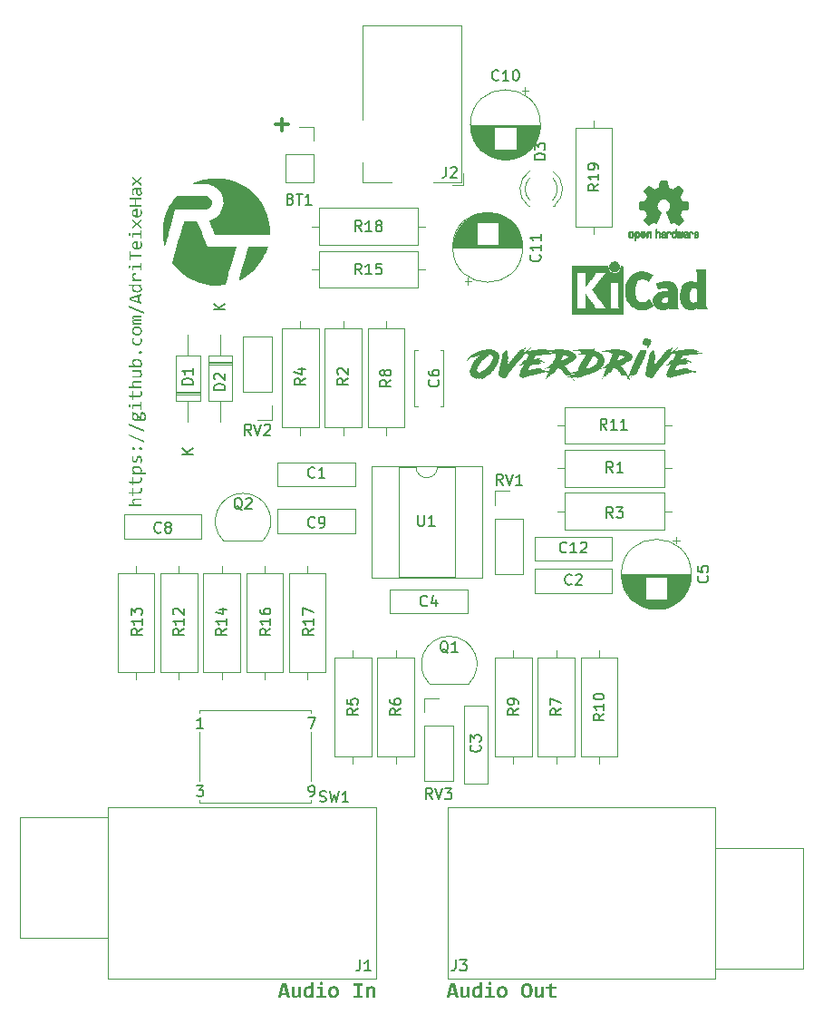
<source format=gbr>
%TF.GenerationSoftware,KiCad,Pcbnew,7.0.7*%
%TF.CreationDate,2024-01-22T02:15:57+01:00*%
%TF.ProjectId,Overdrive,4f766572-6472-4697-9665-2e6b69636164,rev?*%
%TF.SameCoordinates,Original*%
%TF.FileFunction,Legend,Top*%
%TF.FilePolarity,Positive*%
%FSLAX46Y46*%
G04 Gerber Fmt 4.6, Leading zero omitted, Abs format (unit mm)*
G04 Created by KiCad (PCBNEW 7.0.7) date 2024-01-22 02:15:57*
%MOMM*%
%LPD*%
G01*
G04 APERTURE LIST*
%ADD10C,0.300000*%
%ADD11C,0.150000*%
%ADD12C,0.010000*%
%ADD13C,0.120000*%
G04 APERTURE END LIST*
D10*
G36*
X121906245Y-152995000D02*
G01*
X121625976Y-152995000D01*
X121551605Y-152737079D01*
X121081926Y-152737079D01*
X121005722Y-152995000D01*
X120754030Y-152995000D01*
X120894020Y-152526053D01*
X121142742Y-152526053D01*
X121494818Y-152526053D01*
X121319696Y-151887847D01*
X121142742Y-152526053D01*
X120894020Y-152526053D01*
X121153000Y-151658503D01*
X121507274Y-151658503D01*
X121906245Y-152995000D01*
G37*
G36*
X122296057Y-151939870D02*
G01*
X122296057Y-152631933D01*
X122296337Y-152647777D01*
X122297177Y-152662887D01*
X122299169Y-152681893D01*
X122302158Y-152699593D01*
X122306142Y-152715987D01*
X122311122Y-152731077D01*
X122317098Y-152744861D01*
X122325969Y-152760257D01*
X122327930Y-152763091D01*
X122338705Y-152775862D01*
X122351107Y-152786468D01*
X122365137Y-152794910D01*
X122380796Y-152801187D01*
X122398082Y-152805300D01*
X122413083Y-152807031D01*
X122425017Y-152807421D01*
X122440610Y-152806597D01*
X122456066Y-152804124D01*
X122471385Y-152800002D01*
X122486566Y-152794232D01*
X122501610Y-152786813D01*
X122516516Y-152777745D01*
X122531285Y-152767029D01*
X122545917Y-152754665D01*
X122556897Y-152744444D01*
X122567993Y-152733567D01*
X122579205Y-152722033D01*
X122590533Y-152709842D01*
X122601977Y-152696994D01*
X122613537Y-152683490D01*
X122625213Y-152669328D01*
X122637004Y-152654510D01*
X122648912Y-152639034D01*
X122660936Y-152622902D01*
X122669016Y-152611782D01*
X122669016Y-151939870D01*
X122920341Y-151939870D01*
X122920341Y-152995000D01*
X122703087Y-152995000D01*
X122696859Y-152839295D01*
X122686528Y-152851719D01*
X122676144Y-152863802D01*
X122665706Y-152875547D01*
X122655214Y-152886951D01*
X122644668Y-152898015D01*
X122634069Y-152908739D01*
X122629815Y-152912934D01*
X122619033Y-152923005D01*
X122605741Y-152934477D01*
X122592062Y-152945279D01*
X122577997Y-152955411D01*
X122563546Y-152964874D01*
X122556175Y-152969354D01*
X122541080Y-152977649D01*
X122525469Y-152985222D01*
X122509344Y-152992074D01*
X122495512Y-152997233D01*
X122481323Y-153001892D01*
X122469713Y-153005258D01*
X122454817Y-153009057D01*
X122439438Y-153012213D01*
X122423576Y-153014724D01*
X122407231Y-153016592D01*
X122390403Y-153017816D01*
X122373092Y-153018395D01*
X122366032Y-153018447D01*
X122351097Y-153018215D01*
X122331734Y-153017185D01*
X122313001Y-153015330D01*
X122294897Y-153012651D01*
X122277423Y-153009147D01*
X122260579Y-153004820D01*
X122244365Y-152999668D01*
X122228780Y-152993691D01*
X122224982Y-152992069D01*
X122210270Y-152985039D01*
X122196177Y-152977322D01*
X122182701Y-152968919D01*
X122169844Y-152959829D01*
X122157605Y-152950051D01*
X122145985Y-152939587D01*
X122134982Y-152928436D01*
X122124598Y-152916598D01*
X122114924Y-152904118D01*
X122105868Y-152891044D01*
X122097430Y-152877374D01*
X122089610Y-152863108D01*
X122082409Y-152848248D01*
X122075826Y-152832792D01*
X122069861Y-152816740D01*
X122064515Y-152800094D01*
X122059792Y-152782806D01*
X122055699Y-152765014D01*
X122052236Y-152746719D01*
X122049402Y-152727920D01*
X122047198Y-152708617D01*
X122045958Y-152693809D01*
X122045073Y-152678718D01*
X122044542Y-152663344D01*
X122044364Y-152647686D01*
X122044364Y-151939870D01*
X122296057Y-151939870D01*
G37*
G36*
X124075854Y-152995000D02*
G01*
X123858234Y-152995000D01*
X123852006Y-152840760D01*
X123841648Y-152853069D01*
X123831183Y-152865039D01*
X123820611Y-152876668D01*
X123809931Y-152887958D01*
X123799144Y-152898908D01*
X123788250Y-152909518D01*
X123783862Y-152913667D01*
X123772851Y-152923729D01*
X123761572Y-152933309D01*
X123750025Y-152942405D01*
X123735814Y-152952683D01*
X123721217Y-152962266D01*
X123708757Y-152969720D01*
X123693563Y-152978015D01*
X123677931Y-152985589D01*
X123661861Y-152992441D01*
X123648135Y-152997600D01*
X123634105Y-153002258D01*
X123622662Y-153005624D01*
X123608109Y-153009318D01*
X123593074Y-153012386D01*
X123577555Y-153014828D01*
X123561553Y-153016644D01*
X123545069Y-153017833D01*
X123528101Y-153018397D01*
X123521179Y-153018447D01*
X123503980Y-153018118D01*
X123487141Y-153017133D01*
X123470664Y-153015491D01*
X123454546Y-153013192D01*
X123438790Y-153010236D01*
X123423394Y-153006623D01*
X123408359Y-153002353D01*
X123393684Y-152997427D01*
X123379370Y-152991843D01*
X123365417Y-152985603D01*
X123356315Y-152981078D01*
X123343051Y-152973725D01*
X123330186Y-152965819D01*
X123317720Y-152957359D01*
X123305654Y-152948345D01*
X123293986Y-152938778D01*
X123282719Y-152928656D01*
X123271850Y-152917981D01*
X123261381Y-152906752D01*
X123251311Y-152894968D01*
X123241640Y-152882632D01*
X123235415Y-152874099D01*
X123226478Y-152860855D01*
X123217941Y-152847090D01*
X123209803Y-152832803D01*
X123202064Y-152817994D01*
X123194725Y-152802664D01*
X123187784Y-152786812D01*
X123181244Y-152770438D01*
X123175102Y-152753543D01*
X123169360Y-152736126D01*
X123164017Y-152718187D01*
X123160676Y-152705938D01*
X123156093Y-152687123D01*
X123151961Y-152667908D01*
X123148279Y-152648294D01*
X123145049Y-152628280D01*
X123142269Y-152607868D01*
X123139940Y-152587056D01*
X123138061Y-152565845D01*
X123136634Y-152544234D01*
X123135657Y-152522224D01*
X123135256Y-152507329D01*
X123135056Y-152492257D01*
X123135031Y-152484654D01*
X123135153Y-152470732D01*
X123398813Y-152470732D01*
X123398916Y-152487399D01*
X123399225Y-152503602D01*
X123399741Y-152519341D01*
X123400462Y-152534617D01*
X123401389Y-152549429D01*
X123402946Y-152568457D01*
X123404870Y-152586661D01*
X123407159Y-152604040D01*
X123409816Y-152620595D01*
X123410537Y-152624605D01*
X123413731Y-152640187D01*
X123417269Y-152655059D01*
X123421150Y-152669222D01*
X123426484Y-152685926D01*
X123432356Y-152701522D01*
X123438763Y-152716008D01*
X123445708Y-152729385D01*
X123454750Y-152743863D01*
X123464564Y-152756794D01*
X123475151Y-152768180D01*
X123486512Y-152778020D01*
X123498645Y-152786315D01*
X123502861Y-152788736D01*
X123518205Y-152796017D01*
X123532056Y-152800834D01*
X123546550Y-152804337D01*
X123561688Y-152806527D01*
X123577470Y-152807403D01*
X123580163Y-152807421D01*
X123596003Y-152806585D01*
X123611648Y-152804078D01*
X123627098Y-152799899D01*
X123642354Y-152794049D01*
X123657415Y-152786527D01*
X123672281Y-152777333D01*
X123686953Y-152766468D01*
X123701430Y-152753932D01*
X123712345Y-152743489D01*
X123723382Y-152732358D01*
X123734541Y-152720537D01*
X123745823Y-152708028D01*
X123757227Y-152694829D01*
X123768754Y-152680941D01*
X123780403Y-152666364D01*
X123792174Y-152651098D01*
X123804068Y-152635143D01*
X123816083Y-152618499D01*
X123824162Y-152607020D01*
X123824162Y-152130746D01*
X123808294Y-152125159D01*
X123793019Y-152120721D01*
X123776447Y-152116704D01*
X123761210Y-152113596D01*
X123750523Y-152111695D01*
X123734148Y-152109081D01*
X123717722Y-152107007D01*
X123701244Y-152105474D01*
X123684715Y-152104482D01*
X123668134Y-152104032D01*
X123662595Y-152104002D01*
X123647586Y-152104402D01*
X123632966Y-152105604D01*
X123615238Y-152108234D01*
X123598118Y-152112116D01*
X123581607Y-152117250D01*
X123565704Y-152123636D01*
X123553419Y-152129647D01*
X123538637Y-152138189D01*
X123524518Y-152147786D01*
X123511060Y-152158439D01*
X123498264Y-152170148D01*
X123486130Y-152182911D01*
X123474658Y-152196730D01*
X123470254Y-152202554D01*
X123461891Y-152214695D01*
X123454020Y-152227489D01*
X123446641Y-152240936D01*
X123439754Y-152255035D01*
X123433360Y-152269787D01*
X123427458Y-152285192D01*
X123422049Y-152301249D01*
X123417131Y-152317958D01*
X123412838Y-152335252D01*
X123409117Y-152353061D01*
X123405969Y-152371385D01*
X123403393Y-152390224D01*
X123401389Y-152409578D01*
X123400262Y-152424432D01*
X123399457Y-152439576D01*
X123398974Y-152455009D01*
X123398813Y-152470732D01*
X123135153Y-152470732D01*
X123135190Y-152466579D01*
X123135666Y-152448808D01*
X123136461Y-152431339D01*
X123137573Y-152414175D01*
X123139002Y-152397313D01*
X123140750Y-152380755D01*
X123142815Y-152364501D01*
X123145198Y-152348550D01*
X123147898Y-152332902D01*
X123150916Y-152317558D01*
X123154252Y-152302517D01*
X123157906Y-152287779D01*
X123161877Y-152273345D01*
X123166166Y-152259214D01*
X123173195Y-152238587D01*
X123175697Y-152231863D01*
X123183599Y-152212126D01*
X123192055Y-152193034D01*
X123201064Y-152174585D01*
X123210628Y-152156781D01*
X123220745Y-152139621D01*
X123231416Y-152123104D01*
X123242641Y-152107232D01*
X123254420Y-152092003D01*
X123266752Y-152077419D01*
X123279639Y-152063478D01*
X123288538Y-152054542D01*
X123302305Y-152041675D01*
X123316543Y-152029452D01*
X123331251Y-152017873D01*
X123346429Y-152006938D01*
X123362077Y-151996647D01*
X123378195Y-151987000D01*
X123394784Y-151977997D01*
X123411842Y-151969637D01*
X123429371Y-151961922D01*
X123447369Y-151954851D01*
X123459630Y-151950495D01*
X123478328Y-151944406D01*
X123497329Y-151938916D01*
X123516633Y-151934025D01*
X123536240Y-151929732D01*
X123556149Y-151926039D01*
X123576361Y-151922945D01*
X123596876Y-151920449D01*
X123617693Y-151918553D01*
X123638813Y-151917255D01*
X123660236Y-151916556D01*
X123674685Y-151916423D01*
X123689399Y-151916603D01*
X123704138Y-151917144D01*
X123718902Y-151918046D01*
X123733693Y-151919308D01*
X123748509Y-151920931D01*
X123753454Y-151921552D01*
X123768107Y-151923579D01*
X123784388Y-151926203D01*
X123799793Y-151929108D01*
X123814321Y-151932294D01*
X123824162Y-151934741D01*
X123824162Y-151541266D01*
X124075854Y-151541266D01*
X124075854Y-152995000D01*
G37*
G36*
X124969417Y-151658869D02*
G01*
X124968821Y-151673583D01*
X124966680Y-151689926D01*
X124962982Y-151705765D01*
X124957727Y-151721101D01*
X124956960Y-151722983D01*
X124950274Y-151737363D01*
X124942306Y-151750826D01*
X124933055Y-151763374D01*
X124922522Y-151775006D01*
X124911028Y-151785425D01*
X124898525Y-151794699D01*
X124885016Y-151802827D01*
X124870498Y-151809811D01*
X124855317Y-151815421D01*
X124839449Y-151819428D01*
X124822894Y-151821832D01*
X124807845Y-151822621D01*
X124805652Y-151822634D01*
X124790493Y-151822020D01*
X124775789Y-151820179D01*
X124759543Y-151816573D01*
X124743892Y-151811364D01*
X124740073Y-151809811D01*
X124725372Y-151802827D01*
X124711680Y-151794699D01*
X124698994Y-151785425D01*
X124687316Y-151775006D01*
X124676921Y-151763374D01*
X124667716Y-151750826D01*
X124659702Y-151737363D01*
X124652878Y-151722983D01*
X124647589Y-151707710D01*
X124643811Y-151691933D01*
X124641544Y-151675653D01*
X124640800Y-151660995D01*
X124640788Y-151658869D01*
X124641544Y-151642268D01*
X124643811Y-151626171D01*
X124647589Y-151610578D01*
X124652878Y-151595488D01*
X124659702Y-151580925D01*
X124667716Y-151567278D01*
X124676921Y-151554547D01*
X124687316Y-151542732D01*
X124698994Y-151531992D01*
X124711680Y-151522490D01*
X124725372Y-151514224D01*
X124740073Y-151507194D01*
X124755575Y-151501584D01*
X124771672Y-151497577D01*
X124786245Y-151495386D01*
X124801274Y-151494422D01*
X124805652Y-151494371D01*
X124820776Y-151494985D01*
X124835375Y-151496826D01*
X124851415Y-151500432D01*
X124866768Y-151505641D01*
X124870498Y-151507194D01*
X124885016Y-151514224D01*
X124898525Y-151522490D01*
X124911028Y-151531992D01*
X124922522Y-151542732D01*
X124933055Y-151554547D01*
X124942306Y-151567278D01*
X124950274Y-151580925D01*
X124956960Y-151595488D01*
X124962410Y-151610578D01*
X124966303Y-151626171D01*
X124968638Y-151642268D01*
X124969417Y-151658869D01*
G37*
G36*
X124690980Y-152127449D02*
G01*
X124395324Y-152127449D01*
X124395324Y-151939870D01*
X124948900Y-151939870D01*
X124948900Y-152807421D01*
X125250785Y-152807421D01*
X125250785Y-152995000D01*
X124359420Y-152995000D01*
X124359420Y-152807421D01*
X124690980Y-152807421D01*
X124690980Y-152127449D01*
G37*
G36*
X125975594Y-151916729D02*
G01*
X125996900Y-151917647D01*
X126017755Y-151919176D01*
X126038159Y-151921317D01*
X126058112Y-151924071D01*
X126077614Y-151927435D01*
X126096666Y-151931412D01*
X126115267Y-151936001D01*
X126133417Y-151941201D01*
X126151116Y-151947013D01*
X126162665Y-151951228D01*
X126179659Y-151958050D01*
X126196158Y-151965464D01*
X126212160Y-151973471D01*
X126227666Y-151982071D01*
X126242677Y-151991263D01*
X126257192Y-152001048D01*
X126271210Y-152011424D01*
X126284733Y-152022394D01*
X126297760Y-152033956D01*
X126310291Y-152046110D01*
X126318370Y-152054542D01*
X126330055Y-152067678D01*
X126341206Y-152081393D01*
X126351823Y-152095688D01*
X126361904Y-152110562D01*
X126371452Y-152126016D01*
X126380465Y-152142049D01*
X126388943Y-152158662D01*
X126396886Y-152175855D01*
X126404296Y-152193627D01*
X126411170Y-152211979D01*
X126415457Y-152224535D01*
X126421480Y-152243775D01*
X126426911Y-152263575D01*
X126431750Y-152283935D01*
X126435996Y-152304855D01*
X126439650Y-152326336D01*
X126441756Y-152340967D01*
X126443599Y-152355848D01*
X126445179Y-152370978D01*
X126446496Y-152386356D01*
X126447549Y-152401984D01*
X126448339Y-152417861D01*
X126448866Y-152433987D01*
X126449129Y-152450361D01*
X126449162Y-152458642D01*
X126449025Y-152474130D01*
X126448613Y-152489451D01*
X126447926Y-152504607D01*
X126446964Y-152519596D01*
X126445727Y-152534420D01*
X126444216Y-152549077D01*
X126441434Y-152570752D01*
X126438034Y-152592053D01*
X126434015Y-152612981D01*
X126429378Y-152633535D01*
X126424123Y-152653716D01*
X126418250Y-152673523D01*
X126413991Y-152686521D01*
X126407192Y-152705635D01*
X126399845Y-152724233D01*
X126391950Y-152742317D01*
X126383508Y-152759885D01*
X126374519Y-152776938D01*
X126364983Y-152793476D01*
X126354899Y-152809499D01*
X126344267Y-152825006D01*
X126333089Y-152839999D01*
X126321363Y-152854476D01*
X126313241Y-152863841D01*
X126300612Y-152877359D01*
X126287455Y-152890297D01*
X126273770Y-152902655D01*
X126259557Y-152914434D01*
X126244816Y-152925633D01*
X126229547Y-152936252D01*
X126213749Y-152946292D01*
X126197424Y-152955753D01*
X126180571Y-152964633D01*
X126163189Y-152972935D01*
X126151308Y-152978147D01*
X126133141Y-152985349D01*
X126114497Y-152991842D01*
X126095377Y-152997628D01*
X126075780Y-153002705D01*
X126055706Y-153007073D01*
X126035156Y-153010733D01*
X126014130Y-153013685D01*
X125992626Y-153015928D01*
X125970647Y-153017463D01*
X125955729Y-153018093D01*
X125940599Y-153018407D01*
X125932955Y-153018447D01*
X125911392Y-153018147D01*
X125890253Y-153017249D01*
X125869540Y-153015752D01*
X125849252Y-153013655D01*
X125829389Y-153010960D01*
X125809951Y-153007666D01*
X125790938Y-153003773D01*
X125772350Y-152999281D01*
X125754187Y-152994191D01*
X125736449Y-152988501D01*
X125724860Y-152984375D01*
X125707931Y-152977622D01*
X125691492Y-152970276D01*
X125675542Y-152962337D01*
X125660082Y-152953806D01*
X125645111Y-152944683D01*
X125630630Y-152934967D01*
X125616638Y-152924659D01*
X125603135Y-152913758D01*
X125590122Y-152902265D01*
X125577599Y-152890179D01*
X125569521Y-152881793D01*
X125557830Y-152868717D01*
X125546659Y-152855041D01*
X125536011Y-152840767D01*
X125525884Y-152825894D01*
X125516279Y-152810422D01*
X125507195Y-152794351D01*
X125498633Y-152777681D01*
X125490593Y-152760412D01*
X125483074Y-152742544D01*
X125476077Y-152724077D01*
X125471702Y-152711434D01*
X125465613Y-152691972D01*
X125460123Y-152671918D01*
X125455232Y-152651271D01*
X125450940Y-152630032D01*
X125448411Y-152615543D01*
X125446148Y-152600792D01*
X125444152Y-152585776D01*
X125442422Y-152570498D01*
X125440958Y-152554956D01*
X125439760Y-152539151D01*
X125438828Y-152523082D01*
X125438163Y-152506750D01*
X125437763Y-152490155D01*
X125437630Y-152473297D01*
X125437685Y-152467069D01*
X125699214Y-152467069D01*
X125699472Y-152487855D01*
X125700245Y-152507993D01*
X125701533Y-152527480D01*
X125703336Y-152546318D01*
X125705654Y-152564506D01*
X125708488Y-152582044D01*
X125711837Y-152598933D01*
X125715701Y-152615171D01*
X125720080Y-152630760D01*
X125724974Y-152645700D01*
X125730384Y-152659989D01*
X125736309Y-152673629D01*
X125746162Y-152692871D01*
X125757174Y-152710651D01*
X125765160Y-152721692D01*
X125777950Y-152737013D01*
X125791590Y-152750826D01*
X125806080Y-152763133D01*
X125821420Y-152773933D01*
X125837610Y-152783226D01*
X125854650Y-152791012D01*
X125872541Y-152797291D01*
X125891281Y-152802063D01*
X125910871Y-152805328D01*
X125931312Y-152807086D01*
X125945411Y-152807421D01*
X125960902Y-152807015D01*
X125975865Y-152805795D01*
X125993829Y-152803128D01*
X126010970Y-152799191D01*
X126027289Y-152793983D01*
X126042784Y-152787506D01*
X126054588Y-152781409D01*
X126068690Y-152772788D01*
X126081915Y-152763184D01*
X126094264Y-152752596D01*
X126105736Y-152741023D01*
X126116331Y-152728467D01*
X126126050Y-152714927D01*
X126129692Y-152709235D01*
X126138379Y-152694302D01*
X126146351Y-152678581D01*
X126153606Y-152662073D01*
X126158896Y-152648300D01*
X126163727Y-152634023D01*
X126168101Y-152619243D01*
X126172016Y-152603959D01*
X126172923Y-152600059D01*
X126176358Y-152584162D01*
X126179335Y-152567979D01*
X126181854Y-152551510D01*
X126183914Y-152534754D01*
X126185517Y-152517713D01*
X126186662Y-152500385D01*
X126187349Y-152482771D01*
X126187578Y-152464870D01*
X126187338Y-152444177D01*
X126186616Y-152424135D01*
X126185414Y-152404747D01*
X126183731Y-152386010D01*
X126181567Y-152367927D01*
X126178923Y-152350496D01*
X126175797Y-152333718D01*
X126172191Y-152317592D01*
X126168103Y-152302119D01*
X126163535Y-152287298D01*
X126158486Y-152273130D01*
X126150011Y-152253102D01*
X126140454Y-152234542D01*
X126129816Y-152217450D01*
X126126029Y-152212079D01*
X126114045Y-152196955D01*
X126101037Y-152183318D01*
X126087006Y-152171169D01*
X126071950Y-152160508D01*
X126055870Y-152151334D01*
X126038767Y-152143648D01*
X126020639Y-152137449D01*
X126001488Y-152132738D01*
X125981312Y-152129515D01*
X125960113Y-152127779D01*
X125945411Y-152127449D01*
X125929228Y-152127867D01*
X125913652Y-152129120D01*
X125898683Y-152131210D01*
X125884320Y-152134135D01*
X125867220Y-152138967D01*
X125851068Y-152145105D01*
X125835864Y-152152548D01*
X125832937Y-152154193D01*
X125818905Y-152162929D01*
X125805660Y-152172648D01*
X125793203Y-152183351D01*
X125781532Y-152195037D01*
X125770648Y-152207708D01*
X125760552Y-152221363D01*
X125756734Y-152227100D01*
X125747845Y-152241910D01*
X125739725Y-152257490D01*
X125732374Y-152273838D01*
X125725793Y-152290956D01*
X125721082Y-152305204D01*
X125716863Y-152319945D01*
X125713136Y-152335177D01*
X125709873Y-152350702D01*
X125707045Y-152366502D01*
X125704653Y-152382576D01*
X125702695Y-152398925D01*
X125701172Y-152415549D01*
X125700085Y-152432447D01*
X125699432Y-152449620D01*
X125699214Y-152467069D01*
X125437685Y-152467069D01*
X125437769Y-152457678D01*
X125438186Y-152442236D01*
X125438880Y-152426972D01*
X125439851Y-152411885D01*
X125441101Y-152396976D01*
X125442628Y-152382244D01*
X125444432Y-152367689D01*
X125447660Y-152346191D01*
X125451512Y-152325091D01*
X125455989Y-152304391D01*
X125461091Y-152284090D01*
X125466817Y-152264188D01*
X125473168Y-152244685D01*
X125480101Y-152225650D01*
X125487576Y-152207149D01*
X125495592Y-152189182D01*
X125504148Y-152171750D01*
X125513246Y-152154853D01*
X125522884Y-152138490D01*
X125533064Y-152122661D01*
X125543784Y-152107368D01*
X125555046Y-152092608D01*
X125566848Y-152078383D01*
X125575017Y-152069197D01*
X125587774Y-152055817D01*
X125601039Y-152043016D01*
X125614813Y-152030795D01*
X125629096Y-152019154D01*
X125643887Y-152008092D01*
X125659188Y-151997610D01*
X125674997Y-151987707D01*
X125691315Y-151978384D01*
X125708141Y-151969641D01*
X125725477Y-151961477D01*
X125737316Y-151956357D01*
X125755530Y-151949220D01*
X125774175Y-151942786D01*
X125793251Y-151937053D01*
X125812759Y-151932022D01*
X125832698Y-151927693D01*
X125853069Y-151924067D01*
X125873871Y-151921142D01*
X125895105Y-151918919D01*
X125916770Y-151917398D01*
X125931453Y-151916774D01*
X125946328Y-151916462D01*
X125953838Y-151916423D01*
X125975594Y-151916729D01*
G37*
G36*
X128274763Y-151635226D02*
G01*
X128291000Y-151635739D01*
X128306978Y-151636594D01*
X128322697Y-151637792D01*
X128338159Y-151639331D01*
X128353362Y-151641212D01*
X128368307Y-151643435D01*
X128382993Y-151646000D01*
X128397421Y-151648908D01*
X128425502Y-151655748D01*
X128452550Y-151663957D01*
X128478565Y-151673534D01*
X128503547Y-151684479D01*
X128527495Y-151696793D01*
X128550410Y-151710474D01*
X128572291Y-151725524D01*
X128593140Y-151741941D01*
X128612955Y-151759727D01*
X128631737Y-151778881D01*
X128649485Y-151799403D01*
X128657972Y-151810177D01*
X128674210Y-151832650D01*
X128689399Y-151856379D01*
X128703542Y-151881365D01*
X128716636Y-151907607D01*
X128722791Y-151921200D01*
X128728683Y-151935106D01*
X128734314Y-151949327D01*
X128739683Y-151963862D01*
X128744790Y-151978710D01*
X128749635Y-151993873D01*
X128754218Y-152009350D01*
X128758539Y-152025142D01*
X128762599Y-152041247D01*
X128766396Y-152057667D01*
X128769932Y-152074400D01*
X128773205Y-152091448D01*
X128776217Y-152108810D01*
X128778967Y-152126486D01*
X128781455Y-152144476D01*
X128783681Y-152162780D01*
X128785645Y-152181399D01*
X128787348Y-152200331D01*
X128788788Y-152219578D01*
X128789966Y-152239138D01*
X128790883Y-152259013D01*
X128791538Y-152279202D01*
X128791931Y-152299706D01*
X128792062Y-152320523D01*
X128791894Y-152343089D01*
X128791392Y-152365265D01*
X128790555Y-152387052D01*
X128789383Y-152408450D01*
X128787876Y-152429459D01*
X128786034Y-152450078D01*
X128783857Y-152470309D01*
X128781345Y-152490150D01*
X128778499Y-152509601D01*
X128775318Y-152528664D01*
X128771801Y-152547337D01*
X128767950Y-152565621D01*
X128763764Y-152583515D01*
X128759243Y-152601021D01*
X128754388Y-152618137D01*
X128749197Y-152634863D01*
X128743759Y-152651167D01*
X128738069Y-152667103D01*
X128732127Y-152682674D01*
X128725933Y-152697878D01*
X128719487Y-152712716D01*
X128712790Y-152727187D01*
X128705840Y-152741292D01*
X128698639Y-152755031D01*
X128691185Y-152768403D01*
X128683480Y-152781409D01*
X128675523Y-152794049D01*
X128667315Y-152806322D01*
X128654529Y-152824045D01*
X128641177Y-152840943D01*
X128631960Y-152851751D01*
X128617718Y-152867302D01*
X128603019Y-152882079D01*
X128587863Y-152896084D01*
X128572249Y-152909316D01*
X128556178Y-152921775D01*
X128539650Y-152933462D01*
X128522664Y-152944375D01*
X128505221Y-152954516D01*
X128487321Y-152963884D01*
X128468964Y-152972480D01*
X128456472Y-152977780D01*
X128437528Y-152985048D01*
X128418339Y-152991601D01*
X128398905Y-152997438D01*
X128379226Y-153002561D01*
X128359303Y-153006970D01*
X128339135Y-153010663D01*
X128318723Y-153013642D01*
X128298065Y-153015905D01*
X128277163Y-153017454D01*
X128256016Y-153018288D01*
X128241782Y-153018447D01*
X128225287Y-153018275D01*
X128209050Y-153017761D01*
X128193070Y-153016904D01*
X128177348Y-153015705D01*
X128161884Y-153014162D01*
X128146677Y-153012277D01*
X128131727Y-153010049D01*
X128117035Y-153007479D01*
X128102601Y-153004565D01*
X128074506Y-152997710D01*
X128047441Y-152989484D01*
X128021406Y-152979887D01*
X127996401Y-152968919D01*
X127972427Y-152956580D01*
X127949484Y-152942870D01*
X127927571Y-152927789D01*
X127906688Y-152911337D01*
X127886836Y-152893514D01*
X127868014Y-152874320D01*
X127850222Y-152853755D01*
X127841713Y-152842958D01*
X127825520Y-152820401D01*
X127810371Y-152796602D01*
X127796268Y-152771560D01*
X127783209Y-152745276D01*
X127777071Y-152731669D01*
X127771195Y-152717750D01*
X127765579Y-152703522D01*
X127760225Y-152688982D01*
X127755132Y-152674132D01*
X127750301Y-152658972D01*
X127745730Y-152643501D01*
X127741420Y-152627719D01*
X127737372Y-152611627D01*
X127733585Y-152595225D01*
X127730059Y-152578511D01*
X127726795Y-152561488D01*
X127723791Y-152544153D01*
X127721049Y-152526508D01*
X127718567Y-152508553D01*
X127716347Y-152490287D01*
X127714389Y-152471710D01*
X127712691Y-152452823D01*
X127711254Y-152433626D01*
X127710079Y-152414117D01*
X127709165Y-152394299D01*
X127708512Y-152374169D01*
X127708120Y-152353730D01*
X127707990Y-152332979D01*
X127708079Y-152320889D01*
X127975802Y-152320889D01*
X127976054Y-152349599D01*
X127976810Y-152377384D01*
X127978069Y-152404244D01*
X127979832Y-152430180D01*
X127982099Y-152455192D01*
X127984870Y-152479279D01*
X127988144Y-152502441D01*
X127991922Y-152524679D01*
X127996204Y-152545993D01*
X128000990Y-152566382D01*
X128006279Y-152585846D01*
X128012072Y-152604386D01*
X128018369Y-152622002D01*
X128025170Y-152638693D01*
X128032474Y-152654460D01*
X128040282Y-152669302D01*
X128048657Y-152683188D01*
X128057662Y-152696178D01*
X128067296Y-152708272D01*
X128077560Y-152719471D01*
X128088453Y-152729773D01*
X128099977Y-152739180D01*
X128112130Y-152747691D01*
X128124912Y-152755306D01*
X128138325Y-152762025D01*
X128152367Y-152767848D01*
X128167038Y-152772775D01*
X128182340Y-152776807D01*
X128198271Y-152779942D01*
X128214832Y-152782182D01*
X128232022Y-152783526D01*
X128249842Y-152783974D01*
X128267829Y-152783510D01*
X128285151Y-152782119D01*
X128301809Y-152779801D01*
X128317803Y-152776555D01*
X128333133Y-152772382D01*
X128347799Y-152767281D01*
X128361801Y-152761253D01*
X128375139Y-152754298D01*
X128387847Y-152746444D01*
X128399960Y-152737720D01*
X128411478Y-152728126D01*
X128422400Y-152717662D01*
X128432727Y-152706327D01*
X128442459Y-152694123D01*
X128451595Y-152681048D01*
X128460136Y-152667103D01*
X128468190Y-152652312D01*
X128475683Y-152636695D01*
X128482615Y-152620255D01*
X128488987Y-152602990D01*
X128494797Y-152584900D01*
X128498787Y-152570793D01*
X128502461Y-152556221D01*
X128505819Y-152541186D01*
X128508862Y-152525687D01*
X128511612Y-152509672D01*
X128514091Y-152493225D01*
X128516300Y-152476347D01*
X128518239Y-152459037D01*
X128519907Y-152441296D01*
X128521304Y-152423123D01*
X128522431Y-152404519D01*
X128523288Y-152385484D01*
X128523874Y-152366017D01*
X128524189Y-152346118D01*
X128524249Y-152332613D01*
X128523999Y-152303905D01*
X128523248Y-152276124D01*
X128521995Y-152249271D01*
X128520242Y-152223345D01*
X128517988Y-152198346D01*
X128515233Y-152174275D01*
X128511978Y-152151131D01*
X128508221Y-152128914D01*
X128503963Y-152107625D01*
X128499205Y-152087263D01*
X128493946Y-152067829D01*
X128488185Y-152049322D01*
X128481924Y-152031742D01*
X128475162Y-152015090D01*
X128467899Y-151999365D01*
X128460136Y-151984567D01*
X128451844Y-151970636D01*
X128442905Y-151957605D01*
X128433319Y-151945472D01*
X128423087Y-151934238D01*
X128412208Y-151923902D01*
X128400682Y-151914465D01*
X128388509Y-151905927D01*
X128375689Y-151898288D01*
X128362222Y-151891548D01*
X128348108Y-151885706D01*
X128333348Y-151880763D01*
X128317940Y-151876718D01*
X128301886Y-151873573D01*
X128285185Y-151871326D01*
X128267837Y-151869978D01*
X128249842Y-151869528D01*
X128231948Y-151869992D01*
X128214717Y-151871383D01*
X128198151Y-151873702D01*
X128182248Y-151876947D01*
X128167010Y-151881120D01*
X128152435Y-151886221D01*
X128138525Y-151892249D01*
X128125279Y-151899204D01*
X128112645Y-151907058D01*
X128100572Y-151915782D01*
X128089060Y-151925376D01*
X128078109Y-151935840D01*
X128067719Y-151947175D01*
X128057891Y-151959379D01*
X128048623Y-151972454D01*
X128039916Y-151986399D01*
X128031861Y-152001196D01*
X128024368Y-152016830D01*
X128017436Y-152033299D01*
X128011065Y-152050604D01*
X128005254Y-152068745D01*
X128001265Y-152082899D01*
X127997591Y-152097523D01*
X127994232Y-152112617D01*
X127991189Y-152128182D01*
X127988439Y-152144131D01*
X127985960Y-152160519D01*
X127983751Y-152177345D01*
X127981813Y-152194608D01*
X127980145Y-152212309D01*
X127978747Y-152230449D01*
X127977620Y-152249026D01*
X127976764Y-152268041D01*
X127976178Y-152287494D01*
X127975862Y-152307385D01*
X127975802Y-152320889D01*
X127708079Y-152320889D01*
X127708156Y-152310415D01*
X127708654Y-152288243D01*
X127709484Y-152266463D01*
X127710646Y-152245075D01*
X127712140Y-152224079D01*
X127713966Y-152203475D01*
X127716124Y-152183264D01*
X127718614Y-152163444D01*
X127721436Y-152144017D01*
X127724591Y-152124982D01*
X127728077Y-152106339D01*
X127731895Y-152088088D01*
X127736045Y-152070229D01*
X127740527Y-152052762D01*
X127745342Y-152035688D01*
X127750488Y-152019005D01*
X127755971Y-152002658D01*
X127761702Y-151986679D01*
X127767683Y-151971070D01*
X127773912Y-151955830D01*
X127780391Y-151940959D01*
X127787119Y-151926458D01*
X127794095Y-151912326D01*
X127801321Y-151898563D01*
X127808796Y-151885169D01*
X127816519Y-151872145D01*
X127824492Y-151859489D01*
X127832714Y-151847203D01*
X127845513Y-151829466D01*
X127858873Y-151812560D01*
X127868091Y-151801751D01*
X127882330Y-151786204D01*
X127897019Y-151771436D01*
X127912160Y-151757447D01*
X127927751Y-151744238D01*
X127943793Y-151731807D01*
X127960286Y-151720156D01*
X127977230Y-151709285D01*
X127994624Y-151699192D01*
X128012469Y-151689879D01*
X128030765Y-151681345D01*
X128043213Y-151676088D01*
X128062223Y-151668755D01*
X128081471Y-151662143D01*
X128100957Y-151656253D01*
X128120682Y-151651084D01*
X128140645Y-151646636D01*
X128160846Y-151642909D01*
X128181285Y-151639904D01*
X128201963Y-151637620D01*
X128222879Y-151636057D01*
X128244034Y-151635216D01*
X128258269Y-151635055D01*
X128274763Y-151635226D01*
G37*
G36*
X129215945Y-151939870D02*
G01*
X129215945Y-152631933D01*
X129216225Y-152647777D01*
X129217066Y-152662887D01*
X129219058Y-152681893D01*
X129222046Y-152699593D01*
X129226030Y-152715987D01*
X129231010Y-152731077D01*
X129236987Y-152744861D01*
X129245858Y-152760257D01*
X129247819Y-152763091D01*
X129258593Y-152775862D01*
X129270996Y-152786468D01*
X129285026Y-152794910D01*
X129300684Y-152801187D01*
X129317970Y-152805300D01*
X129332971Y-152807031D01*
X129344905Y-152807421D01*
X129360499Y-152806597D01*
X129375955Y-152804124D01*
X129391273Y-152800002D01*
X129406454Y-152794232D01*
X129421498Y-152786813D01*
X129436405Y-152777745D01*
X129451174Y-152767029D01*
X129465806Y-152754665D01*
X129476786Y-152744444D01*
X129487882Y-152733567D01*
X129499094Y-152722033D01*
X129510422Y-152709842D01*
X129521866Y-152696994D01*
X129533425Y-152683490D01*
X129545101Y-152669328D01*
X129556893Y-152654510D01*
X129568800Y-152639034D01*
X129580824Y-152622902D01*
X129588904Y-152611782D01*
X129588904Y-151939870D01*
X129840230Y-151939870D01*
X129840230Y-152995000D01*
X129622976Y-152995000D01*
X129616748Y-152839295D01*
X129606417Y-152851719D01*
X129596032Y-152863802D01*
X129585594Y-152875547D01*
X129575102Y-152886951D01*
X129564557Y-152898015D01*
X129553958Y-152908739D01*
X129549703Y-152912934D01*
X129538921Y-152923005D01*
X129525629Y-152934477D01*
X129511951Y-152945279D01*
X129497886Y-152955411D01*
X129483434Y-152964874D01*
X129476064Y-152969354D01*
X129460968Y-152977649D01*
X129445358Y-152985222D01*
X129429232Y-152992074D01*
X129415400Y-152997233D01*
X129401211Y-153001892D01*
X129389602Y-153005258D01*
X129374706Y-153009057D01*
X129359327Y-153012213D01*
X129343465Y-153014724D01*
X129327119Y-153016592D01*
X129310291Y-153017816D01*
X129292980Y-153018395D01*
X129285921Y-153018447D01*
X129270985Y-153018215D01*
X129251622Y-153017185D01*
X129232889Y-153015330D01*
X129214786Y-153012651D01*
X129197312Y-153009147D01*
X129180467Y-153004820D01*
X129164253Y-152999668D01*
X129148668Y-152993691D01*
X129144870Y-152992069D01*
X129130159Y-152985039D01*
X129116065Y-152977322D01*
X129102590Y-152968919D01*
X129089733Y-152959829D01*
X129077494Y-152950051D01*
X129065873Y-152939587D01*
X129054871Y-152928436D01*
X129044487Y-152916598D01*
X129034812Y-152904118D01*
X129025756Y-152891044D01*
X129017318Y-152877374D01*
X129009499Y-152863108D01*
X129002297Y-152848248D01*
X128995714Y-152832792D01*
X128989749Y-152816740D01*
X128984403Y-152800094D01*
X128979680Y-152782806D01*
X128975587Y-152765014D01*
X128972124Y-152746719D01*
X128969290Y-152727920D01*
X128967086Y-152708617D01*
X128965847Y-152693809D01*
X128964961Y-152678718D01*
X128964430Y-152663344D01*
X128964253Y-152647686D01*
X128964253Y-151939870D01*
X129215945Y-151939870D01*
G37*
G36*
X130983286Y-152995000D02*
G01*
X130966239Y-152997587D01*
X130949169Y-153000037D01*
X130932075Y-153002350D01*
X130914959Y-153004525D01*
X130897820Y-153006563D01*
X130880659Y-153008463D01*
X130863474Y-153010227D01*
X130846266Y-153011852D01*
X130829156Y-153013398D01*
X130812263Y-153014737D01*
X130795588Y-153015871D01*
X130779130Y-153016798D01*
X130762890Y-153017519D01*
X130746867Y-153018035D01*
X130731062Y-153018344D01*
X130715474Y-153018447D01*
X130696419Y-153018254D01*
X130677860Y-153017674D01*
X130659797Y-153016708D01*
X130642230Y-153015356D01*
X130625158Y-153013617D01*
X130608583Y-153011492D01*
X130592503Y-153008980D01*
X130576920Y-153006082D01*
X130561832Y-153002798D01*
X130547240Y-152999127D01*
X130537787Y-152996465D01*
X130519503Y-152990609D01*
X130502021Y-152984031D01*
X130485340Y-152976733D01*
X130469460Y-152968713D01*
X130454382Y-152959972D01*
X130440105Y-152950509D01*
X130426630Y-152940325D01*
X130413956Y-152929420D01*
X130402170Y-152917685D01*
X130391173Y-152905194D01*
X130380966Y-152891948D01*
X130371550Y-152877946D01*
X130362923Y-152863189D01*
X130355086Y-152847675D01*
X130348039Y-152831406D01*
X130341782Y-152814382D01*
X130336373Y-152796476D01*
X130331685Y-152777745D01*
X130328642Y-152763157D01*
X130326004Y-152748104D01*
X130323773Y-152732588D01*
X130321947Y-152716608D01*
X130320527Y-152700165D01*
X130319513Y-152683258D01*
X130318904Y-152665887D01*
X130318702Y-152648053D01*
X130318702Y-152127449D01*
X130037334Y-152127449D01*
X130037334Y-151939870D01*
X130318702Y-151939870D01*
X130318702Y-151677187D01*
X130576256Y-151611608D01*
X130576256Y-151939870D01*
X130983286Y-151939870D01*
X130983286Y-152127449D01*
X130576256Y-152127449D01*
X130576256Y-152624605D01*
X130576616Y-152641121D01*
X130577698Y-152656870D01*
X130579501Y-152671852D01*
X130583028Y-152690637D01*
X130587836Y-152708059D01*
X130593927Y-152724119D01*
X130601300Y-152738817D01*
X130609955Y-152752152D01*
X130617288Y-152761259D01*
X130628503Y-152772078D01*
X130641446Y-152781455D01*
X130656117Y-152789389D01*
X130672518Y-152795881D01*
X130690647Y-152800929D01*
X130705379Y-152803770D01*
X130721083Y-152805798D01*
X130737759Y-152807015D01*
X130755408Y-152807421D01*
X130770835Y-152807312D01*
X130786159Y-152806986D01*
X130801381Y-152806442D01*
X130816499Y-152805681D01*
X130831514Y-152804702D01*
X130846426Y-152803505D01*
X130861235Y-152802092D01*
X130875942Y-152800460D01*
X130890522Y-152798600D01*
X130908280Y-152796194D01*
X130925520Y-152793698D01*
X130942240Y-152791113D01*
X130958442Y-152788439D01*
X130974125Y-152785675D01*
X130983286Y-152783974D01*
X130983286Y-152995000D01*
G37*
X104804510Y-71479400D02*
X105947368Y-71479400D01*
X105375939Y-72050828D02*
X105375939Y-70907971D01*
D11*
G36*
X92279000Y-106386357D02*
G01*
X92279000Y-106541939D01*
X91703979Y-106541939D01*
X91691166Y-106542091D01*
X91672720Y-106542885D01*
X91655200Y-106544361D01*
X91638607Y-106546517D01*
X91622940Y-106549354D01*
X91608200Y-106552872D01*
X91594386Y-106557071D01*
X91581499Y-106561951D01*
X91569538Y-106567512D01*
X91555031Y-106575986D01*
X91548396Y-106580676D01*
X91536266Y-106590887D01*
X91525753Y-106602148D01*
X91516858Y-106614462D01*
X91509580Y-106627827D01*
X91503919Y-106642245D01*
X91499876Y-106657714D01*
X91497449Y-106674234D01*
X91496691Y-106687315D01*
X91496641Y-106691807D01*
X91497051Y-106705362D01*
X91498282Y-106718522D01*
X91500333Y-106731286D01*
X91503682Y-106745391D01*
X91505214Y-106750547D01*
X91510274Y-106764200D01*
X91515972Y-106776407D01*
X91522854Y-106788858D01*
X91529697Y-106799723D01*
X91534743Y-106807065D01*
X91543137Y-106818328D01*
X91552603Y-106829971D01*
X91561310Y-106839963D01*
X91570761Y-106850219D01*
X91580956Y-106860738D01*
X91591896Y-106871521D01*
X91601143Y-106880347D01*
X91610946Y-106889520D01*
X91621305Y-106899040D01*
X91632220Y-106908908D01*
X91643690Y-106919123D01*
X91655716Y-106929686D01*
X91668298Y-106940595D01*
X91678099Y-106949005D01*
X91681435Y-106951852D01*
X92279000Y-106951852D01*
X92279000Y-107107117D01*
X91019097Y-107107117D01*
X91019097Y-106951852D01*
X91382018Y-106951852D01*
X91522042Y-106956933D01*
X91511306Y-106947824D01*
X91501007Y-106938755D01*
X91491144Y-106929725D01*
X91481718Y-106920736D01*
X91470549Y-106909554D01*
X91460062Y-106898435D01*
X91450257Y-106887378D01*
X91448378Y-106885174D01*
X91439231Y-106874160D01*
X91430642Y-106863146D01*
X91422611Y-106852132D01*
X91415139Y-106841119D01*
X91408224Y-106830105D01*
X91401867Y-106819091D01*
X91399481Y-106814685D01*
X91392836Y-106801424D01*
X91386949Y-106788074D01*
X91381822Y-106774634D01*
X91377453Y-106761105D01*
X91373844Y-106747486D01*
X91372810Y-106742927D01*
X91370004Y-106729026D01*
X91367779Y-106714946D01*
X91366134Y-106700687D01*
X91365070Y-106686250D01*
X91364587Y-106671635D01*
X91364554Y-106666723D01*
X91364874Y-106650250D01*
X91365834Y-106634247D01*
X91367434Y-106618716D01*
X91369674Y-106603657D01*
X91372554Y-106589068D01*
X91376074Y-106574951D01*
X91380234Y-106561305D01*
X91385034Y-106548131D01*
X91390474Y-106535428D01*
X91396554Y-106523196D01*
X91403274Y-106511436D01*
X91410634Y-106500146D01*
X91418634Y-106489329D01*
X91427274Y-106478982D01*
X91436553Y-106469107D01*
X91446473Y-106459703D01*
X91457036Y-106450821D01*
X91468243Y-106442512D01*
X91480095Y-106434777D01*
X91492592Y-106427614D01*
X91505735Y-106421024D01*
X91519522Y-106415008D01*
X91533954Y-106409564D01*
X91549031Y-106404693D01*
X91564753Y-106400396D01*
X91581120Y-106396671D01*
X91598132Y-106393520D01*
X91615789Y-106390941D01*
X91634090Y-106388935D01*
X91653037Y-106387503D01*
X91672629Y-106386643D01*
X91692866Y-106386357D01*
X92279000Y-106386357D01*
G37*
G36*
X92279000Y-105385230D02*
G01*
X92281604Y-105398461D01*
X92284020Y-105411802D01*
X92286248Y-105425252D01*
X92288287Y-105438811D01*
X92290137Y-105452479D01*
X92291799Y-105466256D01*
X92293273Y-105480142D01*
X92294558Y-105494138D01*
X92295674Y-105508218D01*
X92296641Y-105522357D01*
X92297460Y-105536556D01*
X92298130Y-105550814D01*
X92298651Y-105565132D01*
X92299023Y-105579510D01*
X92299246Y-105593947D01*
X92299321Y-105608443D01*
X92299022Y-105629185D01*
X92298125Y-105649259D01*
X92296630Y-105668666D01*
X92294538Y-105687406D01*
X92291848Y-105705478D01*
X92288560Y-105722883D01*
X92284674Y-105739621D01*
X92280190Y-105755691D01*
X92275109Y-105771094D01*
X92269429Y-105785830D01*
X92263152Y-105799899D01*
X92256277Y-105813300D01*
X92248805Y-105826035D01*
X92240734Y-105838101D01*
X92232065Y-105849501D01*
X92222799Y-105860233D01*
X92212874Y-105870269D01*
X92202310Y-105879656D01*
X92191105Y-105888397D01*
X92179260Y-105896490D01*
X92166775Y-105903935D01*
X92153650Y-105910733D01*
X92139885Y-105916884D01*
X92125481Y-105922387D01*
X92110436Y-105927243D01*
X92094751Y-105931451D01*
X92078426Y-105935012D01*
X92061462Y-105937925D01*
X92043857Y-105940191D01*
X92025612Y-105941810D01*
X92006727Y-105942781D01*
X91987203Y-105943105D01*
X91516962Y-105943105D01*
X91516962Y-106194260D01*
X91384875Y-106194260D01*
X91384875Y-105943105D01*
X91140388Y-105943105D01*
X91100381Y-105787840D01*
X91384875Y-105787840D01*
X91384875Y-105385230D01*
X91516962Y-105385230D01*
X91516962Y-105787840D01*
X91974502Y-105787840D01*
X91992230Y-105787390D01*
X92009099Y-105786043D01*
X92025108Y-105783796D01*
X92040257Y-105780651D01*
X92054548Y-105776607D01*
X92067978Y-105771665D01*
X92080549Y-105765824D01*
X92092261Y-105759085D01*
X92103113Y-105751447D01*
X92113105Y-105742910D01*
X92119289Y-105736720D01*
X92127857Y-105726648D01*
X92135583Y-105715723D01*
X92142466Y-105703943D01*
X92148506Y-105691310D01*
X92153703Y-105677823D01*
X92158057Y-105663481D01*
X92161569Y-105648286D01*
X92164237Y-105632237D01*
X92166063Y-105615334D01*
X92167047Y-105597577D01*
X92167234Y-105585265D01*
X92167118Y-105571676D01*
X92166769Y-105557699D01*
X92166187Y-105543335D01*
X92165374Y-105528583D01*
X92164327Y-105513444D01*
X92163048Y-105497917D01*
X92162471Y-105491598D01*
X92161117Y-105478753D01*
X92159594Y-105465780D01*
X92157902Y-105452677D01*
X92156042Y-105439446D01*
X92154012Y-105426085D01*
X92151815Y-105412596D01*
X92149448Y-105398977D01*
X92146913Y-105385230D01*
X92279000Y-105385230D01*
G37*
G36*
X92279000Y-104385690D02*
G01*
X92281604Y-104398922D01*
X92284020Y-104412262D01*
X92286248Y-104425712D01*
X92288287Y-104439271D01*
X92290137Y-104452939D01*
X92291799Y-104466716D01*
X92293273Y-104480603D01*
X92294558Y-104494598D01*
X92295674Y-104508678D01*
X92296641Y-104522817D01*
X92297460Y-104537016D01*
X92298130Y-104551275D01*
X92298651Y-104565593D01*
X92299023Y-104579970D01*
X92299246Y-104594407D01*
X92299321Y-104608904D01*
X92299022Y-104629645D01*
X92298125Y-104649720D01*
X92296630Y-104669126D01*
X92294538Y-104687866D01*
X92291848Y-104705938D01*
X92288560Y-104723344D01*
X92284674Y-104740081D01*
X92280190Y-104756152D01*
X92275109Y-104771555D01*
X92269429Y-104786291D01*
X92263152Y-104800360D01*
X92256277Y-104813761D01*
X92248805Y-104826495D01*
X92240734Y-104838562D01*
X92232065Y-104849962D01*
X92222799Y-104860694D01*
X92212874Y-104870729D01*
X92202310Y-104880117D01*
X92191105Y-104888857D01*
X92179260Y-104896950D01*
X92166775Y-104904396D01*
X92153650Y-104911194D01*
X92139885Y-104917344D01*
X92125481Y-104922848D01*
X92110436Y-104927703D01*
X92094751Y-104931912D01*
X92078426Y-104935473D01*
X92061462Y-104938386D01*
X92043857Y-104940652D01*
X92025612Y-104942271D01*
X92006727Y-104943242D01*
X91987203Y-104943565D01*
X91516962Y-104943565D01*
X91516962Y-105194720D01*
X91384875Y-105194720D01*
X91384875Y-104943565D01*
X91140388Y-104943565D01*
X91100381Y-104788300D01*
X91384875Y-104788300D01*
X91384875Y-104385690D01*
X91516962Y-104385690D01*
X91516962Y-104788300D01*
X91974502Y-104788300D01*
X91992230Y-104787851D01*
X92009099Y-104786503D01*
X92025108Y-104784257D01*
X92040257Y-104781112D01*
X92054548Y-104777068D01*
X92067978Y-104772126D01*
X92080549Y-104766285D01*
X92092261Y-104759545D01*
X92103113Y-104751907D01*
X92113105Y-104743371D01*
X92119289Y-104737180D01*
X92127857Y-104727109D01*
X92135583Y-104716183D01*
X92142466Y-104704404D01*
X92148506Y-104691771D01*
X92153703Y-104678283D01*
X92158057Y-104663942D01*
X92161569Y-104648747D01*
X92164237Y-104632698D01*
X92166063Y-104615795D01*
X92167047Y-104598038D01*
X92167234Y-104585725D01*
X92167118Y-104572136D01*
X92166769Y-104558160D01*
X92166187Y-104543796D01*
X92165374Y-104529044D01*
X92164327Y-104513904D01*
X92163048Y-104498377D01*
X92162471Y-104492058D01*
X92161117Y-104479214D01*
X92159594Y-104466240D01*
X92157902Y-104453138D01*
X92156042Y-104439906D01*
X92154012Y-104426546D01*
X92151815Y-104413056D01*
X92149448Y-104399438D01*
X92146913Y-104385690D01*
X92279000Y-104385690D01*
G37*
G36*
X91833325Y-103342465D02*
G01*
X91848126Y-103342860D01*
X91862686Y-103343517D01*
X91877005Y-103344437D01*
X91891083Y-103345621D01*
X91904921Y-103347067D01*
X91918519Y-103348776D01*
X91931875Y-103350748D01*
X91944992Y-103352983D01*
X91957867Y-103355481D01*
X91970502Y-103358242D01*
X91982896Y-103361266D01*
X92001037Y-103366294D01*
X92018635Y-103371915D01*
X92030067Y-103375990D01*
X92046707Y-103382468D01*
X92062811Y-103389397D01*
X92078379Y-103396778D01*
X92093412Y-103404611D01*
X92107908Y-103412897D01*
X92121869Y-103421635D01*
X92135294Y-103430824D01*
X92148183Y-103440466D01*
X92160536Y-103450560D01*
X92172354Y-103461106D01*
X92179935Y-103468387D01*
X92190865Y-103479591D01*
X92201270Y-103491174D01*
X92211151Y-103503137D01*
X92220507Y-103515479D01*
X92229339Y-103528201D01*
X92237646Y-103541302D01*
X92245428Y-103554783D01*
X92252685Y-103568643D01*
X92259418Y-103582883D01*
X92265627Y-103597502D01*
X92269474Y-103607459D01*
X92274808Y-103622642D01*
X92279617Y-103638064D01*
X92283902Y-103653726D01*
X92287662Y-103669628D01*
X92290897Y-103685770D01*
X92293608Y-103702152D01*
X92295794Y-103718774D01*
X92297455Y-103735636D01*
X92298592Y-103752739D01*
X92299204Y-103770081D01*
X92299321Y-103781775D01*
X92299158Y-103795163D01*
X92298669Y-103808535D01*
X92297855Y-103821891D01*
X92296716Y-103835232D01*
X92295251Y-103848558D01*
X92293460Y-103861868D01*
X92292653Y-103867187D01*
X92290344Y-103880423D01*
X92287586Y-103893736D01*
X92284378Y-103907126D01*
X92280721Y-103920594D01*
X92276614Y-103934140D01*
X92272058Y-103947763D01*
X92270109Y-103953234D01*
X92644778Y-103953234D01*
X92644778Y-104108499D01*
X91384875Y-104108499D01*
X91384875Y-103970062D01*
X91534425Y-103960219D01*
X91522897Y-103951810D01*
X91511807Y-103943331D01*
X91501157Y-103934783D01*
X91490945Y-103926166D01*
X91481173Y-103917479D01*
X91471840Y-103908722D01*
X91458663Y-103895457D01*
X91446475Y-103882036D01*
X91435274Y-103868459D01*
X91425061Y-103854725D01*
X91415836Y-103840835D01*
X91407599Y-103826788D01*
X91402656Y-103817337D01*
X91395847Y-103803000D01*
X91389707Y-103788445D01*
X91384238Y-103773672D01*
X91379438Y-103758681D01*
X91375308Y-103743473D01*
X91371847Y-103728047D01*
X91369057Y-103712404D01*
X91366936Y-103696542D01*
X91365831Y-103684298D01*
X91501721Y-103684298D01*
X91502177Y-103697263D01*
X91503544Y-103710318D01*
X91505823Y-103723465D01*
X91509014Y-103736703D01*
X91511247Y-103744309D01*
X91516022Y-103757627D01*
X91522012Y-103771188D01*
X91528115Y-103783006D01*
X91535110Y-103795002D01*
X91542998Y-103807177D01*
X91551835Y-103819456D01*
X91559967Y-103829893D01*
X91568796Y-103840516D01*
X91578323Y-103851325D01*
X91588548Y-103862320D01*
X91599470Y-103873502D01*
X91601739Y-103875760D01*
X91611145Y-103884889D01*
X91621107Y-103894176D01*
X91631625Y-103903622D01*
X91642698Y-103913227D01*
X91654327Y-103922991D01*
X91666512Y-103932913D01*
X91679252Y-103942994D01*
X91692548Y-103953234D01*
X92133260Y-103953234D01*
X92138729Y-103939730D01*
X92143827Y-103926009D01*
X92148553Y-103912072D01*
X92152906Y-103897917D01*
X92156887Y-103883545D01*
X92160497Y-103868956D01*
X92161836Y-103863060D01*
X92164855Y-103848230D01*
X92167362Y-103833509D01*
X92169357Y-103818897D01*
X92170841Y-103804394D01*
X92171813Y-103789998D01*
X92172273Y-103775712D01*
X92172314Y-103770027D01*
X92171977Y-103754484D01*
X92170965Y-103739367D01*
X92169278Y-103724677D01*
X92166916Y-103710414D01*
X92163880Y-103696577D01*
X92160169Y-103683167D01*
X92155784Y-103670184D01*
X92150723Y-103657627D01*
X92144988Y-103645497D01*
X92138578Y-103633793D01*
X92131494Y-103622517D01*
X92123734Y-103611666D01*
X92115300Y-103601243D01*
X92106192Y-103591246D01*
X92096408Y-103581676D01*
X92085950Y-103572533D01*
X92074812Y-103563882D01*
X92062990Y-103555789D01*
X92050482Y-103548254D01*
X92037291Y-103541277D01*
X92023414Y-103534859D01*
X92008853Y-103528998D01*
X91993607Y-103523696D01*
X91977677Y-103518952D01*
X91961062Y-103514766D01*
X91943762Y-103511138D01*
X91925778Y-103508068D01*
X91907109Y-103505557D01*
X91887756Y-103503603D01*
X91867717Y-103502208D01*
X91846995Y-103501371D01*
X91825587Y-103501092D01*
X91812295Y-103501184D01*
X91799210Y-103501460D01*
X91786331Y-103501920D01*
X91769480Y-103502821D01*
X91752997Y-103504049D01*
X91736880Y-103505604D01*
X91721131Y-103507487D01*
X91705749Y-103509697D01*
X91694453Y-103511570D01*
X91679798Y-103514303D01*
X91665678Y-103517424D01*
X91652095Y-103520931D01*
X91639047Y-103524826D01*
X91626535Y-103529107D01*
X91614558Y-103533776D01*
X91600341Y-103540156D01*
X91592213Y-103544274D01*
X91579374Y-103551529D01*
X91567451Y-103559405D01*
X91556441Y-103567901D01*
X91546347Y-103577018D01*
X91537167Y-103586754D01*
X91528902Y-103597110D01*
X91525852Y-103601427D01*
X91518900Y-103612575D01*
X91513127Y-103624391D01*
X91508532Y-103636873D01*
X91505115Y-103650021D01*
X91502876Y-103663837D01*
X91501815Y-103678319D01*
X91501721Y-103684298D01*
X91365831Y-103684298D01*
X91365485Y-103680463D01*
X91364703Y-103664167D01*
X91364554Y-103653182D01*
X91364842Y-103638939D01*
X91365704Y-103625026D01*
X91367141Y-103611442D01*
X91369153Y-103598187D01*
X91371740Y-103585261D01*
X91374902Y-103572665D01*
X91378639Y-103560399D01*
X91384515Y-103544555D01*
X91391414Y-103529297D01*
X91397258Y-103518237D01*
X91405777Y-103504009D01*
X91415139Y-103490375D01*
X91425344Y-103477337D01*
X91436392Y-103464895D01*
X91448284Y-103453048D01*
X91457757Y-103444553D01*
X91467703Y-103436393D01*
X91478125Y-103428568D01*
X91489020Y-103421078D01*
X91500311Y-103413868D01*
X91512038Y-103407005D01*
X91524200Y-103400488D01*
X91536797Y-103394317D01*
X91549829Y-103388492D01*
X91563297Y-103383013D01*
X91577200Y-103377880D01*
X91591538Y-103373093D01*
X91606312Y-103368652D01*
X91621521Y-103364557D01*
X91631903Y-103362020D01*
X91647730Y-103358502D01*
X91663898Y-103355330D01*
X91680407Y-103352504D01*
X91697256Y-103350024D01*
X91714446Y-103347890D01*
X91731976Y-103346102D01*
X91749846Y-103344660D01*
X91768057Y-103343564D01*
X91786609Y-103342814D01*
X91805500Y-103342411D01*
X91818284Y-103342334D01*
X91833325Y-103342465D01*
G37*
G36*
X92037053Y-102398995D02*
G01*
X92051696Y-102399390D01*
X92065858Y-102400576D01*
X92079540Y-102402553D01*
X92092742Y-102405320D01*
X92105463Y-102408878D01*
X92117703Y-102413227D01*
X92122464Y-102415188D01*
X92136224Y-102421566D01*
X92149403Y-102428791D01*
X92162002Y-102436866D01*
X92174021Y-102445788D01*
X92185459Y-102455560D01*
X92189143Y-102459005D01*
X92199795Y-102469677D01*
X92209846Y-102480973D01*
X92219293Y-102492895D01*
X92226705Y-102503307D01*
X92233699Y-102514154D01*
X92238993Y-102523143D01*
X92245272Y-102534678D01*
X92251209Y-102546461D01*
X92256806Y-102558492D01*
X92262062Y-102570771D01*
X92266977Y-102583298D01*
X92271550Y-102596073D01*
X92273284Y-102601252D01*
X92277281Y-102614305D01*
X92280937Y-102627466D01*
X92284252Y-102640735D01*
X92287225Y-102654114D01*
X92289858Y-102667600D01*
X92292149Y-102681195D01*
X92292970Y-102686664D01*
X92294800Y-102700226D01*
X92296319Y-102713727D01*
X92297528Y-102727166D01*
X92298427Y-102740542D01*
X92299017Y-102753857D01*
X92299296Y-102767109D01*
X92299321Y-102772393D01*
X92299248Y-102789348D01*
X92299030Y-102806041D01*
X92298667Y-102822472D01*
X92298160Y-102838640D01*
X92297507Y-102854546D01*
X92296708Y-102870189D01*
X92295765Y-102885570D01*
X92294677Y-102900689D01*
X92293443Y-102915546D01*
X92292065Y-102930140D01*
X92291065Y-102939724D01*
X92289487Y-102953987D01*
X92287731Y-102968200D01*
X92285796Y-102982362D01*
X92283683Y-102996475D01*
X92281391Y-103010537D01*
X92278920Y-103024549D01*
X92276271Y-103038511D01*
X92273443Y-103052422D01*
X92270436Y-103066283D01*
X92267251Y-103080094D01*
X92265029Y-103089274D01*
X92121829Y-103089274D01*
X92125905Y-103074574D01*
X92129796Y-103059886D01*
X92133503Y-103045209D01*
X92137025Y-103030543D01*
X92140364Y-103015889D01*
X92143518Y-103001245D01*
X92146488Y-102986613D01*
X92149274Y-102971991D01*
X92151876Y-102957381D01*
X92154294Y-102942782D01*
X92155803Y-102933056D01*
X92157846Y-102918479D01*
X92159688Y-102903918D01*
X92161329Y-102889374D01*
X92162769Y-102874846D01*
X92164008Y-102860336D01*
X92165046Y-102845842D01*
X92165883Y-102831365D01*
X92166520Y-102816905D01*
X92166955Y-102802461D01*
X92167189Y-102788034D01*
X92167234Y-102778426D01*
X92167115Y-102764721D01*
X92166758Y-102751467D01*
X92166162Y-102738664D01*
X92164823Y-102720307D01*
X92162948Y-102702966D01*
X92160536Y-102686641D01*
X92157589Y-102671331D01*
X92154107Y-102657038D01*
X92150088Y-102643760D01*
X92145534Y-102631497D01*
X92138628Y-102616728D01*
X92136752Y-102613318D01*
X92128651Y-102600741D01*
X92119746Y-102589841D01*
X92110036Y-102580619D01*
X92099524Y-102573073D01*
X92088207Y-102567204D01*
X92076087Y-102563011D01*
X92063163Y-102560496D01*
X92049436Y-102559658D01*
X92036239Y-102560336D01*
X92022459Y-102562680D01*
X92009609Y-102566698D01*
X92005936Y-102568230D01*
X91994017Y-102574922D01*
X91983608Y-102583224D01*
X91974608Y-102592417D01*
X91969104Y-102599030D01*
X91961279Y-102609939D01*
X91954500Y-102621176D01*
X91947654Y-102634154D01*
X91941897Y-102646300D01*
X91936094Y-102659655D01*
X91932590Y-102668248D01*
X91927817Y-102680532D01*
X91922866Y-102693887D01*
X91917736Y-102708314D01*
X91912428Y-102723813D01*
X91908329Y-102736140D01*
X91904130Y-102749071D01*
X91899831Y-102762603D01*
X91895431Y-102776739D01*
X91890930Y-102791478D01*
X91889408Y-102796524D01*
X91884883Y-102811542D01*
X91880200Y-102826272D01*
X91875358Y-102840714D01*
X91870357Y-102854868D01*
X91865197Y-102868734D01*
X91859879Y-102882313D01*
X91854402Y-102895604D01*
X91848766Y-102908607D01*
X91842842Y-102921179D01*
X91836660Y-102933334D01*
X91830221Y-102945072D01*
X91823523Y-102956393D01*
X91816568Y-102967298D01*
X91809354Y-102977786D01*
X91799974Y-102990310D01*
X91794153Y-102997512D01*
X91784066Y-103008833D01*
X91773452Y-103019378D01*
X91762312Y-103029149D01*
X91750643Y-103038144D01*
X91738448Y-103046364D01*
X91725726Y-103053809D01*
X91720489Y-103056570D01*
X91706921Y-103062698D01*
X91692608Y-103067788D01*
X91677550Y-103071839D01*
X91664969Y-103074332D01*
X91651911Y-103076160D01*
X91638377Y-103077324D01*
X91624366Y-103077822D01*
X91620789Y-103077843D01*
X91606375Y-103077229D01*
X91591469Y-103075387D01*
X91578672Y-103072915D01*
X91565534Y-103069589D01*
X91552055Y-103065411D01*
X91538235Y-103060380D01*
X91524301Y-103054326D01*
X91510676Y-103047078D01*
X91497361Y-103038636D01*
X91486933Y-103031023D01*
X91476703Y-103022646D01*
X91466672Y-103013505D01*
X91456838Y-103003600D01*
X91454411Y-103001004D01*
X91444935Y-102989991D01*
X91435876Y-102978064D01*
X91427234Y-102965224D01*
X91419008Y-102951472D01*
X91411199Y-102936807D01*
X91405616Y-102925209D01*
X91400267Y-102913097D01*
X91395153Y-102900472D01*
X91390273Y-102887334D01*
X91385677Y-102873626D01*
X91381533Y-102859293D01*
X91377841Y-102844335D01*
X91374601Y-102828752D01*
X91371813Y-102812544D01*
X91369477Y-102795711D01*
X91367593Y-102778252D01*
X91366162Y-102760169D01*
X91365182Y-102741460D01*
X91364780Y-102728640D01*
X91364579Y-102715543D01*
X91364554Y-102708890D01*
X91364649Y-102695534D01*
X91364931Y-102681822D01*
X91365403Y-102667752D01*
X91366062Y-102653325D01*
X91366911Y-102638540D01*
X91367948Y-102623399D01*
X91369173Y-102607900D01*
X91370587Y-102592044D01*
X91372155Y-102575851D01*
X91374000Y-102559499D01*
X91376124Y-102542988D01*
X91378525Y-102526318D01*
X91380508Y-102513712D01*
X91382648Y-102501016D01*
X91384944Y-102488231D01*
X91387396Y-102475357D01*
X91390004Y-102462394D01*
X91390908Y-102458053D01*
X91531568Y-102458053D01*
X91528315Y-102471681D01*
X91525223Y-102485182D01*
X91522294Y-102498553D01*
X91519527Y-102511797D01*
X91516921Y-102524912D01*
X91514478Y-102537899D01*
X91512196Y-102550758D01*
X91510076Y-102563488D01*
X91508118Y-102576089D01*
X91505759Y-102592692D01*
X91505214Y-102596807D01*
X91503204Y-102612965D01*
X91501463Y-102628578D01*
X91499990Y-102643645D01*
X91498784Y-102658167D01*
X91497846Y-102672142D01*
X91497177Y-102685572D01*
X91496775Y-102698457D01*
X91496641Y-102710795D01*
X91496780Y-102724964D01*
X91497196Y-102738578D01*
X91497891Y-102751635D01*
X91499150Y-102767176D01*
X91500843Y-102781849D01*
X91502970Y-102795654D01*
X91505531Y-102808590D01*
X91509100Y-102822938D01*
X91513137Y-102836214D01*
X91517643Y-102848418D01*
X91523492Y-102861302D01*
X91529980Y-102872728D01*
X91537958Y-102884099D01*
X91546650Y-102893763D01*
X91557282Y-102902596D01*
X91566177Y-102907972D01*
X91578191Y-102913191D01*
X91590656Y-102916701D01*
X91603574Y-102918504D01*
X91610946Y-102918768D01*
X91624194Y-102918039D01*
X91636788Y-102915854D01*
X91650016Y-102911718D01*
X91655081Y-102909560D01*
X91666054Y-102902946D01*
X91676826Y-102893821D01*
X91686232Y-102883600D01*
X91693183Y-102874633D01*
X91701240Y-102862563D01*
X91708146Y-102850693D01*
X91715052Y-102837417D01*
X91720807Y-102825279D01*
X91726562Y-102812165D01*
X91730015Y-102803827D01*
X91734668Y-102791965D01*
X91739421Y-102779240D01*
X91744273Y-102765651D01*
X91749225Y-102751199D01*
X91754275Y-102735884D01*
X91759425Y-102719705D01*
X91763352Y-102707005D01*
X91767335Y-102693819D01*
X91770022Y-102684759D01*
X91774447Y-102670096D01*
X91778911Y-102655873D01*
X91783414Y-102642092D01*
X91787957Y-102628752D01*
X91792538Y-102615853D01*
X91797158Y-102603394D01*
X91801818Y-102591377D01*
X91808091Y-102576039D01*
X91814434Y-102561485D01*
X91819237Y-102551085D01*
X91825681Y-102537754D01*
X91832314Y-102525068D01*
X91839136Y-102513027D01*
X91846146Y-102501632D01*
X91853345Y-102490881D01*
X91862608Y-102478349D01*
X91872166Y-102466825D01*
X91876072Y-102462498D01*
X91886097Y-102452354D01*
X91896525Y-102443155D01*
X91907355Y-102434903D01*
X91918589Y-102427596D01*
X91930226Y-102421235D01*
X91942267Y-102415819D01*
X91947196Y-102413918D01*
X91959771Y-102409619D01*
X91972888Y-102406048D01*
X91986549Y-102403206D01*
X92000752Y-102401093D01*
X92015497Y-102399709D01*
X92030785Y-102399053D01*
X92037053Y-102398995D01*
G37*
G36*
X91364554Y-101749675D02*
G01*
X91365249Y-101735903D01*
X91367333Y-101722527D01*
X91370805Y-101709549D01*
X91375667Y-101696967D01*
X91381720Y-101684822D01*
X91388765Y-101673471D01*
X91396802Y-101662914D01*
X91405831Y-101653150D01*
X91415595Y-101644260D01*
X91426152Y-101636322D01*
X91437504Y-101629337D01*
X91449648Y-101623304D01*
X91462210Y-101618303D01*
X91475129Y-101614731D01*
X91488405Y-101612588D01*
X91502039Y-101611873D01*
X91516089Y-101612588D01*
X91529662Y-101614731D01*
X91542760Y-101618303D01*
X91555381Y-101623304D01*
X91567248Y-101629337D01*
X91578401Y-101636322D01*
X91588839Y-101644260D01*
X91598563Y-101653150D01*
X91607434Y-101662914D01*
X91615312Y-101673471D01*
X91622198Y-101684822D01*
X91628092Y-101696967D01*
X91632815Y-101709549D01*
X91636189Y-101722527D01*
X91638213Y-101735903D01*
X91638888Y-101749675D01*
X91638213Y-101763705D01*
X91636189Y-101777219D01*
X91632815Y-101790218D01*
X91628092Y-101802700D01*
X91622198Y-101814567D01*
X91615312Y-101825720D01*
X91607434Y-101836158D01*
X91598563Y-101845882D01*
X91588839Y-101854753D01*
X91578401Y-101862631D01*
X91567248Y-101869517D01*
X91555381Y-101875411D01*
X91542760Y-101880134D01*
X91529662Y-101883508D01*
X91516089Y-101885532D01*
X91502039Y-101886207D01*
X91488405Y-101885532D01*
X91475129Y-101883508D01*
X91462210Y-101880134D01*
X91449648Y-101875411D01*
X91437504Y-101869517D01*
X91426152Y-101862631D01*
X91415595Y-101854753D01*
X91405831Y-101845882D01*
X91396802Y-101836158D01*
X91388765Y-101825720D01*
X91381720Y-101814567D01*
X91375667Y-101802700D01*
X91370805Y-101790218D01*
X91367333Y-101777219D01*
X91365249Y-101763705D01*
X91364554Y-101749675D01*
G37*
G36*
X92024987Y-101749675D02*
G01*
X92025682Y-101735903D01*
X92027765Y-101722527D01*
X92031238Y-101709549D01*
X92036100Y-101696967D01*
X92042153Y-101684822D01*
X92049198Y-101673471D01*
X92057235Y-101662914D01*
X92066264Y-101653150D01*
X92076028Y-101644260D01*
X92086585Y-101636322D01*
X92097936Y-101629337D01*
X92110081Y-101623304D01*
X92122643Y-101618303D01*
X92135562Y-101614731D01*
X92148838Y-101612588D01*
X92162471Y-101611873D01*
X92176521Y-101612588D01*
X92190095Y-101614731D01*
X92203193Y-101618303D01*
X92215814Y-101623304D01*
X92227681Y-101629337D01*
X92238834Y-101636322D01*
X92249272Y-101644260D01*
X92258996Y-101653150D01*
X92267867Y-101662914D01*
X92275745Y-101673471D01*
X92282631Y-101684822D01*
X92288525Y-101696967D01*
X92293248Y-101709549D01*
X92296622Y-101722527D01*
X92298646Y-101735903D01*
X92299321Y-101749675D01*
X92298646Y-101763705D01*
X92296622Y-101777219D01*
X92293248Y-101790218D01*
X92288525Y-101802700D01*
X92282631Y-101814567D01*
X92275745Y-101825720D01*
X92267867Y-101836158D01*
X92258996Y-101845882D01*
X92249272Y-101854753D01*
X92238834Y-101862631D01*
X92227681Y-101869517D01*
X92215814Y-101875411D01*
X92203193Y-101880134D01*
X92190095Y-101883508D01*
X92176521Y-101885532D01*
X92162471Y-101886207D01*
X92148838Y-101885532D01*
X92135562Y-101883508D01*
X92122643Y-101880134D01*
X92110081Y-101875411D01*
X92097936Y-101869517D01*
X92086585Y-101862631D01*
X92076028Y-101854753D01*
X92066264Y-101845882D01*
X92057235Y-101836158D01*
X92049198Y-101825720D01*
X92042153Y-101814567D01*
X92036100Y-101802700D01*
X92031238Y-101790218D01*
X92027765Y-101777219D01*
X92025682Y-101763705D01*
X92024987Y-101749675D01*
G37*
G36*
X91019097Y-100389120D02*
G01*
X92461889Y-101001926D01*
X92461889Y-101150205D01*
X91019097Y-100537400D01*
X91019097Y-100389120D01*
G37*
G36*
X91019097Y-99389581D02*
G01*
X92461889Y-100002386D01*
X92461889Y-100150666D01*
X91019097Y-99537861D01*
X91019097Y-99389581D01*
G37*
G36*
X91511882Y-98465293D02*
G01*
X91523301Y-98456288D01*
X91535412Y-98448087D01*
X91548216Y-98440690D01*
X91561712Y-98434097D01*
X91573487Y-98429216D01*
X91580782Y-98426556D01*
X91593241Y-98422531D01*
X91606010Y-98419188D01*
X91619089Y-98416528D01*
X91632478Y-98414550D01*
X91646177Y-98413254D01*
X91660186Y-98412640D01*
X91665877Y-98412585D01*
X91678633Y-98412808D01*
X91695320Y-98413800D01*
X91711640Y-98415587D01*
X91727592Y-98418166D01*
X91743178Y-98421540D01*
X91758396Y-98425707D01*
X91773248Y-98430668D01*
X91787732Y-98436423D01*
X91791295Y-98437986D01*
X91805251Y-98444664D01*
X91818701Y-98451997D01*
X91831645Y-98459984D01*
X91844082Y-98468627D01*
X91856014Y-98477924D01*
X91867440Y-98487876D01*
X91878359Y-98498483D01*
X91888773Y-98509745D01*
X91898650Y-98521622D01*
X91907963Y-98534074D01*
X91916709Y-98547102D01*
X91924890Y-98560706D01*
X91932506Y-98574885D01*
X91939555Y-98589640D01*
X91946040Y-98604970D01*
X91951958Y-98620875D01*
X91955930Y-98633135D01*
X91959512Y-98645623D01*
X91962702Y-98658340D01*
X91965502Y-98671286D01*
X91967912Y-98684461D01*
X91969930Y-98697864D01*
X91971558Y-98711497D01*
X91972795Y-98725358D01*
X91973642Y-98739448D01*
X91974098Y-98753767D01*
X91974184Y-98763440D01*
X91973996Y-98777381D01*
X91973430Y-98791103D01*
X91972488Y-98804608D01*
X91971168Y-98817894D01*
X91969471Y-98830962D01*
X91967398Y-98843811D01*
X91964947Y-98856442D01*
X91962119Y-98868855D01*
X91958209Y-98883639D01*
X91954020Y-98897431D01*
X91949552Y-98910231D01*
X91944804Y-98922039D01*
X91938739Y-98934898D01*
X91932272Y-98946329D01*
X91943001Y-98953572D01*
X91955002Y-98961217D01*
X91966726Y-98968188D01*
X91978171Y-98974483D01*
X91979582Y-98975223D01*
X91992690Y-98980748D01*
X92005058Y-98984142D01*
X92018101Y-98986106D01*
X92030067Y-98986653D01*
X92044384Y-98985104D01*
X92057607Y-98980454D01*
X92069736Y-98972706D01*
X92079261Y-98963597D01*
X92086585Y-98954267D01*
X92094313Y-98941266D01*
X92099645Y-98929306D01*
X92103969Y-98916324D01*
X92106337Y-98906322D01*
X92246295Y-98906322D01*
X92254228Y-98917038D01*
X92262072Y-98927040D01*
X92271110Y-98937806D01*
X92280026Y-98947599D01*
X92287572Y-98955219D01*
X92297753Y-98964229D01*
X92307973Y-98972206D01*
X92319518Y-98979948D01*
X92328532Y-98985066D01*
X92340295Y-98990482D01*
X92353305Y-98995382D01*
X92366254Y-98999103D01*
X92370127Y-98999989D01*
X92383088Y-99002333D01*
X92396173Y-99003809D01*
X92409382Y-99004417D01*
X92412039Y-99004434D01*
X92428599Y-99003402D01*
X92443989Y-99000307D01*
X92458207Y-98995147D01*
X92471255Y-98987923D01*
X92483132Y-98978636D01*
X92493839Y-98967285D01*
X92503374Y-98953870D01*
X92509757Y-98942454D01*
X92511739Y-98938391D01*
X92517356Y-98925553D01*
X92522421Y-98911805D01*
X92526934Y-98897148D01*
X92530894Y-98881580D01*
X92534301Y-98865103D01*
X92537156Y-98847717D01*
X92539458Y-98829420D01*
X92540686Y-98816717D01*
X92541668Y-98803610D01*
X92542405Y-98790098D01*
X92542896Y-98776182D01*
X92543142Y-98761861D01*
X92543173Y-98754549D01*
X92543044Y-98740830D01*
X92542659Y-98727536D01*
X92542017Y-98714665D01*
X92540762Y-98698164D01*
X92539050Y-98682418D01*
X92536882Y-98667425D01*
X92534258Y-98653186D01*
X92531177Y-98639702D01*
X92528567Y-98630083D01*
X92524846Y-98617770D01*
X92519776Y-98603243D01*
X92514241Y-98589677D01*
X92508241Y-98577072D01*
X92501776Y-98565429D01*
X92494846Y-98554747D01*
X92490465Y-98548799D01*
X92481300Y-98537756D01*
X92471667Y-98527962D01*
X92461565Y-98519419D01*
X92450994Y-98512126D01*
X92438068Y-98505198D01*
X92436170Y-98504347D01*
X92422773Y-98499151D01*
X92409255Y-98495231D01*
X92395616Y-98492587D01*
X92381855Y-98491220D01*
X92373937Y-98491011D01*
X92359653Y-98491711D01*
X92346333Y-98493809D01*
X92333974Y-98497307D01*
X92319880Y-98503647D01*
X92307289Y-98512172D01*
X92296203Y-98522884D01*
X92288416Y-98533027D01*
X92286620Y-98535781D01*
X92280002Y-98547638D01*
X92274118Y-98560984D01*
X92268968Y-98575818D01*
X92264553Y-98592140D01*
X92261723Y-98605359D01*
X92259306Y-98619414D01*
X92257302Y-98634307D01*
X92255712Y-98650037D01*
X92254534Y-98666604D01*
X92254233Y-98672313D01*
X92246295Y-98906322D01*
X92106337Y-98906322D01*
X92107285Y-98902318D01*
X92109594Y-98887288D01*
X92110715Y-98874528D01*
X92111034Y-98867903D01*
X92119607Y-98631988D01*
X92120301Y-98615473D01*
X92121432Y-98599264D01*
X92123000Y-98583364D01*
X92125004Y-98567771D01*
X92127445Y-98552485D01*
X92130323Y-98537508D01*
X92133637Y-98522837D01*
X92137387Y-98508475D01*
X92141500Y-98494519D01*
X92146060Y-98481069D01*
X92151065Y-98468125D01*
X92156518Y-98455688D01*
X92162417Y-98443756D01*
X92168762Y-98432330D01*
X92175554Y-98421411D01*
X92182792Y-98410997D01*
X92192369Y-98398739D01*
X92202643Y-98387364D01*
X92213615Y-98376872D01*
X92225285Y-98367265D01*
X92237652Y-98358541D01*
X92250717Y-98350700D01*
X92256138Y-98347812D01*
X92270073Y-98341226D01*
X92284690Y-98335756D01*
X92299989Y-98331403D01*
X92312719Y-98328724D01*
X92325886Y-98326759D01*
X92339490Y-98325509D01*
X92353530Y-98324973D01*
X92357108Y-98324951D01*
X92372562Y-98325357D01*
X92387808Y-98326578D01*
X92402846Y-98328612D01*
X92417674Y-98331460D01*
X92432295Y-98335121D01*
X92446707Y-98339596D01*
X92460911Y-98344885D01*
X92474907Y-98350987D01*
X92488590Y-98357858D01*
X92501856Y-98365613D01*
X92514705Y-98374250D01*
X92527138Y-98383770D01*
X92539154Y-98394174D01*
X92550753Y-98405461D01*
X92561936Y-98417631D01*
X92572702Y-98430683D01*
X92580469Y-98441061D01*
X92587935Y-98451952D01*
X92595099Y-98463356D01*
X92601963Y-98475274D01*
X92608524Y-98487706D01*
X92614785Y-98500651D01*
X92620744Y-98514109D01*
X92626401Y-98528081D01*
X92631758Y-98542567D01*
X92636812Y-98557566D01*
X92640015Y-98567850D01*
X92644498Y-98583722D01*
X92648539Y-98600140D01*
X92652140Y-98617105D01*
X92655300Y-98634618D01*
X92658019Y-98652677D01*
X92660297Y-98671283D01*
X92661571Y-98683991D01*
X92662649Y-98696943D01*
X92663531Y-98710137D01*
X92664217Y-98723574D01*
X92664707Y-98737255D01*
X92665001Y-98751178D01*
X92665099Y-98765345D01*
X92665027Y-98778832D01*
X92664811Y-98792066D01*
X92664451Y-98805047D01*
X92663948Y-98817775D01*
X92662922Y-98836392D01*
X92661574Y-98854440D01*
X92659901Y-98871919D01*
X92657905Y-98888829D01*
X92655585Y-98905169D01*
X92652941Y-98920940D01*
X92649974Y-98936142D01*
X92646683Y-98950774D01*
X92643166Y-98964825D01*
X92639405Y-98978402D01*
X92635397Y-98991504D01*
X92631144Y-99004132D01*
X92626646Y-99016285D01*
X92620266Y-99031751D01*
X92613449Y-99046375D01*
X92606196Y-99060154D01*
X92598506Y-99073091D01*
X92596515Y-99076193D01*
X92588304Y-99088005D01*
X92579707Y-99098994D01*
X92570722Y-99109160D01*
X92561350Y-99118502D01*
X92551592Y-99127020D01*
X92541446Y-99134715D01*
X92528220Y-99143175D01*
X92519994Y-99147634D01*
X92505893Y-99154037D01*
X92491374Y-99159355D01*
X92476436Y-99163587D01*
X92461080Y-99166734D01*
X92448493Y-99168471D01*
X92435639Y-99169513D01*
X92422517Y-99169860D01*
X92405713Y-99169384D01*
X92389435Y-99167955D01*
X92373684Y-99165573D01*
X92358458Y-99162240D01*
X92343758Y-99157953D01*
X92329584Y-99152714D01*
X92315936Y-99146523D01*
X92302813Y-99139378D01*
X92290088Y-99131247D01*
X92277471Y-99122094D01*
X92264964Y-99111918D01*
X92252566Y-99100721D01*
X92243339Y-99091652D01*
X92234174Y-99082009D01*
X92225070Y-99071790D01*
X92216027Y-99060997D01*
X92207046Y-99049628D01*
X92204066Y-99045711D01*
X92197591Y-99058272D01*
X92190313Y-99069878D01*
X92182232Y-99080530D01*
X92177394Y-99086036D01*
X92168060Y-99095025D01*
X92157158Y-99103893D01*
X92145697Y-99111582D01*
X92142150Y-99113660D01*
X92129859Y-99119712D01*
X92117195Y-99124773D01*
X92104160Y-99128841D01*
X92101508Y-99129535D01*
X92088138Y-99132382D01*
X92075016Y-99134174D01*
X92062141Y-99134912D01*
X92059596Y-99134933D01*
X92045229Y-99134507D01*
X92031178Y-99133227D01*
X92017446Y-99131093D01*
X92004031Y-99128107D01*
X91990933Y-99124267D01*
X91978153Y-99119573D01*
X91965691Y-99114027D01*
X91953546Y-99107627D01*
X91941565Y-99100642D01*
X91929752Y-99093339D01*
X91918108Y-99085718D01*
X91906633Y-99077780D01*
X91895326Y-99069525D01*
X91884189Y-99060952D01*
X91873219Y-99052062D01*
X91862419Y-99042854D01*
X91852318Y-99051169D01*
X91841097Y-99059906D01*
X91830026Y-99067991D01*
X91822729Y-99073018D01*
X91811609Y-99079911D01*
X91800036Y-99086301D01*
X91788011Y-99092190D01*
X91781135Y-99095244D01*
X91768178Y-99100097D01*
X91754668Y-99104297D01*
X91742196Y-99107482D01*
X91732555Y-99109532D01*
X91719061Y-99111616D01*
X91704614Y-99113104D01*
X91691191Y-99113918D01*
X91677039Y-99114276D01*
X91672862Y-99114295D01*
X91660106Y-99114071D01*
X91643419Y-99113079D01*
X91627099Y-99111293D01*
X91611146Y-99108713D01*
X91595561Y-99105340D01*
X91580342Y-99101172D01*
X91565491Y-99096211D01*
X91551007Y-99090456D01*
X91547443Y-99088893D01*
X91533492Y-99082221D01*
X91520058Y-99074903D01*
X91507139Y-99066940D01*
X91494736Y-99058333D01*
X91482849Y-99049080D01*
X91471478Y-99039182D01*
X91460623Y-99028640D01*
X91450284Y-99017452D01*
X91440406Y-99005650D01*
X91431094Y-98993262D01*
X91422347Y-98980288D01*
X91414166Y-98966729D01*
X91406551Y-98952585D01*
X91399501Y-98937855D01*
X91393017Y-98922540D01*
X91387098Y-98906639D01*
X91383069Y-98894374D01*
X91379437Y-98881869D01*
X91376200Y-98869125D01*
X91373360Y-98856140D01*
X91370917Y-98842915D01*
X91368869Y-98829450D01*
X91367218Y-98815745D01*
X91365963Y-98801800D01*
X91365105Y-98787615D01*
X91364642Y-98773190D01*
X91364554Y-98763440D01*
X91481400Y-98763440D01*
X91481788Y-98777678D01*
X91482950Y-98791421D01*
X91484888Y-98804667D01*
X91487602Y-98817418D01*
X91491090Y-98829672D01*
X91496299Y-98843722D01*
X91497276Y-98845994D01*
X91503479Y-98859166D01*
X91510418Y-98871534D01*
X91518094Y-98883099D01*
X91526507Y-98893859D01*
X91535657Y-98903817D01*
X91538870Y-98906957D01*
X91548805Y-98915723D01*
X91559320Y-98923686D01*
X91570416Y-98930845D01*
X91582092Y-98937200D01*
X91594349Y-98942752D01*
X91598563Y-98944424D01*
X91611404Y-98948740D01*
X91624446Y-98952163D01*
X91637688Y-98954693D01*
X91651132Y-98956331D01*
X91664777Y-98957075D01*
X91669369Y-98957124D01*
X91682296Y-98956776D01*
X91697358Y-98955436D01*
X91711929Y-98953092D01*
X91726009Y-98949743D01*
X91739598Y-98945390D01*
X91746208Y-98942836D01*
X91758948Y-98937076D01*
X91770974Y-98930513D01*
X91782286Y-98923145D01*
X91792883Y-98914974D01*
X91802766Y-98905999D01*
X91805901Y-98902829D01*
X91814690Y-98892742D01*
X91822720Y-98882007D01*
X91829990Y-98870625D01*
X91836502Y-98858595D01*
X91842254Y-98845918D01*
X91844003Y-98841549D01*
X91848535Y-98828064D01*
X91852129Y-98814044D01*
X91854786Y-98799488D01*
X91856505Y-98784396D01*
X91857221Y-98771410D01*
X91857339Y-98763440D01*
X91856967Y-98749201D01*
X91855850Y-98735459D01*
X91853990Y-98722212D01*
X91851385Y-98709462D01*
X91848036Y-98697208D01*
X91843036Y-98683158D01*
X91842098Y-98680886D01*
X91835992Y-98667725D01*
X91829105Y-98655390D01*
X91821436Y-98643882D01*
X91812986Y-98633199D01*
X91803754Y-98623342D01*
X91800503Y-98620240D01*
X91790353Y-98611377D01*
X91779666Y-98603362D01*
X91768444Y-98596196D01*
X91756686Y-98589878D01*
X91744392Y-98584408D01*
X91740175Y-98582773D01*
X91727335Y-98578349D01*
X91714293Y-98574840D01*
X91701050Y-98572247D01*
X91687607Y-98570569D01*
X91673962Y-98569806D01*
X91669369Y-98569755D01*
X91656442Y-98570104D01*
X91641380Y-98571444D01*
X91626809Y-98573788D01*
X91612729Y-98577137D01*
X91599141Y-98581490D01*
X91592531Y-98584043D01*
X91579801Y-98589815D01*
X91567809Y-98596412D01*
X91556553Y-98603835D01*
X91546034Y-98612084D01*
X91536252Y-98621159D01*
X91533155Y-98624368D01*
X91524270Y-98634347D01*
X91516188Y-98644997D01*
X91508910Y-98656315D01*
X91502435Y-98668304D01*
X91496765Y-98680963D01*
X91495053Y-98685331D01*
X91490413Y-98698815D01*
X91486733Y-98712836D01*
X91484013Y-98727392D01*
X91482253Y-98742484D01*
X91481520Y-98755470D01*
X91481400Y-98763440D01*
X91364554Y-98763440D01*
X91364828Y-98749130D01*
X91365648Y-98735093D01*
X91367016Y-98721330D01*
X91368930Y-98707840D01*
X91370270Y-98700254D01*
X91372922Y-98687253D01*
X91376325Y-98673213D01*
X91380126Y-98660046D01*
X91384323Y-98647752D01*
X91384875Y-98646277D01*
X91384875Y-98321458D01*
X91511882Y-98321458D01*
X91511882Y-98465293D01*
G37*
G36*
X91511882Y-97805812D02*
G01*
X91511882Y-98070938D01*
X91384875Y-98070938D01*
X91384875Y-97648642D01*
X92146913Y-97648642D01*
X92146913Y-97381612D01*
X92279000Y-97381612D01*
X92279000Y-98100467D01*
X92146913Y-98100467D01*
X92146913Y-97805812D01*
X91511882Y-97805812D01*
G37*
G36*
X91019097Y-97751517D02*
G01*
X91019693Y-97738737D01*
X91021786Y-97724929D01*
X91025385Y-97711724D01*
X91028623Y-97703255D01*
X91034405Y-97691051D01*
X91041393Y-97679802D01*
X91049586Y-97669507D01*
X91054659Y-97664200D01*
X91064527Y-97655491D01*
X91075198Y-97647936D01*
X91086673Y-97641537D01*
X91093396Y-97638482D01*
X91106021Y-97633877D01*
X91119249Y-97630779D01*
X91133079Y-97629189D01*
X91141023Y-97628956D01*
X91154778Y-97629710D01*
X91168182Y-97631970D01*
X91181234Y-97635738D01*
X91188333Y-97638482D01*
X91200408Y-97644239D01*
X91211630Y-97651151D01*
X91221997Y-97659219D01*
X91227387Y-97664200D01*
X91236276Y-97673965D01*
X91244009Y-97684684D01*
X91250586Y-97696357D01*
X91253741Y-97703255D01*
X91258192Y-97716058D01*
X91261187Y-97729465D01*
X91262724Y-97743474D01*
X91262949Y-97751517D01*
X91262221Y-97765733D01*
X91260036Y-97779446D01*
X91256394Y-97792657D01*
X91253741Y-97799780D01*
X91247806Y-97811830D01*
X91240714Y-97822976D01*
X91232468Y-97833217D01*
X91227387Y-97838517D01*
X91217495Y-97847251D01*
X91206748Y-97854881D01*
X91195147Y-97861406D01*
X91188333Y-97864553D01*
X91175476Y-97869004D01*
X91162268Y-97871998D01*
X91148708Y-97873536D01*
X91141023Y-97873761D01*
X91126858Y-97873032D01*
X91113295Y-97870847D01*
X91100335Y-97867206D01*
X91093396Y-97864553D01*
X91081474Y-97858642D01*
X91070356Y-97851627D01*
X91060042Y-97843506D01*
X91054659Y-97838517D01*
X91045796Y-97828777D01*
X91038138Y-97818134D01*
X91031686Y-97806586D01*
X91028623Y-97799780D01*
X91024018Y-97786848D01*
X91020920Y-97773413D01*
X91019330Y-97759477D01*
X91019097Y-97751517D01*
G37*
G36*
X92279000Y-96389375D02*
G01*
X92281604Y-96402606D01*
X92284020Y-96415947D01*
X92286248Y-96429397D01*
X92288287Y-96442956D01*
X92290137Y-96456624D01*
X92291799Y-96470401D01*
X92293273Y-96484287D01*
X92294558Y-96498283D01*
X92295674Y-96512363D01*
X92296641Y-96526502D01*
X92297460Y-96540701D01*
X92298130Y-96554959D01*
X92298651Y-96569277D01*
X92299023Y-96583655D01*
X92299246Y-96598092D01*
X92299321Y-96612588D01*
X92299022Y-96633330D01*
X92298125Y-96653404D01*
X92296630Y-96672811D01*
X92294538Y-96691551D01*
X92291848Y-96709623D01*
X92288560Y-96727028D01*
X92284674Y-96743766D01*
X92280190Y-96759836D01*
X92275109Y-96775240D01*
X92269429Y-96789976D01*
X92263152Y-96804044D01*
X92256277Y-96817446D01*
X92248805Y-96830180D01*
X92240734Y-96842247D01*
X92232065Y-96853646D01*
X92222799Y-96864378D01*
X92212874Y-96874414D01*
X92202310Y-96883801D01*
X92191105Y-96892542D01*
X92179260Y-96900635D01*
X92166775Y-96908080D01*
X92153650Y-96914878D01*
X92139885Y-96921029D01*
X92125481Y-96926532D01*
X92110436Y-96931388D01*
X92094751Y-96935596D01*
X92078426Y-96939157D01*
X92061462Y-96942071D01*
X92043857Y-96944337D01*
X92025612Y-96945955D01*
X92006727Y-96946926D01*
X91987203Y-96947250D01*
X91516962Y-96947250D01*
X91516962Y-97198405D01*
X91384875Y-97198405D01*
X91384875Y-96947250D01*
X91140388Y-96947250D01*
X91100381Y-96791985D01*
X91384875Y-96791985D01*
X91384875Y-96389375D01*
X91516962Y-96389375D01*
X91516962Y-96791985D01*
X91974502Y-96791985D01*
X91992230Y-96791536D01*
X92009099Y-96790188D01*
X92025108Y-96787941D01*
X92040257Y-96784796D01*
X92054548Y-96780752D01*
X92067978Y-96775810D01*
X92080549Y-96769969D01*
X92092261Y-96763230D01*
X92103113Y-96755592D01*
X92113105Y-96747055D01*
X92119289Y-96740865D01*
X92127857Y-96730793D01*
X92135583Y-96719868D01*
X92142466Y-96708088D01*
X92148506Y-96695455D01*
X92153703Y-96681968D01*
X92158057Y-96667627D01*
X92161569Y-96652431D01*
X92164237Y-96636382D01*
X92166063Y-96619479D01*
X92167047Y-96601722D01*
X92167234Y-96589410D01*
X92167118Y-96575821D01*
X92166769Y-96561844D01*
X92166187Y-96547480D01*
X92165374Y-96532728D01*
X92164327Y-96517589D01*
X92163048Y-96502062D01*
X92162471Y-96495743D01*
X92161117Y-96482898D01*
X92159594Y-96469925D01*
X92157902Y-96456822D01*
X92156042Y-96443591D01*
X92154012Y-96430230D01*
X92151815Y-96416741D01*
X92149448Y-96403122D01*
X92146913Y-96389375D01*
X92279000Y-96389375D01*
G37*
G36*
X92279000Y-95391423D02*
G01*
X92279000Y-95547006D01*
X91703979Y-95547006D01*
X91691166Y-95547157D01*
X91672720Y-95547952D01*
X91655200Y-95549427D01*
X91638607Y-95551583D01*
X91622940Y-95554420D01*
X91608200Y-95557938D01*
X91594386Y-95562137D01*
X91581499Y-95567017D01*
X91569538Y-95572578D01*
X91555031Y-95581052D01*
X91548396Y-95585743D01*
X91536266Y-95595953D01*
X91525753Y-95607215D01*
X91516858Y-95619528D01*
X91509580Y-95632894D01*
X91503919Y-95647311D01*
X91499876Y-95662780D01*
X91497449Y-95679301D01*
X91496691Y-95692381D01*
X91496641Y-95696873D01*
X91497051Y-95710428D01*
X91498282Y-95723588D01*
X91500333Y-95736353D01*
X91503682Y-95750457D01*
X91505214Y-95755614D01*
X91510274Y-95769267D01*
X91515972Y-95781474D01*
X91522854Y-95793924D01*
X91529697Y-95804789D01*
X91534743Y-95812131D01*
X91543137Y-95823395D01*
X91552603Y-95835037D01*
X91561310Y-95845029D01*
X91570761Y-95855285D01*
X91580956Y-95865804D01*
X91591896Y-95876587D01*
X91601143Y-95885413D01*
X91610946Y-95894586D01*
X91621305Y-95904107D01*
X91632220Y-95913975D01*
X91643690Y-95924190D01*
X91655716Y-95934752D01*
X91668298Y-95945662D01*
X91678099Y-95954072D01*
X91681435Y-95956919D01*
X92279000Y-95956919D01*
X92279000Y-96112184D01*
X91019097Y-96112184D01*
X91019097Y-95956919D01*
X91382018Y-95956919D01*
X91522042Y-95961999D01*
X91511306Y-95952890D01*
X91501007Y-95943821D01*
X91491144Y-95934792D01*
X91481718Y-95925802D01*
X91470549Y-95914621D01*
X91460062Y-95903501D01*
X91450257Y-95892444D01*
X91448378Y-95890240D01*
X91439231Y-95879226D01*
X91430642Y-95868213D01*
X91422611Y-95857199D01*
X91415139Y-95846185D01*
X91408224Y-95835171D01*
X91401867Y-95824157D01*
X91399481Y-95819752D01*
X91392836Y-95806491D01*
X91386949Y-95793140D01*
X91381822Y-95779700D01*
X91377453Y-95766171D01*
X91373844Y-95752553D01*
X91372810Y-95747993D01*
X91370004Y-95734092D01*
X91367779Y-95720012D01*
X91366134Y-95705754D01*
X91365070Y-95691317D01*
X91364587Y-95676701D01*
X91364554Y-95671789D01*
X91364874Y-95655316D01*
X91365834Y-95639314D01*
X91367434Y-95623783D01*
X91369674Y-95608723D01*
X91372554Y-95594135D01*
X91376074Y-95580017D01*
X91380234Y-95566372D01*
X91385034Y-95553197D01*
X91390474Y-95540494D01*
X91396554Y-95528262D01*
X91403274Y-95516502D01*
X91410634Y-95505213D01*
X91418634Y-95494395D01*
X91427274Y-95484048D01*
X91436553Y-95474173D01*
X91446473Y-95464769D01*
X91457036Y-95455887D01*
X91468243Y-95447579D01*
X91480095Y-95439843D01*
X91492592Y-95432680D01*
X91505735Y-95426091D01*
X91519522Y-95420074D01*
X91533954Y-95414630D01*
X91549031Y-95409760D01*
X91564753Y-95405462D01*
X91581120Y-95401737D01*
X91598132Y-95398586D01*
X91615789Y-95396007D01*
X91634090Y-95394002D01*
X91653037Y-95392569D01*
X91672629Y-95391710D01*
X91692866Y-95391423D01*
X92279000Y-95391423D01*
G37*
G36*
X92279000Y-94391884D02*
G01*
X92279000Y-94531273D01*
X92134847Y-94536671D01*
X92146501Y-94546613D01*
X92157649Y-94556436D01*
X92168291Y-94566140D01*
X92178426Y-94575725D01*
X92188056Y-94585191D01*
X92197180Y-94594538D01*
X92207873Y-94606054D01*
X92213909Y-94612875D01*
X92223437Y-94624178D01*
X92232377Y-94635467D01*
X92240727Y-94646739D01*
X92248488Y-94657997D01*
X92255660Y-94669238D01*
X92262243Y-94680465D01*
X92264711Y-94684951D01*
X92271454Y-94698309D01*
X92277392Y-94711711D01*
X92282527Y-94725159D01*
X92286858Y-94738650D01*
X92290385Y-94752187D01*
X92291383Y-94756709D01*
X92294080Y-94770428D01*
X92296220Y-94784437D01*
X92297801Y-94798737D01*
X92298824Y-94813326D01*
X92299289Y-94828206D01*
X92299321Y-94833230D01*
X92299003Y-94850270D01*
X92298050Y-94866778D01*
X92296463Y-94882755D01*
X92294240Y-94898202D01*
X92291383Y-94913118D01*
X92287890Y-94927503D01*
X92283762Y-94941357D01*
X92279000Y-94954680D01*
X92273602Y-94967473D01*
X92267569Y-94979734D01*
X92260901Y-94991465D01*
X92253598Y-95002665D01*
X92245660Y-95013334D01*
X92237087Y-95023472D01*
X92227879Y-95033079D01*
X92218036Y-95042156D01*
X92207513Y-95050692D01*
X92196341Y-95058677D01*
X92184522Y-95066111D01*
X92172056Y-95072995D01*
X92158943Y-95079327D01*
X92145182Y-95085110D01*
X92130773Y-95090341D01*
X92115717Y-95095022D01*
X92100014Y-95099152D01*
X92083663Y-95102732D01*
X92066665Y-95105761D01*
X92049019Y-95108239D01*
X92030726Y-95110166D01*
X92011785Y-95111543D01*
X91992197Y-95112369D01*
X91971962Y-95112644D01*
X91384875Y-95112644D01*
X91384875Y-94957379D01*
X91960214Y-94957379D01*
X91972950Y-94957227D01*
X91997211Y-94956012D01*
X92019853Y-94953581D01*
X92040879Y-94949934D01*
X92060287Y-94945072D01*
X92078078Y-94938995D01*
X92094251Y-94931702D01*
X92108807Y-94923193D01*
X92121746Y-94913470D01*
X92133068Y-94902530D01*
X92142772Y-94890375D01*
X92150858Y-94877005D01*
X92157328Y-94862419D01*
X92162180Y-94846618D01*
X92165414Y-94829601D01*
X92167032Y-94811368D01*
X92167234Y-94801796D01*
X92166698Y-94787607D01*
X92165091Y-94773617D01*
X92162412Y-94759825D01*
X92158661Y-94746231D01*
X92154318Y-94734163D01*
X92148790Y-94721852D01*
X92142076Y-94709298D01*
X92135379Y-94698343D01*
X92129132Y-94689078D01*
X92120749Y-94677622D01*
X92111316Y-94665875D01*
X92102655Y-94655864D01*
X92093264Y-94645652D01*
X92083145Y-94635238D01*
X92072297Y-94624623D01*
X92063034Y-94615916D01*
X92053186Y-94606941D01*
X92042753Y-94597698D01*
X92031734Y-94588188D01*
X92020130Y-94578409D01*
X92007940Y-94568363D01*
X91995165Y-94558049D01*
X91985200Y-94550137D01*
X91981805Y-94547466D01*
X91384875Y-94547466D01*
X91384875Y-94391884D01*
X92279000Y-94391884D01*
G37*
G36*
X91832321Y-93347060D02*
G01*
X91846171Y-93347421D01*
X91859835Y-93348022D01*
X91873314Y-93348864D01*
X91886606Y-93349947D01*
X91899712Y-93351271D01*
X91912632Y-93352835D01*
X91925366Y-93354639D01*
X91937914Y-93356684D01*
X91956388Y-93360204D01*
X91974442Y-93364264D01*
X91992078Y-93368866D01*
X92009296Y-93374009D01*
X92020542Y-93377739D01*
X92036974Y-93383742D01*
X92052932Y-93390203D01*
X92068416Y-93397122D01*
X92083425Y-93404499D01*
X92097959Y-93412333D01*
X92112020Y-93420625D01*
X92125606Y-93429375D01*
X92138717Y-93438582D01*
X92151354Y-93448247D01*
X92163517Y-93458370D01*
X92171362Y-93465373D01*
X92182717Y-93476188D01*
X92193564Y-93487438D01*
X92203904Y-93499123D01*
X92213735Y-93511244D01*
X92223059Y-93523800D01*
X92231874Y-93536792D01*
X92240182Y-93550218D01*
X92247982Y-93564081D01*
X92255274Y-93578378D01*
X92262058Y-93593111D01*
X92266299Y-93603175D01*
X92272200Y-93618597D01*
X92277521Y-93634382D01*
X92282261Y-93650529D01*
X92286421Y-93667040D01*
X92290001Y-93683913D01*
X92293000Y-93701149D01*
X92295419Y-93718748D01*
X92297257Y-93736710D01*
X92298514Y-93755034D01*
X92299192Y-93773722D01*
X92299321Y-93786381D01*
X92299187Y-93801298D01*
X92298785Y-93816282D01*
X92298115Y-93831333D01*
X92297177Y-93846451D01*
X92295972Y-93861636D01*
X92294498Y-93876888D01*
X92292757Y-93892207D01*
X92290748Y-93907593D01*
X92288470Y-93923046D01*
X92285925Y-93938566D01*
X92284080Y-93948949D01*
X92281066Y-93964474D01*
X92277739Y-93979970D01*
X92274100Y-93995439D01*
X92270149Y-94010880D01*
X92265885Y-94026293D01*
X92261308Y-94041677D01*
X92256419Y-94057035D01*
X92251217Y-94072364D01*
X92245703Y-94087665D01*
X92239876Y-94102938D01*
X92235817Y-94113105D01*
X91019097Y-94113105D01*
X91019097Y-93957840D01*
X91365507Y-93957840D01*
X91530933Y-93964825D01*
X91519713Y-93956415D01*
X91508915Y-93947932D01*
X91498538Y-93939378D01*
X91488584Y-93930752D01*
X91479051Y-93922053D01*
X91465542Y-93908871D01*
X91452982Y-93895527D01*
X91441371Y-93882021D01*
X91430709Y-93868354D01*
X91420996Y-93854524D01*
X91412231Y-93840533D01*
X91404416Y-93826379D01*
X91402021Y-93821625D01*
X91395325Y-93807183D01*
X91389288Y-93792550D01*
X91383910Y-93777728D01*
X91379190Y-93762716D01*
X91375128Y-93747515D01*
X91371726Y-93732123D01*
X91368982Y-93716542D01*
X91366896Y-93700771D01*
X91365835Y-93688904D01*
X91501721Y-93688904D01*
X91502177Y-93701868D01*
X91503544Y-93714924D01*
X91505823Y-93728071D01*
X91509014Y-93741309D01*
X91511247Y-93748914D01*
X91516022Y-93762233D01*
X91522012Y-93775794D01*
X91528115Y-93787612D01*
X91535110Y-93799608D01*
X91542998Y-93811782D01*
X91551835Y-93824061D01*
X91559967Y-93834498D01*
X91568796Y-93845122D01*
X91578323Y-93855931D01*
X91588548Y-93866926D01*
X91599470Y-93878107D01*
X91601739Y-93880366D01*
X91611145Y-93889494D01*
X91621107Y-93898782D01*
X91631625Y-93908228D01*
X91642698Y-93917833D01*
X91654327Y-93927596D01*
X91666512Y-93937519D01*
X91679252Y-93947600D01*
X91692548Y-93957840D01*
X92133260Y-93957840D01*
X92138729Y-93943513D01*
X92143827Y-93929108D01*
X92148553Y-93914626D01*
X92152906Y-93900067D01*
X92156887Y-93885430D01*
X92160497Y-93870715D01*
X92161836Y-93864808D01*
X92164855Y-93850132D01*
X92167362Y-93835673D01*
X92169357Y-93821431D01*
X92170841Y-93807407D01*
X92171813Y-93793599D01*
X92172273Y-93780009D01*
X92172314Y-93774633D01*
X92172046Y-93761297D01*
X92171243Y-93748121D01*
X92169903Y-93735102D01*
X92168028Y-93722243D01*
X92165617Y-93709542D01*
X92162670Y-93697001D01*
X92159187Y-93684617D01*
X92155168Y-93672393D01*
X92150520Y-93660427D01*
X92145147Y-93648818D01*
X92139049Y-93637566D01*
X92132228Y-93626671D01*
X92124682Y-93616133D01*
X92116412Y-93605953D01*
X92107417Y-93596130D01*
X92097698Y-93586664D01*
X92087210Y-93577615D01*
X92075909Y-93569042D01*
X92063793Y-93560945D01*
X92050864Y-93553325D01*
X92037122Y-93546181D01*
X92022566Y-93539513D01*
X92007196Y-93533321D01*
X91995135Y-93528990D01*
X91991013Y-93527606D01*
X91978229Y-93523691D01*
X91964881Y-93520160D01*
X91950970Y-93517015D01*
X91936494Y-93514255D01*
X91921455Y-93511881D01*
X91905853Y-93509891D01*
X91889686Y-93508286D01*
X91872956Y-93507067D01*
X91855663Y-93506232D01*
X91837805Y-93505783D01*
X91825587Y-93505697D01*
X91812295Y-93505789D01*
X91799210Y-93506066D01*
X91786331Y-93506526D01*
X91769480Y-93507427D01*
X91752997Y-93508655D01*
X91736880Y-93510210D01*
X91721131Y-93512093D01*
X91705749Y-93514303D01*
X91694453Y-93516175D01*
X91679798Y-93518909D01*
X91665678Y-93522030D01*
X91652095Y-93525537D01*
X91639047Y-93529432D01*
X91626535Y-93533713D01*
X91614558Y-93538382D01*
X91600341Y-93544761D01*
X91592213Y-93548879D01*
X91579374Y-93556135D01*
X91567451Y-93564011D01*
X91556441Y-93572507D01*
X91546347Y-93581623D01*
X91537167Y-93591360D01*
X91528902Y-93601716D01*
X91525852Y-93606032D01*
X91518900Y-93617181D01*
X91513127Y-93628996D01*
X91508532Y-93641478D01*
X91505115Y-93654627D01*
X91502876Y-93668442D01*
X91501815Y-93682924D01*
X91501721Y-93688904D01*
X91365835Y-93688904D01*
X91365469Y-93684810D01*
X91364701Y-93668660D01*
X91364554Y-93657787D01*
X91364842Y-93643545D01*
X91365704Y-93629631D01*
X91367141Y-93616047D01*
X91369153Y-93602793D01*
X91371740Y-93589867D01*
X91374902Y-93577271D01*
X91378639Y-93565004D01*
X91384515Y-93549161D01*
X91391414Y-93533903D01*
X91397258Y-93522843D01*
X91405777Y-93508615D01*
X91415139Y-93494981D01*
X91425344Y-93481943D01*
X91436392Y-93469501D01*
X91448284Y-93457653D01*
X91457757Y-93449158D01*
X91467703Y-93440999D01*
X91478125Y-93433174D01*
X91489020Y-93425683D01*
X91500311Y-93418474D01*
X91512038Y-93411611D01*
X91524200Y-93405094D01*
X91536797Y-93398923D01*
X91549829Y-93393098D01*
X91563297Y-93387619D01*
X91577200Y-93382486D01*
X91591538Y-93377699D01*
X91606312Y-93373258D01*
X91621521Y-93369163D01*
X91631903Y-93366625D01*
X91647730Y-93363107D01*
X91663898Y-93359935D01*
X91680407Y-93357109D01*
X91697256Y-93354629D01*
X91714446Y-93352495D01*
X91731976Y-93350708D01*
X91749846Y-93349266D01*
X91768057Y-93348170D01*
X91786609Y-93347420D01*
X91805500Y-93347016D01*
X91818284Y-93346939D01*
X91832321Y-93347060D01*
G37*
G36*
X91999586Y-92760806D02*
G01*
X92000148Y-92747637D01*
X92001834Y-92734803D01*
X92004645Y-92722303D01*
X92008580Y-92710137D01*
X92011334Y-92703335D01*
X92016899Y-92691738D01*
X92024301Y-92679340D01*
X92032814Y-92667855D01*
X92042439Y-92657283D01*
X92043720Y-92656025D01*
X92054476Y-92646420D01*
X92066105Y-92637927D01*
X92078607Y-92630545D01*
X92090263Y-92624997D01*
X92091983Y-92624274D01*
X92104127Y-92619696D01*
X92116666Y-92616243D01*
X92129600Y-92613914D01*
X92142929Y-92612709D01*
X92150723Y-92612526D01*
X92164015Y-92613088D01*
X92176943Y-92614774D01*
X92189506Y-92617585D01*
X92201704Y-92621520D01*
X92208511Y-92624274D01*
X92220000Y-92629700D01*
X92232348Y-92636943D01*
X92243863Y-92645298D01*
X92254544Y-92654764D01*
X92255821Y-92656025D01*
X92265307Y-92666483D01*
X92273760Y-92677855D01*
X92281182Y-92690138D01*
X92286830Y-92701636D01*
X92287572Y-92703335D01*
X92292150Y-92715310D01*
X92295603Y-92727619D01*
X92297932Y-92740262D01*
X92299137Y-92753240D01*
X92299321Y-92760806D01*
X92298758Y-92774221D01*
X92297072Y-92787242D01*
X92294261Y-92799868D01*
X92290326Y-92812099D01*
X92287572Y-92818911D01*
X92281182Y-92831850D01*
X92273760Y-92843995D01*
X92265307Y-92855346D01*
X92255821Y-92865903D01*
X92245244Y-92875389D01*
X92233833Y-92883843D01*
X92221589Y-92891265D01*
X92210191Y-92896912D01*
X92208511Y-92897655D01*
X92196521Y-92902109D01*
X92184166Y-92905469D01*
X92171447Y-92907735D01*
X92158363Y-92908907D01*
X92150723Y-92909085D01*
X92137168Y-92908538D01*
X92124008Y-92906897D01*
X92111244Y-92904163D01*
X92098874Y-92900334D01*
X92091983Y-92897655D01*
X92080232Y-92892120D01*
X92069149Y-92885795D01*
X92057302Y-92877599D01*
X92046327Y-92868371D01*
X92043720Y-92865903D01*
X92033957Y-92855346D01*
X92025304Y-92843995D01*
X92017763Y-92831850D01*
X92011334Y-92818911D01*
X92006756Y-92806906D01*
X92003303Y-92794506D01*
X92000974Y-92781710D01*
X91999769Y-92768520D01*
X91999586Y-92760806D01*
G37*
G36*
X92253598Y-91417397D02*
G01*
X92259204Y-91432613D01*
X92264433Y-91447938D01*
X92269286Y-91463372D01*
X92273760Y-91478915D01*
X92277858Y-91494568D01*
X92281579Y-91510329D01*
X92284923Y-91526200D01*
X92287890Y-91542180D01*
X92290569Y-91558195D01*
X92292891Y-91574329D01*
X92294855Y-91590582D01*
X92296463Y-91606953D01*
X92297713Y-91623444D01*
X92298606Y-91640054D01*
X92299142Y-91656784D01*
X92299321Y-91673632D01*
X92299206Y-91686832D01*
X92298864Y-91699842D01*
X92298294Y-91712660D01*
X92296468Y-91737724D01*
X92293729Y-91762024D01*
X92290078Y-91785560D01*
X92285514Y-91808332D01*
X92280036Y-91830339D01*
X92273646Y-91851583D01*
X92266344Y-91872063D01*
X92258128Y-91891779D01*
X92248999Y-91910730D01*
X92238958Y-91928918D01*
X92228004Y-91946342D01*
X92216136Y-91963001D01*
X92203356Y-91978897D01*
X92189663Y-91994029D01*
X92182475Y-92001308D01*
X92167449Y-92015188D01*
X92151581Y-92028173D01*
X92134873Y-92040262D01*
X92117324Y-92051456D01*
X92098935Y-92061754D01*
X92079704Y-92071156D01*
X92059632Y-92079664D01*
X92038719Y-92087275D01*
X92016966Y-92093992D01*
X91994371Y-92099812D01*
X91970936Y-92104737D01*
X91946660Y-92108767D01*
X91921543Y-92111901D01*
X91908669Y-92113133D01*
X91895584Y-92114140D01*
X91882290Y-92114924D01*
X91868785Y-92115483D01*
X91855070Y-92115819D01*
X91841145Y-92115931D01*
X91827730Y-92115802D01*
X91814474Y-92115415D01*
X91801377Y-92114770D01*
X91788438Y-92113867D01*
X91775658Y-92112706D01*
X91763036Y-92111287D01*
X91744402Y-92108675D01*
X91726125Y-92105483D01*
X91708205Y-92101710D01*
X91690643Y-92097356D01*
X91673438Y-92092423D01*
X91656589Y-92086908D01*
X91645556Y-92082909D01*
X91629288Y-92076427D01*
X91613467Y-92069481D01*
X91598092Y-92062072D01*
X91583164Y-92054199D01*
X91568682Y-92045863D01*
X91554647Y-92037064D01*
X91541058Y-92027802D01*
X91527916Y-92018077D01*
X91515220Y-92007888D01*
X91502971Y-91997236D01*
X91495053Y-91989877D01*
X91483576Y-91978478D01*
X91472601Y-91966666D01*
X91462129Y-91954442D01*
X91452159Y-91941804D01*
X91442691Y-91928753D01*
X91433726Y-91915288D01*
X91425262Y-91901411D01*
X91417302Y-91887121D01*
X91409843Y-91872418D01*
X91402887Y-91857302D01*
X91398528Y-91846995D01*
X91392457Y-91831249D01*
X91386983Y-91815208D01*
X91382105Y-91798870D01*
X91377825Y-91782237D01*
X91374143Y-91765308D01*
X91371057Y-91748083D01*
X91368569Y-91730562D01*
X91366678Y-91712746D01*
X91365384Y-91694633D01*
X91364687Y-91676225D01*
X91364554Y-91663789D01*
X91364649Y-91650829D01*
X91364934Y-91638025D01*
X91365609Y-91621197D01*
X91366621Y-91604646D01*
X91367970Y-91588374D01*
X91369657Y-91572379D01*
X91371681Y-91556662D01*
X91374043Y-91541223D01*
X91375350Y-91533607D01*
X91378188Y-91518525D01*
X91381462Y-91503602D01*
X91385173Y-91488838D01*
X91389321Y-91474232D01*
X91393905Y-91459785D01*
X91398925Y-91445497D01*
X91404383Y-91431367D01*
X91410277Y-91417397D01*
X91557604Y-91417397D01*
X91549934Y-91431958D01*
X91542800Y-91446588D01*
X91536201Y-91461288D01*
X91530139Y-91476058D01*
X91524612Y-91490896D01*
X91519621Y-91505805D01*
X91515166Y-91520783D01*
X91511247Y-91535830D01*
X91507823Y-91550971D01*
X91504857Y-91566232D01*
X91502346Y-91581612D01*
X91500292Y-91597110D01*
X91498695Y-91612728D01*
X91497554Y-91628465D01*
X91496869Y-91644321D01*
X91496641Y-91660296D01*
X91497008Y-91675190D01*
X91498109Y-91689865D01*
X91499945Y-91704322D01*
X91502515Y-91718560D01*
X91505819Y-91732581D01*
X91509857Y-91746383D01*
X91514630Y-91759966D01*
X91520137Y-91773332D01*
X91526254Y-91786390D01*
X91533016Y-91799050D01*
X91540423Y-91811314D01*
X91548475Y-91823182D01*
X91557172Y-91834652D01*
X91566514Y-91845725D01*
X91576501Y-91856402D01*
X91587133Y-91866681D01*
X91598315Y-91876425D01*
X91610113Y-91885653D01*
X91622526Y-91894365D01*
X91635554Y-91902561D01*
X91649197Y-91910240D01*
X91663456Y-91917404D01*
X91678329Y-91924052D01*
X91693818Y-91930184D01*
X91709793Y-91935617D01*
X91722113Y-91939216D01*
X91734723Y-91942408D01*
X91747623Y-91945192D01*
X91760814Y-91947568D01*
X91774295Y-91949538D01*
X91788066Y-91951100D01*
X91802127Y-91952254D01*
X91816478Y-91953001D01*
X91831120Y-91953340D01*
X91836065Y-91953363D01*
X91856496Y-91953054D01*
X91876275Y-91952128D01*
X91895402Y-91950584D01*
X91913876Y-91948422D01*
X91931698Y-91945642D01*
X91948868Y-91942245D01*
X91965385Y-91938230D01*
X91981249Y-91933598D01*
X91996461Y-91928348D01*
X92011021Y-91922480D01*
X92024929Y-91915994D01*
X92038184Y-91908891D01*
X92050786Y-91901170D01*
X92062737Y-91892832D01*
X92074034Y-91883876D01*
X92084680Y-91874302D01*
X92094677Y-91864180D01*
X92104029Y-91853579D01*
X92112735Y-91842499D01*
X92120797Y-91830941D01*
X92128214Y-91818904D01*
X92134986Y-91806388D01*
X92141113Y-91793393D01*
X92146595Y-91779920D01*
X92151433Y-91765968D01*
X92155625Y-91751537D01*
X92159172Y-91736628D01*
X92162074Y-91721239D01*
X92164332Y-91705372D01*
X92165944Y-91689026D01*
X92166911Y-91672202D01*
X92167234Y-91654898D01*
X92166996Y-91639161D01*
X92166281Y-91623544D01*
X92165091Y-91608045D01*
X92163424Y-91592665D01*
X92161281Y-91577405D01*
X92158661Y-91562263D01*
X92155565Y-91547241D01*
X92151993Y-91532337D01*
X92147945Y-91517553D01*
X92143420Y-91502888D01*
X92138419Y-91488341D01*
X92132942Y-91473914D01*
X92126989Y-91459606D01*
X92120559Y-91445417D01*
X92113653Y-91431347D01*
X92106271Y-91417397D01*
X92253598Y-91417397D01*
G37*
G36*
X91837742Y-90334148D02*
G01*
X91850711Y-90334494D01*
X91863540Y-90335071D01*
X91876231Y-90335879D01*
X91895006Y-90337522D01*
X91913469Y-90339685D01*
X91931620Y-90342367D01*
X91949458Y-90345568D01*
X91966983Y-90349288D01*
X91984196Y-90353527D01*
X92001096Y-90358285D01*
X92017684Y-90363562D01*
X92033895Y-90369271D01*
X92049665Y-90375443D01*
X92064994Y-90382078D01*
X92079882Y-90389177D01*
X92094330Y-90396738D01*
X92108336Y-90404763D01*
X92121901Y-90413252D01*
X92135026Y-90422203D01*
X92147710Y-90431618D01*
X92159952Y-90441496D01*
X92167869Y-90448339D01*
X92179295Y-90458912D01*
X92190235Y-90469916D01*
X92200690Y-90481349D01*
X92210659Y-90493213D01*
X92220143Y-90505505D01*
X92229141Y-90518228D01*
X92237653Y-90531380D01*
X92245680Y-90544963D01*
X92253222Y-90558975D01*
X92260277Y-90573416D01*
X92264711Y-90583283D01*
X92270896Y-90598356D01*
X92276473Y-90613809D01*
X92281441Y-90629641D01*
X92285801Y-90645853D01*
X92289553Y-90662445D01*
X92292696Y-90679416D01*
X92295231Y-90696766D01*
X92297157Y-90714496D01*
X92298476Y-90732606D01*
X92299185Y-90751095D01*
X92299321Y-90763632D01*
X92299055Y-90781498D01*
X92298260Y-90799017D01*
X92296934Y-90816191D01*
X92295079Y-90833019D01*
X92292693Y-90849501D01*
X92289776Y-90865636D01*
X92286330Y-90881426D01*
X92282353Y-90896869D01*
X92277846Y-90911967D01*
X92272809Y-90926718D01*
X92269157Y-90936360D01*
X92263252Y-90950448D01*
X92256852Y-90964133D01*
X92249954Y-90977417D01*
X92242560Y-90990298D01*
X92234669Y-91002778D01*
X92226281Y-91014856D01*
X92217396Y-91026532D01*
X92208015Y-91037807D01*
X92198137Y-91048679D01*
X92187762Y-91059150D01*
X92180570Y-91065907D01*
X92169373Y-91075631D01*
X92157690Y-91084920D01*
X92145522Y-91093774D01*
X92132868Y-91102193D01*
X92119728Y-91110176D01*
X92106104Y-91117724D01*
X92091993Y-91124836D01*
X92077397Y-91131513D01*
X92062315Y-91137755D01*
X92046748Y-91143562D01*
X92036100Y-91147191D01*
X92019678Y-91152184D01*
X92002798Y-91156686D01*
X91985461Y-91160698D01*
X91967665Y-91164217D01*
X91949413Y-91167246D01*
X91930702Y-91169784D01*
X91917974Y-91171203D01*
X91905043Y-91172403D01*
X91891908Y-91173386D01*
X91878570Y-91174150D01*
X91865028Y-91174696D01*
X91851284Y-91175023D01*
X91837335Y-91175132D01*
X91824270Y-91175018D01*
X91811348Y-91174676D01*
X91798571Y-91174105D01*
X91779674Y-91172821D01*
X91761102Y-91171024D01*
X91742853Y-91168714D01*
X91724927Y-91165889D01*
X91707326Y-91162552D01*
X91690048Y-91158701D01*
X91673093Y-91154336D01*
X91656463Y-91149458D01*
X91645556Y-91145921D01*
X91629461Y-91140158D01*
X91613802Y-91133943D01*
X91598578Y-91127276D01*
X91583789Y-91120157D01*
X91569436Y-91112586D01*
X91555518Y-91104563D01*
X91542035Y-91096088D01*
X91528988Y-91087160D01*
X91516376Y-91077781D01*
X91504199Y-91067949D01*
X91496323Y-91061144D01*
X91484841Y-91050516D01*
X91473849Y-91039470D01*
X91463349Y-91028005D01*
X91453340Y-91016121D01*
X91443822Y-91003819D01*
X91434795Y-90991098D01*
X91426259Y-90977959D01*
X91418214Y-90964401D01*
X91410661Y-90950424D01*
X91403599Y-90936029D01*
X91399163Y-90926200D01*
X91392978Y-90911070D01*
X91387402Y-90895566D01*
X91382433Y-90879688D01*
X91378074Y-90863436D01*
X91374322Y-90846810D01*
X91371179Y-90829810D01*
X91368644Y-90812436D01*
X91366717Y-90794689D01*
X91365399Y-90776567D01*
X91364689Y-90758071D01*
X91364653Y-90754741D01*
X91496641Y-90754741D01*
X91496884Y-90767603D01*
X91497963Y-90784206D01*
X91499905Y-90800184D01*
X91502711Y-90815536D01*
X91506379Y-90830263D01*
X91510911Y-90844365D01*
X91516307Y-90857842D01*
X91522565Y-90870694D01*
X91524265Y-90873810D01*
X91531384Y-90885915D01*
X91539089Y-90897465D01*
X91547379Y-90908459D01*
X91556254Y-90918897D01*
X91565715Y-90928780D01*
X91575762Y-90938107D01*
X91586394Y-90946878D01*
X91597611Y-90955094D01*
X91609280Y-90962769D01*
X91621424Y-90969918D01*
X91634046Y-90976541D01*
X91647143Y-90982638D01*
X91660717Y-90988210D01*
X91674767Y-90993255D01*
X91689293Y-90997775D01*
X91704296Y-91001769D01*
X91719552Y-91005192D01*
X91734996Y-91008159D01*
X91750629Y-91010669D01*
X91766450Y-91012723D01*
X91782460Y-91014320D01*
X91798658Y-91015461D01*
X91815045Y-91016146D01*
X91831620Y-91016374D01*
X91847099Y-91016212D01*
X91862220Y-91015727D01*
X91876985Y-91014918D01*
X91891392Y-91013785D01*
X91905442Y-91012328D01*
X91919135Y-91010547D01*
X91932471Y-91008443D01*
X91945449Y-91006015D01*
X91958071Y-91003264D01*
X91974343Y-90999091D01*
X91978312Y-90997958D01*
X91993702Y-90993116D01*
X92008436Y-90987798D01*
X92022516Y-90982003D01*
X92035941Y-90975732D01*
X92048711Y-90968985D01*
X92060827Y-90961762D01*
X92072287Y-90954062D01*
X92083092Y-90945886D01*
X92093248Y-90937169D01*
X92102758Y-90928006D01*
X92111624Y-90918396D01*
X92119845Y-90908340D01*
X92127420Y-90897837D01*
X92134351Y-90886887D01*
X92140637Y-90875492D01*
X92146278Y-90863649D01*
X92151190Y-90851390D01*
X92155446Y-90838744D01*
X92159048Y-90825711D01*
X92161995Y-90812291D01*
X92164287Y-90798484D01*
X92165924Y-90784290D01*
X92166907Y-90769709D01*
X92167234Y-90754741D01*
X92166994Y-90741822D01*
X92165927Y-90725153D01*
X92164007Y-90709118D01*
X92161234Y-90693719D01*
X92157607Y-90678954D01*
X92153127Y-90664825D01*
X92147794Y-90651330D01*
X92141608Y-90638471D01*
X92139928Y-90635355D01*
X92132739Y-90623250D01*
X92124985Y-90611700D01*
X92116665Y-90600706D01*
X92107779Y-90590268D01*
X92098328Y-90580385D01*
X92088311Y-90571058D01*
X92077729Y-90562287D01*
X92066581Y-90554071D01*
X92054843Y-90546401D01*
X92042649Y-90539267D01*
X92029998Y-90532669D01*
X92016890Y-90526606D01*
X92003326Y-90521080D01*
X91989306Y-90516089D01*
X91974829Y-90511633D01*
X91959896Y-90507714D01*
X91944556Y-90504216D01*
X91929018Y-90501185D01*
X91913281Y-90498620D01*
X91897346Y-90496522D01*
X91881212Y-90494889D01*
X91864880Y-90493724D01*
X91848349Y-90493024D01*
X91831620Y-90492791D01*
X91816090Y-90492953D01*
X91800934Y-90493438D01*
X91786152Y-90494248D01*
X91771743Y-90495381D01*
X91757709Y-90496837D01*
X91744049Y-90498618D01*
X91730762Y-90500722D01*
X91717850Y-90503150D01*
X91705312Y-90505901D01*
X91689175Y-90510074D01*
X91685245Y-90511207D01*
X91669930Y-90516054D01*
X91655260Y-90521387D01*
X91641234Y-90527207D01*
X91627854Y-90533512D01*
X91615119Y-90540304D01*
X91603028Y-90547582D01*
X91591583Y-90555346D01*
X91580782Y-90563597D01*
X91570632Y-90572319D01*
X91561136Y-90581497D01*
X91552295Y-90591131D01*
X91544109Y-90601222D01*
X91536578Y-90611770D01*
X91529702Y-90622774D01*
X91523481Y-90634234D01*
X91517914Y-90646151D01*
X91512928Y-90658475D01*
X91508607Y-90671155D01*
X91504951Y-90684193D01*
X91501959Y-90697588D01*
X91499632Y-90711341D01*
X91497970Y-90725450D01*
X91496973Y-90739917D01*
X91496641Y-90754741D01*
X91364653Y-90754741D01*
X91364554Y-90745533D01*
X91364819Y-90727670D01*
X91365615Y-90710159D01*
X91366940Y-90692999D01*
X91368796Y-90676191D01*
X91371182Y-90659734D01*
X91374098Y-90643629D01*
X91377545Y-90627876D01*
X91381522Y-90612474D01*
X91386028Y-90597424D01*
X91391066Y-90582726D01*
X91394718Y-90573122D01*
X91400620Y-90558981D01*
X91407012Y-90545253D01*
X91413896Y-90531938D01*
X91421271Y-90519036D01*
X91429136Y-90506546D01*
X91437494Y-90494470D01*
X91446342Y-90482807D01*
X91455681Y-90471557D01*
X91465512Y-90460720D01*
X91475834Y-90450296D01*
X91482988Y-90443576D01*
X91494074Y-90433797D01*
X91505663Y-90424465D01*
X91517754Y-90415580D01*
X91530347Y-90407141D01*
X91543443Y-90399149D01*
X91557041Y-90391603D01*
X91571141Y-90384503D01*
X91585744Y-90377850D01*
X91600849Y-90371644D01*
X91616456Y-90365884D01*
X91627140Y-90362292D01*
X91643497Y-90357242D01*
X91660300Y-90352688D01*
X91677550Y-90348632D01*
X91695247Y-90345072D01*
X91713390Y-90342008D01*
X91731979Y-90339442D01*
X91744621Y-90338007D01*
X91757460Y-90336793D01*
X91770498Y-90335799D01*
X91783735Y-90335026D01*
X91797169Y-90334475D01*
X91810803Y-90334143D01*
X91824635Y-90334033D01*
X91837742Y-90334148D01*
G37*
G36*
X92279000Y-89475471D02*
G01*
X91635713Y-89475471D01*
X91622987Y-89475548D01*
X91608699Y-89475846D01*
X91595482Y-89476367D01*
X91581418Y-89477257D01*
X91567129Y-89478646D01*
X91554488Y-89480452D01*
X91541927Y-89483005D01*
X91528963Y-89486876D01*
X91524900Y-89488489D01*
X91513625Y-89494535D01*
X91504209Y-89503703D01*
X91502991Y-89505635D01*
X91498036Y-89517864D01*
X91496641Y-89531036D01*
X91498159Y-89544014D01*
X91502713Y-89556278D01*
X91507436Y-89564057D01*
X91516253Y-89574617D01*
X91525867Y-89583704D01*
X91536226Y-89592118D01*
X91542046Y-89596444D01*
X91553347Y-89604251D01*
X91564220Y-89611209D01*
X91576186Y-89618413D01*
X91589247Y-89625862D01*
X91600966Y-89632258D01*
X91605866Y-89634863D01*
X91618719Y-89641598D01*
X91632471Y-89648705D01*
X91644119Y-89654659D01*
X91656344Y-89660850D01*
X91669144Y-89667280D01*
X91682519Y-89673948D01*
X91696470Y-89680854D01*
X91703661Y-89684396D01*
X92279000Y-89684396D01*
X92279000Y-89826643D01*
X91652859Y-89826643D01*
X91637944Y-89826720D01*
X91623960Y-89826953D01*
X91610906Y-89827341D01*
X91596468Y-89828010D01*
X91583371Y-89828903D01*
X91573480Y-89829818D01*
X91560797Y-89831251D01*
X91547903Y-89833334D01*
X91535437Y-89836248D01*
X91526170Y-89839344D01*
X91514073Y-89845442D01*
X91504673Y-89854173D01*
X91502991Y-89856807D01*
X91498228Y-89868714D01*
X91496647Y-89881895D01*
X91496641Y-89882843D01*
X91498108Y-89895480D01*
X91502510Y-89907593D01*
X91505531Y-89913007D01*
X91513332Y-89923206D01*
X91523353Y-89933128D01*
X91533380Y-89941512D01*
X91537600Y-89944759D01*
X91548561Y-89952596D01*
X91559263Y-89959629D01*
X91571170Y-89966952D01*
X91584282Y-89974565D01*
X91596130Y-89981130D01*
X91601103Y-89983813D01*
X91614156Y-89990663D01*
X91628309Y-89997915D01*
X91640425Y-90004008D01*
X91653244Y-90010358D01*
X91666768Y-90016966D01*
X91680997Y-90023833D01*
X91695930Y-90030957D01*
X91703661Y-90034616D01*
X92279000Y-90034616D01*
X92279000Y-90177498D01*
X91384875Y-90177498D01*
X91384875Y-90058747D01*
X91555064Y-90051444D01*
X91542294Y-90045669D01*
X91530020Y-90039934D01*
X91518242Y-90034239D01*
X91504217Y-90027175D01*
X91490968Y-90020174D01*
X91478493Y-90013234D01*
X91466794Y-90006357D01*
X91455732Y-89999479D01*
X91443379Y-89991145D01*
X91432030Y-89982720D01*
X91421686Y-89974207D01*
X91410888Y-89964162D01*
X91408054Y-89961270D01*
X91398768Y-89950977D01*
X91390638Y-89940381D01*
X91383662Y-89929480D01*
X91377103Y-89916651D01*
X91375032Y-89911737D01*
X91370448Y-89898203D01*
X91367511Y-89885775D01*
X91365578Y-89872799D01*
X91364646Y-89859277D01*
X91364554Y-89853314D01*
X91364978Y-89840047D01*
X91366251Y-89827395D01*
X91369267Y-89811479D01*
X91373792Y-89796655D01*
X91379825Y-89782922D01*
X91387366Y-89770281D01*
X91396415Y-89758732D01*
X91406972Y-89748274D01*
X91412817Y-89743454D01*
X91425706Y-89734672D01*
X91440242Y-89727062D01*
X91452225Y-89722123D01*
X91465135Y-89717842D01*
X91478971Y-89714219D01*
X91493734Y-89711256D01*
X91509423Y-89708951D01*
X91526038Y-89707304D01*
X91543580Y-89706316D01*
X91562049Y-89705987D01*
X91550385Y-89700609D01*
X91536266Y-89693942D01*
X91522658Y-89687338D01*
X91509563Y-89680795D01*
X91496978Y-89674315D01*
X91484905Y-89667896D01*
X91477907Y-89664075D01*
X91466684Y-89657556D01*
X91453974Y-89649548D01*
X91442089Y-89641340D01*
X91431031Y-89632931D01*
X91420798Y-89624321D01*
X91415992Y-89619940D01*
X91407010Y-89610843D01*
X91397603Y-89599806D01*
X91389350Y-89588313D01*
X91382253Y-89576364D01*
X91377890Y-89567550D01*
X91372694Y-89554622D01*
X91368774Y-89540844D01*
X91366430Y-89528357D01*
X91365023Y-89515244D01*
X91364554Y-89501507D01*
X91365571Y-89481052D01*
X91368622Y-89461917D01*
X91373708Y-89444101D01*
X91380827Y-89427605D01*
X91389980Y-89412429D01*
X91401168Y-89398572D01*
X91414389Y-89386035D01*
X91429645Y-89374818D01*
X91446935Y-89364921D01*
X91466259Y-89356343D01*
X91487616Y-89349084D01*
X91511008Y-89343146D01*
X91523467Y-89340671D01*
X91536434Y-89338527D01*
X91549910Y-89336712D01*
X91563895Y-89335228D01*
X91578387Y-89334073D01*
X91593389Y-89333248D01*
X91608899Y-89332753D01*
X91624917Y-89332588D01*
X92279000Y-89332588D01*
X92279000Y-89475471D01*
G37*
G36*
X91019097Y-88394647D02*
G01*
X92461889Y-89007452D01*
X92461889Y-89155732D01*
X91019097Y-88542927D01*
X91019097Y-88394647D01*
G37*
G36*
X92279000Y-87435432D02*
G01*
X92035147Y-87516716D01*
X92035147Y-88002515D01*
X92279000Y-88084752D01*
X92279000Y-88249860D01*
X91120702Y-87862173D01*
X91120702Y-87759616D01*
X91267394Y-87759616D01*
X91892900Y-87956793D01*
X91892900Y-87562121D01*
X91267394Y-87759616D01*
X91120702Y-87759616D01*
X91120702Y-87644357D01*
X92279000Y-87262069D01*
X92279000Y-87435432D01*
G37*
G36*
X92279000Y-86540355D02*
G01*
X92111351Y-86545753D01*
X92123143Y-86553932D01*
X92134545Y-86562195D01*
X92145557Y-86570542D01*
X92156180Y-86578973D01*
X92166414Y-86587489D01*
X92176258Y-86596089D01*
X92185713Y-86604774D01*
X92199165Y-86617959D01*
X92211741Y-86631334D01*
X92223440Y-86644898D01*
X92234263Y-86658652D01*
X92244210Y-86672596D01*
X92253281Y-86686730D01*
X92261509Y-86701070D01*
X92268927Y-86715634D01*
X92275536Y-86730421D01*
X92281336Y-86745431D01*
X92286327Y-86760664D01*
X92290508Y-86776121D01*
X92293880Y-86791801D01*
X92296443Y-86807704D01*
X92298196Y-86823830D01*
X92299141Y-86840180D01*
X92299321Y-86851203D01*
X92299036Y-86865449D01*
X92298182Y-86879370D01*
X92296759Y-86892968D01*
X92294766Y-86906243D01*
X92292204Y-86919193D01*
X92289073Y-86931820D01*
X92285373Y-86944123D01*
X92281103Y-86956103D01*
X92274525Y-86971571D01*
X92266934Y-86986465D01*
X92258346Y-87000768D01*
X92248935Y-87014466D01*
X92238700Y-87027558D01*
X92227641Y-87040046D01*
X92215759Y-87051928D01*
X92206307Y-87060442D01*
X92196392Y-87068616D01*
X92186014Y-87076449D01*
X92175172Y-87083942D01*
X92163830Y-87091038D01*
X92152069Y-87097799D01*
X92139889Y-87104225D01*
X92127291Y-87110316D01*
X92114275Y-87116072D01*
X92100840Y-87121493D01*
X92086986Y-87126580D01*
X92072714Y-87131331D01*
X92058023Y-87135748D01*
X92042913Y-87139830D01*
X92032607Y-87142365D01*
X92016850Y-87145827D01*
X92000775Y-87148947D01*
X91984382Y-87151728D01*
X91967670Y-87154168D01*
X91950641Y-87156267D01*
X91933293Y-87158026D01*
X91915627Y-87159445D01*
X91897643Y-87160523D01*
X91879341Y-87161261D01*
X91860721Y-87161658D01*
X91848131Y-87161734D01*
X91833784Y-87161612D01*
X91819639Y-87161247D01*
X91805694Y-87160640D01*
X91791950Y-87159789D01*
X91778407Y-87158695D01*
X91765066Y-87157358D01*
X91751925Y-87155778D01*
X91738985Y-87153954D01*
X91726246Y-87151888D01*
X91713707Y-87149579D01*
X91695277Y-87145659D01*
X91677299Y-87141192D01*
X91659772Y-87136178D01*
X91642698Y-87130617D01*
X91626039Y-87124551D01*
X91609876Y-87118022D01*
X91594210Y-87111029D01*
X91579041Y-87103574D01*
X91564369Y-87095655D01*
X91550193Y-87087272D01*
X91536514Y-87078427D01*
X91523332Y-87069118D01*
X91510647Y-87059346D01*
X91498458Y-87049111D01*
X91490608Y-87042030D01*
X91479261Y-87030994D01*
X91468439Y-87019556D01*
X91458141Y-87007716D01*
X91448369Y-86995474D01*
X91439120Y-86982831D01*
X91430397Y-86969785D01*
X91422198Y-86956338D01*
X91414523Y-86942489D01*
X91407374Y-86928238D01*
X91400749Y-86913585D01*
X91396623Y-86903593D01*
X91390892Y-86888250D01*
X91385725Y-86872583D01*
X91381121Y-86856593D01*
X91377081Y-86840279D01*
X91373605Y-86823641D01*
X91370693Y-86806679D01*
X91368344Y-86789394D01*
X91366559Y-86771785D01*
X91365337Y-86753852D01*
X91364680Y-86735595D01*
X91364664Y-86734040D01*
X91491561Y-86734040D01*
X91491888Y-86749697D01*
X91492870Y-86764918D01*
X91494508Y-86779703D01*
X91496800Y-86794050D01*
X91499747Y-86807962D01*
X91503348Y-86821436D01*
X91507605Y-86834474D01*
X91512517Y-86847076D01*
X91518083Y-86859240D01*
X91524304Y-86870969D01*
X91531181Y-86882260D01*
X91538712Y-86893115D01*
X91546898Y-86903534D01*
X91555738Y-86913516D01*
X91565234Y-86923061D01*
X91575385Y-86932170D01*
X91586234Y-86940744D01*
X91597824Y-86948765D01*
X91610156Y-86956233D01*
X91623230Y-86963147D01*
X91637046Y-86969509D01*
X91651603Y-86975317D01*
X91666902Y-86980572D01*
X91682943Y-86985274D01*
X91699726Y-86989423D01*
X91717250Y-86993019D01*
X91735516Y-86996061D01*
X91754523Y-86998550D01*
X91774272Y-87000487D01*
X91794763Y-87001869D01*
X91815996Y-87002699D01*
X91837970Y-87002976D01*
X91858398Y-87002790D01*
X91878166Y-87002232D01*
X91897274Y-87001301D01*
X91915722Y-86999999D01*
X91933510Y-86998325D01*
X91950639Y-86996278D01*
X91967107Y-86993860D01*
X91982916Y-86991069D01*
X91998065Y-86987906D01*
X92012554Y-86984371D01*
X92026384Y-86980464D01*
X92039553Y-86976185D01*
X92052063Y-86971534D01*
X92063912Y-86966511D01*
X92080450Y-86958279D01*
X92085632Y-86955348D01*
X92100216Y-86946010D01*
X92113364Y-86935974D01*
X92125078Y-86925240D01*
X92135358Y-86913808D01*
X92144204Y-86901679D01*
X92151615Y-86888852D01*
X92157592Y-86875328D01*
X92162134Y-86861106D01*
X92165242Y-86846186D01*
X92166915Y-86830568D01*
X92167234Y-86819769D01*
X92166396Y-86804975D01*
X92163880Y-86789962D01*
X92159688Y-86774732D01*
X92153819Y-86759282D01*
X92148317Y-86747552D01*
X92141871Y-86735699D01*
X92134482Y-86723724D01*
X92126150Y-86711625D01*
X92116875Y-86699404D01*
X92113574Y-86695303D01*
X92102998Y-86682921D01*
X92091513Y-86670421D01*
X92079117Y-86657805D01*
X92065813Y-86645071D01*
X92051598Y-86632220D01*
X92041616Y-86623588D01*
X92031230Y-86614903D01*
X92020439Y-86606166D01*
X92009244Y-86597378D01*
X91997645Y-86588537D01*
X91985641Y-86579644D01*
X91973233Y-86570699D01*
X91960421Y-86561702D01*
X91953863Y-86557184D01*
X91529027Y-86557184D01*
X91523489Y-86569391D01*
X91518386Y-86582002D01*
X91513716Y-86595016D01*
X91509480Y-86608433D01*
X91505679Y-86622253D01*
X91502311Y-86636476D01*
X91501086Y-86642278D01*
X91498342Y-86656741D01*
X91496063Y-86671158D01*
X91494249Y-86685529D01*
X91492900Y-86699852D01*
X91492016Y-86714130D01*
X91491598Y-86728361D01*
X91491561Y-86734040D01*
X91364664Y-86734040D01*
X91364554Y-86723244D01*
X91364686Y-86709888D01*
X91365081Y-86696609D01*
X91365740Y-86683408D01*
X91366663Y-86670284D01*
X91367849Y-86657237D01*
X91369298Y-86644269D01*
X91369952Y-86639103D01*
X91371794Y-86626135D01*
X91373946Y-86613230D01*
X91376408Y-86600387D01*
X91379180Y-86587606D01*
X91382262Y-86574886D01*
X91385654Y-86562229D01*
X91387098Y-86557184D01*
X91019097Y-86557184D01*
X91019097Y-86400966D01*
X92279000Y-86400966D01*
X92279000Y-86540355D01*
G37*
G36*
X91384875Y-86080275D02*
G01*
X91384875Y-85938028D01*
X91551889Y-85933583D01*
X91539758Y-85923669D01*
X91528055Y-85913773D01*
X91516778Y-85903894D01*
X91505928Y-85894032D01*
X91495505Y-85884188D01*
X91485508Y-85874361D01*
X91475938Y-85864552D01*
X91466794Y-85854760D01*
X91458078Y-85844985D01*
X91449787Y-85835227D01*
X91438152Y-85820624D01*
X91427477Y-85806059D01*
X91417762Y-85791534D01*
X91409006Y-85777048D01*
X91401062Y-85762567D01*
X91393900Y-85748058D01*
X91387518Y-85733522D01*
X91381918Y-85718957D01*
X91377100Y-85704365D01*
X91373063Y-85689744D01*
X91369807Y-85675096D01*
X91367333Y-85660420D01*
X91365640Y-85645716D01*
X91364728Y-85630984D01*
X91364554Y-85621147D01*
X91364914Y-85603988D01*
X91365993Y-85587357D01*
X91367791Y-85571254D01*
X91370309Y-85555680D01*
X91373546Y-85540634D01*
X91377503Y-85526116D01*
X91382179Y-85512127D01*
X91387574Y-85498666D01*
X91393689Y-85485733D01*
X91400523Y-85473329D01*
X91408076Y-85461453D01*
X91416349Y-85450106D01*
X91425341Y-85439287D01*
X91435053Y-85428996D01*
X91445484Y-85419234D01*
X91456634Y-85410000D01*
X91468494Y-85401293D01*
X91481053Y-85393191D01*
X91494312Y-85385695D01*
X91508270Y-85378804D01*
X91522928Y-85372518D01*
X91538285Y-85366837D01*
X91554342Y-85361762D01*
X91571098Y-85357292D01*
X91588554Y-85353427D01*
X91606710Y-85350168D01*
X91625565Y-85347513D01*
X91645119Y-85345464D01*
X91665373Y-85344021D01*
X91686327Y-85343182D01*
X91707980Y-85342949D01*
X91730332Y-85343321D01*
X91730332Y-85500491D01*
X91715237Y-85500329D01*
X91700669Y-85500477D01*
X91686631Y-85500934D01*
X91673120Y-85501702D01*
X91660138Y-85502780D01*
X91641655Y-85504978D01*
X91624362Y-85507874D01*
X91608257Y-85511467D01*
X91593340Y-85515758D01*
X91579613Y-85520747D01*
X91567075Y-85526433D01*
X91555725Y-85532818D01*
X91552206Y-85535101D01*
X91539183Y-85544849D01*
X91527896Y-85555680D01*
X91518346Y-85567591D01*
X91510532Y-85580585D01*
X91504455Y-85594660D01*
X91500114Y-85609816D01*
X91497509Y-85626054D01*
X91496695Y-85638942D01*
X91496641Y-85643374D01*
X91497203Y-85657141D01*
X91498889Y-85670939D01*
X91501700Y-85684767D01*
X91505635Y-85698626D01*
X91508389Y-85706559D01*
X91513286Y-85718425D01*
X91519165Y-85730447D01*
X91526026Y-85742626D01*
X91533870Y-85754960D01*
X91542695Y-85767451D01*
X91545856Y-85771650D01*
X91554158Y-85782177D01*
X91563189Y-85792921D01*
X91572948Y-85803882D01*
X91583437Y-85815060D01*
X91592352Y-85824159D01*
X91601734Y-85833397D01*
X91611581Y-85842773D01*
X91621851Y-85852224D01*
X91632657Y-85861844D01*
X91643998Y-85871633D01*
X91655875Y-85881590D01*
X91668288Y-85891715D01*
X91681237Y-85902010D01*
X91691300Y-85909841D01*
X91701664Y-85917768D01*
X91708741Y-85923105D01*
X92279000Y-85923105D01*
X92279000Y-86080275D01*
X91384875Y-86080275D01*
G37*
G36*
X91511882Y-84811800D02*
G01*
X91511882Y-85076926D01*
X91384875Y-85076926D01*
X91384875Y-84654630D01*
X92146913Y-84654630D01*
X92146913Y-84387599D01*
X92279000Y-84387599D01*
X92279000Y-85106454D01*
X92146913Y-85106454D01*
X92146913Y-84811800D01*
X91511882Y-84811800D01*
G37*
G36*
X91019097Y-84757505D02*
G01*
X91019693Y-84744725D01*
X91021786Y-84730917D01*
X91025385Y-84717711D01*
X91028623Y-84709242D01*
X91034405Y-84697039D01*
X91041393Y-84685790D01*
X91049586Y-84675495D01*
X91054659Y-84670188D01*
X91064527Y-84661478D01*
X91075198Y-84653924D01*
X91086673Y-84647525D01*
X91093396Y-84644469D01*
X91106021Y-84639865D01*
X91119249Y-84636767D01*
X91133079Y-84635176D01*
X91141023Y-84634944D01*
X91154778Y-84635697D01*
X91168182Y-84637958D01*
X91181234Y-84641725D01*
X91188333Y-84644469D01*
X91200408Y-84650226D01*
X91211630Y-84657139D01*
X91221997Y-84665207D01*
X91227387Y-84670188D01*
X91236276Y-84679952D01*
X91244009Y-84690671D01*
X91250586Y-84702345D01*
X91253741Y-84709242D01*
X91258192Y-84722046D01*
X91261187Y-84735452D01*
X91262724Y-84749461D01*
X91262949Y-84757505D01*
X91262221Y-84771720D01*
X91260036Y-84785434D01*
X91256394Y-84798645D01*
X91253741Y-84805767D01*
X91247806Y-84817817D01*
X91240714Y-84828963D01*
X91232468Y-84839205D01*
X91227387Y-84844504D01*
X91217495Y-84853239D01*
X91206748Y-84860868D01*
X91195147Y-84867393D01*
X91188333Y-84870540D01*
X91175476Y-84874991D01*
X91162268Y-84877986D01*
X91148708Y-84879523D01*
X91141023Y-84879748D01*
X91126858Y-84879020D01*
X91113295Y-84876835D01*
X91100335Y-84873193D01*
X91093396Y-84870540D01*
X91081474Y-84864630D01*
X91070356Y-84857614D01*
X91060042Y-84849493D01*
X91054659Y-84844504D01*
X91045796Y-84834765D01*
X91038138Y-84824121D01*
X91031686Y-84812573D01*
X91028623Y-84805767D01*
X91024018Y-84792835D01*
X91020920Y-84779401D01*
X91019330Y-84765464D01*
X91019097Y-84757505D01*
G37*
G36*
X91257869Y-83331859D02*
G01*
X91257869Y-83677316D01*
X92279000Y-83677316D01*
X92279000Y-83838297D01*
X91257869Y-83838297D01*
X91257869Y-84183754D01*
X91120702Y-84183754D01*
X91120702Y-83331859D01*
X91257869Y-83331859D01*
G37*
G36*
X91790179Y-82360942D02*
G01*
X91802983Y-82361079D01*
X91816388Y-82361346D01*
X91829903Y-82361790D01*
X91831302Y-82361849D01*
X91844747Y-82362506D01*
X91857696Y-82363288D01*
X91871366Y-82364290D01*
X91872579Y-82364389D01*
X91872579Y-82994023D01*
X91890102Y-82993722D01*
X91907109Y-82992822D01*
X91923600Y-82991321D01*
X91939575Y-82989220D01*
X91955034Y-82986519D01*
X91969977Y-82983217D01*
X91984404Y-82979315D01*
X91998316Y-82974813D01*
X92011711Y-82969710D01*
X92024590Y-82964007D01*
X92036953Y-82957704D01*
X92048801Y-82950801D01*
X92060132Y-82943297D01*
X92070947Y-82935193D01*
X92081247Y-82926488D01*
X92091030Y-82917184D01*
X92100258Y-82907315D01*
X92108890Y-82896917D01*
X92116928Y-82885992D01*
X92124369Y-82874537D01*
X92131216Y-82862555D01*
X92137467Y-82850044D01*
X92143123Y-82837005D01*
X92148183Y-82823437D01*
X92152648Y-82809341D01*
X92156518Y-82794717D01*
X92159792Y-82779564D01*
X92162471Y-82763883D01*
X92164555Y-82747674D01*
X92166043Y-82730936D01*
X92166936Y-82713670D01*
X92167234Y-82695875D01*
X92167122Y-82681111D01*
X92166787Y-82666346D01*
X92166229Y-82651582D01*
X92165448Y-82636817D01*
X92164443Y-82622053D01*
X92164059Y-82617131D01*
X92162671Y-82602467D01*
X92161127Y-82588004D01*
X92159426Y-82573742D01*
X92157570Y-82559681D01*
X92155557Y-82545821D01*
X92154851Y-82541245D01*
X92152663Y-82527664D01*
X92150386Y-82514306D01*
X92148019Y-82501171D01*
X92145564Y-82488260D01*
X92143018Y-82475571D01*
X92142150Y-82471392D01*
X92139475Y-82458949D01*
X92136213Y-82444884D01*
X92132798Y-82431305D01*
X92129232Y-82418213D01*
X92126592Y-82409159D01*
X92253598Y-82409159D01*
X92258559Y-82425292D01*
X92262124Y-82437731D01*
X92265555Y-82450460D01*
X92268851Y-82463480D01*
X92272014Y-82476789D01*
X92275043Y-82490389D01*
X92277938Y-82504279D01*
X92280699Y-82518460D01*
X92283326Y-82532930D01*
X92285819Y-82547691D01*
X92286620Y-82552676D01*
X92288890Y-82567672D01*
X92290936Y-82582774D01*
X92292759Y-82597982D01*
X92294359Y-82613296D01*
X92295736Y-82628717D01*
X92296890Y-82644243D01*
X92297820Y-82659875D01*
X92298527Y-82675614D01*
X92299010Y-82691458D01*
X92299271Y-82707409D01*
X92299321Y-82718101D01*
X92299198Y-82732383D01*
X92298829Y-82746415D01*
X92298215Y-82760196D01*
X92297356Y-82773726D01*
X92296251Y-82787006D01*
X92294900Y-82800035D01*
X92293304Y-82812814D01*
X92290449Y-82831512D01*
X92287042Y-82849647D01*
X92283082Y-82867218D01*
X92278569Y-82884225D01*
X92273504Y-82900669D01*
X92267886Y-82916549D01*
X92261744Y-82931828D01*
X92255105Y-82946587D01*
X92247969Y-82960828D01*
X92240337Y-82974550D01*
X92232208Y-82987753D01*
X92223582Y-83000436D01*
X92214459Y-83012601D01*
X92204840Y-83024246D01*
X92194724Y-83035372D01*
X92184111Y-83045980D01*
X92176759Y-83052763D01*
X92165273Y-83062462D01*
X92153318Y-83071676D01*
X92140894Y-83080404D01*
X92128001Y-83088647D01*
X92114639Y-83096404D01*
X92100809Y-83103676D01*
X92086509Y-83110462D01*
X92071741Y-83116762D01*
X92056504Y-83122577D01*
X92040798Y-83127906D01*
X92030067Y-83131189D01*
X92013613Y-83135729D01*
X91996758Y-83139822D01*
X91979500Y-83143468D01*
X91961841Y-83146668D01*
X91943780Y-83149422D01*
X91925317Y-83151729D01*
X91906452Y-83153589D01*
X91893652Y-83154581D01*
X91880674Y-83155375D01*
X91867517Y-83155970D01*
X91854181Y-83156367D01*
X91840667Y-83156566D01*
X91833842Y-83156591D01*
X91816074Y-83156351D01*
X91798490Y-83155631D01*
X91781091Y-83154431D01*
X91763875Y-83152751D01*
X91746843Y-83150591D01*
X91729996Y-83147951D01*
X91713333Y-83144831D01*
X91696854Y-83141231D01*
X91680560Y-83137151D01*
X91664449Y-83132591D01*
X91653811Y-83129284D01*
X91638040Y-83123947D01*
X91622637Y-83118174D01*
X91607603Y-83111965D01*
X91592937Y-83105322D01*
X91578640Y-83098243D01*
X91564711Y-83090728D01*
X91551150Y-83082779D01*
X91537958Y-83074394D01*
X91525134Y-83065573D01*
X91512678Y-83056318D01*
X91504579Y-83049905D01*
X91492728Y-83039876D01*
X91481345Y-83029433D01*
X91470432Y-83018577D01*
X91459988Y-83007309D01*
X91450012Y-82995627D01*
X91440505Y-82983532D01*
X91431467Y-82971024D01*
X91422898Y-82958104D01*
X91414797Y-82944770D01*
X91407166Y-82931023D01*
X91402339Y-82921629D01*
X91395586Y-82907219D01*
X91389498Y-82892446D01*
X91384074Y-82877310D01*
X91379314Y-82861812D01*
X91375218Y-82845951D01*
X91371786Y-82829727D01*
X91369019Y-82813140D01*
X91366916Y-82796190D01*
X91365477Y-82778878D01*
X91364702Y-82761203D01*
X91364644Y-82756521D01*
X91486480Y-82756521D01*
X91486953Y-82772187D01*
X91488372Y-82787435D01*
X91490736Y-82802264D01*
X91494046Y-82816675D01*
X91498302Y-82830667D01*
X91503503Y-82844241D01*
X91505849Y-82849553D01*
X91512190Y-82862371D01*
X91519306Y-82874632D01*
X91527197Y-82886334D01*
X91535864Y-82897478D01*
X91545306Y-82908064D01*
X91555523Y-82918092D01*
X91559826Y-82921946D01*
X91570991Y-82931094D01*
X91582853Y-82939683D01*
X91595412Y-82947714D01*
X91608669Y-82955186D01*
X91622624Y-82962101D01*
X91634290Y-82967231D01*
X91643333Y-82970844D01*
X91655706Y-82975304D01*
X91668377Y-82979318D01*
X91681346Y-82982885D01*
X91694612Y-82986005D01*
X91708176Y-82988679D01*
X91722037Y-82990907D01*
X91736196Y-82992688D01*
X91750653Y-82994023D01*
X91750653Y-82522512D01*
X91736206Y-82522140D01*
X91722077Y-82522293D01*
X91708265Y-82522973D01*
X91694771Y-82524179D01*
X91681594Y-82525910D01*
X91668734Y-82528167D01*
X91656192Y-82530951D01*
X91643968Y-82534260D01*
X91629128Y-82539105D01*
X91614970Y-82544709D01*
X91601494Y-82551074D01*
X91588701Y-82558198D01*
X91576589Y-82566081D01*
X91565160Y-82574724D01*
X91560779Y-82578394D01*
X91550236Y-82588086D01*
X91540438Y-82598506D01*
X91531384Y-82609655D01*
X91523074Y-82621532D01*
X91515508Y-82634138D01*
X91508687Y-82647473D01*
X91506166Y-82653011D01*
X91500495Y-82667259D01*
X91495785Y-82682220D01*
X91492709Y-82694702D01*
X91490248Y-82707641D01*
X91488403Y-82721036D01*
X91487172Y-82734888D01*
X91486557Y-82749196D01*
X91486480Y-82756521D01*
X91364644Y-82756521D01*
X91364554Y-82749218D01*
X91364811Y-82731842D01*
X91365581Y-82714841D01*
X91366865Y-82698213D01*
X91368662Y-82681959D01*
X91370973Y-82666079D01*
X91373797Y-82650573D01*
X91377135Y-82635442D01*
X91380986Y-82620684D01*
X91385350Y-82606300D01*
X91390228Y-82592290D01*
X91393766Y-82583157D01*
X91399398Y-82569784D01*
X91405460Y-82556813D01*
X91411952Y-82544244D01*
X91418874Y-82532077D01*
X91426226Y-82520311D01*
X91434007Y-82508948D01*
X91442218Y-82497986D01*
X91450859Y-82487426D01*
X91459930Y-82477268D01*
X91469430Y-82467512D01*
X91476002Y-82461231D01*
X91486208Y-82452156D01*
X91496821Y-82443505D01*
X91507841Y-82435278D01*
X91519269Y-82427475D01*
X91531104Y-82420097D01*
X91543347Y-82413142D01*
X91555997Y-82406612D01*
X91569054Y-82400506D01*
X91582519Y-82394825D01*
X91596392Y-82389567D01*
X91605866Y-82386297D01*
X91620313Y-82381758D01*
X91635079Y-82377665D01*
X91650162Y-82374019D01*
X91665564Y-82370819D01*
X91681284Y-82368065D01*
X91697322Y-82365758D01*
X91713678Y-82363898D01*
X91730352Y-82362484D01*
X91747345Y-82361516D01*
X91764655Y-82360995D01*
X91776372Y-82360896D01*
X91790179Y-82360942D01*
G37*
G36*
X91511882Y-81813182D02*
G01*
X91511882Y-82078307D01*
X91384875Y-82078307D01*
X91384875Y-81656011D01*
X92146913Y-81656011D01*
X92146913Y-81388981D01*
X92279000Y-81388981D01*
X92279000Y-82107836D01*
X92146913Y-82107836D01*
X92146913Y-81813182D01*
X91511882Y-81813182D01*
G37*
G36*
X91019097Y-81758886D02*
G01*
X91019693Y-81746106D01*
X91021786Y-81732298D01*
X91025385Y-81719093D01*
X91028623Y-81710624D01*
X91034405Y-81698420D01*
X91041393Y-81687171D01*
X91049586Y-81676877D01*
X91054659Y-81671570D01*
X91064527Y-81662860D01*
X91075198Y-81655306D01*
X91086673Y-81648907D01*
X91093396Y-81645851D01*
X91106021Y-81641246D01*
X91119249Y-81638149D01*
X91133079Y-81636558D01*
X91141023Y-81636325D01*
X91154778Y-81637079D01*
X91168182Y-81639339D01*
X91181234Y-81643107D01*
X91188333Y-81645851D01*
X91200408Y-81651608D01*
X91211630Y-81658520D01*
X91221997Y-81666588D01*
X91227387Y-81671570D01*
X91236276Y-81681334D01*
X91244009Y-81692053D01*
X91250586Y-81703726D01*
X91253741Y-81710624D01*
X91258192Y-81723428D01*
X91261187Y-81736834D01*
X91262724Y-81750843D01*
X91262949Y-81758886D01*
X91262221Y-81773102D01*
X91260036Y-81786815D01*
X91256394Y-81800026D01*
X91253741Y-81807149D01*
X91247806Y-81819199D01*
X91240714Y-81830345D01*
X91232468Y-81840587D01*
X91227387Y-81845886D01*
X91217495Y-81854621D01*
X91206748Y-81862250D01*
X91195147Y-81868775D01*
X91188333Y-81871922D01*
X91175476Y-81876373D01*
X91162268Y-81879368D01*
X91148708Y-81880905D01*
X91141023Y-81881130D01*
X91126858Y-81880402D01*
X91113295Y-81878217D01*
X91100335Y-81874575D01*
X91093396Y-81871922D01*
X91081474Y-81866011D01*
X91070356Y-81858996D01*
X91060042Y-81850875D01*
X91054659Y-81845886D01*
X91045796Y-81836146D01*
X91038138Y-81825503D01*
X91031686Y-81813955D01*
X91028623Y-81807149D01*
X91024018Y-81794217D01*
X91020920Y-81780783D01*
X91019330Y-81766846D01*
X91019097Y-81758886D01*
G37*
G36*
X92279000Y-80311015D02*
G01*
X92279000Y-80517083D01*
X91937035Y-80759347D01*
X92279000Y-80998436D01*
X92279000Y-81199424D01*
X91830032Y-80852062D01*
X91384875Y-81183230D01*
X91384875Y-80984148D01*
X91729697Y-80748551D01*
X91384875Y-80517083D01*
X91384875Y-80325303D01*
X91833842Y-80661870D01*
X92279000Y-80311015D01*
G37*
G36*
X91790179Y-79362324D02*
G01*
X91802983Y-79362460D01*
X91816388Y-79362728D01*
X91829903Y-79363172D01*
X91831302Y-79363230D01*
X91844747Y-79363888D01*
X91857696Y-79364669D01*
X91871366Y-79365672D01*
X91872579Y-79365771D01*
X91872579Y-79995404D01*
X91890102Y-79995104D01*
X91907109Y-79994204D01*
X91923600Y-79992703D01*
X91939575Y-79990602D01*
X91955034Y-79987900D01*
X91969977Y-79984599D01*
X91984404Y-79980697D01*
X91998316Y-79976195D01*
X92011711Y-79971092D01*
X92024590Y-79965389D01*
X92036953Y-79959086D01*
X92048801Y-79952182D01*
X92060132Y-79944679D01*
X92070947Y-79936575D01*
X92081247Y-79927870D01*
X92091030Y-79918565D01*
X92100258Y-79908696D01*
X92108890Y-79898299D01*
X92116928Y-79887373D01*
X92124369Y-79875919D01*
X92131216Y-79863937D01*
X92137467Y-79851426D01*
X92143123Y-79838387D01*
X92148183Y-79824819D01*
X92152648Y-79810723D01*
X92156518Y-79796099D01*
X92159792Y-79780946D01*
X92162471Y-79765265D01*
X92164555Y-79749055D01*
X92166043Y-79732318D01*
X92166936Y-79715052D01*
X92167234Y-79697257D01*
X92167122Y-79682493D01*
X92166787Y-79667728D01*
X92166229Y-79652964D01*
X92165448Y-79638199D01*
X92164443Y-79623435D01*
X92164059Y-79618513D01*
X92162671Y-79603849D01*
X92161127Y-79589386D01*
X92159426Y-79575124D01*
X92157570Y-79561063D01*
X92155557Y-79547202D01*
X92154851Y-79542627D01*
X92152663Y-79529046D01*
X92150386Y-79515688D01*
X92148019Y-79502553D01*
X92145564Y-79489641D01*
X92143018Y-79476953D01*
X92142150Y-79472773D01*
X92139475Y-79460331D01*
X92136213Y-79446266D01*
X92132798Y-79432687D01*
X92129232Y-79419594D01*
X92126592Y-79410540D01*
X92253598Y-79410540D01*
X92258559Y-79426674D01*
X92262124Y-79439113D01*
X92265555Y-79451842D01*
X92268851Y-79464862D01*
X92272014Y-79478171D01*
X92275043Y-79491771D01*
X92277938Y-79505661D01*
X92280699Y-79519841D01*
X92283326Y-79534312D01*
X92285819Y-79549073D01*
X92286620Y-79554057D01*
X92288890Y-79569054D01*
X92290936Y-79584156D01*
X92292759Y-79599364D01*
X92294359Y-79614678D01*
X92295736Y-79630098D01*
X92296890Y-79645625D01*
X92297820Y-79661257D01*
X92298527Y-79676996D01*
X92299010Y-79692840D01*
X92299271Y-79708791D01*
X92299321Y-79719483D01*
X92299198Y-79733765D01*
X92298829Y-79747797D01*
X92298215Y-79761577D01*
X92297356Y-79775108D01*
X92296251Y-79788388D01*
X92294900Y-79801417D01*
X92293304Y-79814196D01*
X92290449Y-79832894D01*
X92287042Y-79851029D01*
X92283082Y-79868600D01*
X92278569Y-79885607D01*
X92273504Y-79902051D01*
X92267886Y-79917930D01*
X92261744Y-79933209D01*
X92255105Y-79947969D01*
X92247969Y-79962210D01*
X92240337Y-79975932D01*
X92232208Y-79989134D01*
X92223582Y-80001818D01*
X92214459Y-80013982D01*
X92204840Y-80025628D01*
X92194724Y-80036754D01*
X92184111Y-80047361D01*
X92176759Y-80054145D01*
X92165273Y-80063844D01*
X92153318Y-80073058D01*
X92140894Y-80081786D01*
X92128001Y-80090029D01*
X92114639Y-80097786D01*
X92100809Y-80105058D01*
X92086509Y-80111844D01*
X92071741Y-80118144D01*
X92056504Y-80123959D01*
X92040798Y-80129288D01*
X92030067Y-80132571D01*
X92013613Y-80137111D01*
X91996758Y-80141203D01*
X91979500Y-80144850D01*
X91961841Y-80148050D01*
X91943780Y-80150803D01*
X91925317Y-80153110D01*
X91906452Y-80154971D01*
X91893652Y-80155963D01*
X91880674Y-80156757D01*
X91867517Y-80157352D01*
X91854181Y-80157749D01*
X91840667Y-80157947D01*
X91833842Y-80157972D01*
X91816074Y-80157732D01*
X91798490Y-80157012D01*
X91781091Y-80155812D01*
X91763875Y-80154132D01*
X91746843Y-80151972D01*
X91729996Y-80149332D01*
X91713333Y-80146212D01*
X91696854Y-80142612D01*
X91680560Y-80138533D01*
X91664449Y-80133973D01*
X91653811Y-80130666D01*
X91638040Y-80125328D01*
X91622637Y-80119555D01*
X91607603Y-80113347D01*
X91592937Y-80106703D01*
X91578640Y-80099624D01*
X91564711Y-80092110D01*
X91551150Y-80084160D01*
X91537958Y-80075775D01*
X91525134Y-80066955D01*
X91512678Y-80057699D01*
X91504579Y-80051287D01*
X91492728Y-80041257D01*
X91481345Y-80030815D01*
X91470432Y-80019959D01*
X91459988Y-80008690D01*
X91450012Y-79997009D01*
X91440505Y-79984914D01*
X91431467Y-79972406D01*
X91422898Y-79959485D01*
X91414797Y-79946151D01*
X91407166Y-79932405D01*
X91402339Y-79923011D01*
X91395586Y-79908601D01*
X91389498Y-79893828D01*
X91384074Y-79878692D01*
X91379314Y-79863194D01*
X91375218Y-79847332D01*
X91371786Y-79831108D01*
X91369019Y-79814522D01*
X91366916Y-79797572D01*
X91365477Y-79780260D01*
X91364702Y-79762585D01*
X91364644Y-79757903D01*
X91486480Y-79757903D01*
X91486953Y-79773569D01*
X91488372Y-79788817D01*
X91490736Y-79803646D01*
X91494046Y-79818057D01*
X91498302Y-79832049D01*
X91503503Y-79845622D01*
X91505849Y-79850935D01*
X91512190Y-79863753D01*
X91519306Y-79876013D01*
X91527197Y-79887716D01*
X91535864Y-79898860D01*
X91545306Y-79909446D01*
X91555523Y-79919473D01*
X91559826Y-79923328D01*
X91570991Y-79932475D01*
X91582853Y-79941064D01*
X91595412Y-79949095D01*
X91608669Y-79956568D01*
X91622624Y-79963483D01*
X91634290Y-79968613D01*
X91643333Y-79972226D01*
X91655706Y-79976686D01*
X91668377Y-79980699D01*
X91681346Y-79984266D01*
X91694612Y-79987387D01*
X91708176Y-79990061D01*
X91722037Y-79992289D01*
X91736196Y-79994070D01*
X91750653Y-79995404D01*
X91750653Y-79523893D01*
X91736206Y-79523521D01*
X91722077Y-79523675D01*
X91708265Y-79524355D01*
X91694771Y-79525560D01*
X91681594Y-79527292D01*
X91668734Y-79529549D01*
X91656192Y-79532332D01*
X91643968Y-79535642D01*
X91629128Y-79540486D01*
X91614970Y-79546091D01*
X91601494Y-79552455D01*
X91588701Y-79559579D01*
X91576589Y-79567463D01*
X91565160Y-79576106D01*
X91560779Y-79579776D01*
X91550236Y-79589468D01*
X91540438Y-79599888D01*
X91531384Y-79611036D01*
X91523074Y-79622914D01*
X91515508Y-79635520D01*
X91508687Y-79648854D01*
X91506166Y-79654392D01*
X91500495Y-79668640D01*
X91495785Y-79683601D01*
X91492709Y-79696084D01*
X91490248Y-79709022D01*
X91488403Y-79722418D01*
X91487172Y-79736269D01*
X91486557Y-79750577D01*
X91486480Y-79757903D01*
X91364644Y-79757903D01*
X91364554Y-79750600D01*
X91364811Y-79733224D01*
X91365581Y-79716222D01*
X91366865Y-79699595D01*
X91368662Y-79683341D01*
X91370973Y-79667461D01*
X91373797Y-79651955D01*
X91377135Y-79636823D01*
X91380986Y-79622065D01*
X91385350Y-79607681D01*
X91390228Y-79593671D01*
X91393766Y-79584539D01*
X91399398Y-79571166D01*
X91405460Y-79558195D01*
X91411952Y-79545626D01*
X91418874Y-79533459D01*
X91426226Y-79521693D01*
X91434007Y-79510330D01*
X91442218Y-79499368D01*
X91450859Y-79488808D01*
X91459930Y-79478650D01*
X91469430Y-79468894D01*
X91476002Y-79462613D01*
X91486208Y-79453538D01*
X91496821Y-79444887D01*
X91507841Y-79436660D01*
X91519269Y-79428857D01*
X91531104Y-79421478D01*
X91543347Y-79414524D01*
X91555997Y-79407994D01*
X91569054Y-79401888D01*
X91582519Y-79396206D01*
X91596392Y-79390949D01*
X91605866Y-79387679D01*
X91620313Y-79383140D01*
X91635079Y-79379047D01*
X91650162Y-79375400D01*
X91665564Y-79372200D01*
X91681284Y-79369447D01*
X91697322Y-79367140D01*
X91713678Y-79365279D01*
X91730352Y-79363866D01*
X91747345Y-79362898D01*
X91764655Y-79362377D01*
X91776372Y-79362278D01*
X91790179Y-79362324D01*
G37*
G36*
X92279000Y-78355436D02*
G01*
X92279000Y-78514511D01*
X91750653Y-78514511D01*
X91750653Y-79004755D01*
X92279000Y-79004755D01*
X92279000Y-79163831D01*
X91120702Y-79163831D01*
X91120702Y-79004755D01*
X91613487Y-79004755D01*
X91613487Y-78514511D01*
X91120702Y-78514511D01*
X91120702Y-78355436D01*
X92279000Y-78355436D01*
G37*
G36*
X92279000Y-77544501D02*
G01*
X92158979Y-77547993D01*
X92168105Y-77557170D01*
X92176908Y-77566364D01*
X92189509Y-77580189D01*
X92201384Y-77594052D01*
X92212534Y-77607954D01*
X92222958Y-77621895D01*
X92232656Y-77635875D01*
X92241629Y-77649895D01*
X92249877Y-77663953D01*
X92257399Y-77678051D01*
X92264195Y-77692187D01*
X92266299Y-77696908D01*
X92272200Y-77711087D01*
X92277521Y-77725406D01*
X92282261Y-77739865D01*
X92286421Y-77754463D01*
X92290001Y-77769200D01*
X92293000Y-77784077D01*
X92295419Y-77799094D01*
X92297257Y-77814250D01*
X92298514Y-77829546D01*
X92299192Y-77844981D01*
X92299321Y-77855348D01*
X92299147Y-77869560D01*
X92298628Y-77883382D01*
X92297763Y-77896812D01*
X92296552Y-77909852D01*
X92294995Y-77922501D01*
X92292380Y-77938759D01*
X92289151Y-77954322D01*
X92285306Y-77969191D01*
X92280846Y-77983365D01*
X92279635Y-77986800D01*
X92274485Y-78000076D01*
X92268879Y-78012757D01*
X92262816Y-78024842D01*
X92256297Y-78036332D01*
X92249322Y-78047227D01*
X92241890Y-78057527D01*
X92231958Y-78069564D01*
X92225657Y-78076339D01*
X92214555Y-78086896D01*
X92202879Y-78096538D01*
X92190629Y-78105265D01*
X92177806Y-78113077D01*
X92164410Y-78119974D01*
X92150439Y-78125957D01*
X92144690Y-78128094D01*
X92129918Y-78132851D01*
X92114774Y-78136801D01*
X92099258Y-78139945D01*
X92086578Y-78141880D01*
X92073659Y-78143299D01*
X92060502Y-78144202D01*
X92047106Y-78144589D01*
X92043720Y-78144605D01*
X92027043Y-78144213D01*
X92010828Y-78143037D01*
X91995073Y-78141078D01*
X91979781Y-78138334D01*
X91964949Y-78134807D01*
X91950579Y-78130496D01*
X91936670Y-78125400D01*
X91923223Y-78119521D01*
X91910237Y-78112859D01*
X91897713Y-78105412D01*
X91885650Y-78097181D01*
X91874048Y-78088167D01*
X91862908Y-78078368D01*
X91852229Y-78067786D01*
X91842011Y-78056420D01*
X91832255Y-78044270D01*
X91822989Y-78031314D01*
X91814320Y-78017609D01*
X91806250Y-78003154D01*
X91798777Y-77987951D01*
X91791902Y-77971998D01*
X91785625Y-77955296D01*
X91779945Y-77937845D01*
X91774864Y-77919645D01*
X91770380Y-77900696D01*
X91766494Y-77880998D01*
X91763206Y-77860550D01*
X91760516Y-77839354D01*
X91758424Y-77817408D01*
X91756929Y-77794713D01*
X91756033Y-77771269D01*
X91755734Y-77747076D01*
X91755734Y-77561329D01*
X91872579Y-77561329D01*
X91872579Y-77758824D01*
X91872763Y-77773097D01*
X91873314Y-77786864D01*
X91874231Y-77800125D01*
X91875516Y-77812881D01*
X91877639Y-77828113D01*
X91880335Y-77842555D01*
X91883605Y-77856206D01*
X91884327Y-77858841D01*
X91888148Y-77871574D01*
X91892464Y-77883579D01*
X91898298Y-77897022D01*
X91904847Y-77909417D01*
X91912110Y-77920762D01*
X91917349Y-77927742D01*
X91927082Y-77938757D01*
X91937665Y-77948466D01*
X91949099Y-77956868D01*
X91961385Y-77963964D01*
X91968787Y-77967431D01*
X91982209Y-77972380D01*
X91996361Y-77976114D01*
X92009071Y-77978346D01*
X92022318Y-77979686D01*
X92036100Y-77980132D01*
X92048840Y-77979636D01*
X92062889Y-77977892D01*
X92076635Y-77974892D01*
X92085632Y-77972194D01*
X92098447Y-77966951D01*
X92110458Y-77960150D01*
X92121666Y-77951792D01*
X92127545Y-77946475D01*
X92136276Y-77936771D01*
X92144055Y-77925758D01*
X92150882Y-77913434D01*
X92156074Y-77901576D01*
X92156756Y-77899801D01*
X92160839Y-77886706D01*
X92163919Y-77872426D01*
X92165761Y-77859243D01*
X92166866Y-77845189D01*
X92167234Y-77830265D01*
X92166728Y-77816607D01*
X92165210Y-77802462D01*
X92162680Y-77787832D01*
X92159137Y-77772715D01*
X92154583Y-77757112D01*
X92149017Y-77741023D01*
X92144177Y-77728637D01*
X92138769Y-77715978D01*
X92134847Y-77707386D01*
X92128383Y-77694341D01*
X92121255Y-77681161D01*
X92113463Y-77667848D01*
X92105006Y-77654401D01*
X92095885Y-77640819D01*
X92086100Y-77627104D01*
X92075651Y-77613255D01*
X92064537Y-77599272D01*
X92052760Y-77585155D01*
X92040318Y-77570904D01*
X92031655Y-77561329D01*
X91872579Y-77561329D01*
X91755734Y-77561329D01*
X91675402Y-77561329D01*
X91660449Y-77561778D01*
X91646070Y-77563126D01*
X91632267Y-77565373D01*
X91619038Y-77568518D01*
X91606384Y-77572561D01*
X91594305Y-77577504D01*
X91582801Y-77583344D01*
X91571872Y-77590084D01*
X91561518Y-77597722D01*
X91551738Y-77606259D01*
X91545538Y-77612449D01*
X91536800Y-77622446D01*
X91528921Y-77633386D01*
X91521901Y-77645270D01*
X91515741Y-77658097D01*
X91510441Y-77671867D01*
X91506000Y-77686580D01*
X91502419Y-77702237D01*
X91499697Y-77718837D01*
X91497835Y-77736380D01*
X91496832Y-77754866D01*
X91496641Y-77767714D01*
X91496780Y-77781923D01*
X91497199Y-77796093D01*
X91497897Y-77810224D01*
X91498873Y-77824316D01*
X91500129Y-77838369D01*
X91501664Y-77852383D01*
X91503478Y-77866358D01*
X91505571Y-77880293D01*
X91507943Y-77894190D01*
X91510594Y-77908047D01*
X91512517Y-77917264D01*
X91515611Y-77931121D01*
X91518939Y-77945066D01*
X91522502Y-77959102D01*
X91526299Y-77973226D01*
X91530330Y-77987440D01*
X91534596Y-78001743D01*
X91539097Y-78016135D01*
X91543832Y-78030617D01*
X91548801Y-78045188D01*
X91554004Y-78059848D01*
X91557604Y-78069672D01*
X91415357Y-78069672D01*
X91411205Y-78056434D01*
X91407083Y-78042557D01*
X91403574Y-78030156D01*
X91400088Y-78017285D01*
X91396623Y-78003946D01*
X91393249Y-77990238D01*
X91390030Y-77976262D01*
X91386968Y-77962019D01*
X91384062Y-77947507D01*
X91381312Y-77932728D01*
X91380430Y-77927742D01*
X91378225Y-77915055D01*
X91376176Y-77902198D01*
X91374281Y-77889170D01*
X91372542Y-77875972D01*
X91370957Y-77862603D01*
X91369528Y-77849064D01*
X91369000Y-77843600D01*
X91367719Y-77829892D01*
X91366655Y-77816153D01*
X91365809Y-77802382D01*
X91365179Y-77788581D01*
X91364767Y-77774748D01*
X91364572Y-77760885D01*
X91364554Y-77755331D01*
X91364713Y-77740233D01*
X91365191Y-77725419D01*
X91365986Y-77710890D01*
X91367099Y-77696645D01*
X91368531Y-77682685D01*
X91370281Y-77669010D01*
X91372349Y-77655620D01*
X91374735Y-77642514D01*
X91377439Y-77629692D01*
X91380461Y-77617156D01*
X91382653Y-77608956D01*
X91387396Y-77592922D01*
X91392734Y-77577522D01*
X91398667Y-77562758D01*
X91405196Y-77548628D01*
X91412321Y-77535134D01*
X91420040Y-77522274D01*
X91428355Y-77510050D01*
X91437265Y-77498461D01*
X91446692Y-77487516D01*
X91456713Y-77477227D01*
X91467330Y-77467592D01*
X91478542Y-77458613D01*
X91490350Y-77450288D01*
X91502753Y-77442618D01*
X91515751Y-77435603D01*
X91529345Y-77429242D01*
X91543469Y-77423587D01*
X91558219Y-77418685D01*
X91573594Y-77414537D01*
X91589594Y-77411144D01*
X91606218Y-77408505D01*
X91619097Y-77407020D01*
X91632328Y-77405960D01*
X91645910Y-77405323D01*
X91659844Y-77405111D01*
X92279000Y-77405111D01*
X92279000Y-77544501D01*
G37*
G36*
X92279000Y-76312857D02*
G01*
X92279000Y-76518925D01*
X91937035Y-76761189D01*
X92279000Y-77000279D01*
X92279000Y-77201266D01*
X91830032Y-76853904D01*
X91384875Y-77185073D01*
X91384875Y-76985990D01*
X91729697Y-76750394D01*
X91384875Y-76518925D01*
X91384875Y-76327145D01*
X91833842Y-76663712D01*
X92279000Y-76312857D01*
G37*
D10*
G36*
X106156245Y-152995000D02*
G01*
X105875976Y-152995000D01*
X105801605Y-152737079D01*
X105331926Y-152737079D01*
X105255722Y-152995000D01*
X105004030Y-152995000D01*
X105144020Y-152526053D01*
X105392742Y-152526053D01*
X105744818Y-152526053D01*
X105569696Y-151887847D01*
X105392742Y-152526053D01*
X105144020Y-152526053D01*
X105403000Y-151658503D01*
X105757274Y-151658503D01*
X106156245Y-152995000D01*
G37*
G36*
X106546057Y-151939870D02*
G01*
X106546057Y-152631933D01*
X106546337Y-152647777D01*
X106547177Y-152662887D01*
X106549169Y-152681893D01*
X106552158Y-152699593D01*
X106556142Y-152715987D01*
X106561122Y-152731077D01*
X106567098Y-152744861D01*
X106575969Y-152760257D01*
X106577930Y-152763091D01*
X106588705Y-152775862D01*
X106601107Y-152786468D01*
X106615137Y-152794910D01*
X106630796Y-152801187D01*
X106648082Y-152805300D01*
X106663083Y-152807031D01*
X106675017Y-152807421D01*
X106690610Y-152806597D01*
X106706066Y-152804124D01*
X106721385Y-152800002D01*
X106736566Y-152794232D01*
X106751610Y-152786813D01*
X106766516Y-152777745D01*
X106781285Y-152767029D01*
X106795917Y-152754665D01*
X106806897Y-152744444D01*
X106817993Y-152733567D01*
X106829205Y-152722033D01*
X106840533Y-152709842D01*
X106851977Y-152696994D01*
X106863537Y-152683490D01*
X106875213Y-152669328D01*
X106887004Y-152654510D01*
X106898912Y-152639034D01*
X106910936Y-152622902D01*
X106919016Y-152611782D01*
X106919016Y-151939870D01*
X107170341Y-151939870D01*
X107170341Y-152995000D01*
X106953087Y-152995000D01*
X106946859Y-152839295D01*
X106936528Y-152851719D01*
X106926144Y-152863802D01*
X106915706Y-152875547D01*
X106905214Y-152886951D01*
X106894668Y-152898015D01*
X106884069Y-152908739D01*
X106879815Y-152912934D01*
X106869033Y-152923005D01*
X106855741Y-152934477D01*
X106842062Y-152945279D01*
X106827997Y-152955411D01*
X106813546Y-152964874D01*
X106806175Y-152969354D01*
X106791080Y-152977649D01*
X106775469Y-152985222D01*
X106759344Y-152992074D01*
X106745512Y-152997233D01*
X106731323Y-153001892D01*
X106719713Y-153005258D01*
X106704817Y-153009057D01*
X106689438Y-153012213D01*
X106673576Y-153014724D01*
X106657231Y-153016592D01*
X106640403Y-153017816D01*
X106623092Y-153018395D01*
X106616032Y-153018447D01*
X106601097Y-153018215D01*
X106581734Y-153017185D01*
X106563001Y-153015330D01*
X106544897Y-153012651D01*
X106527423Y-153009147D01*
X106510579Y-153004820D01*
X106494365Y-152999668D01*
X106478780Y-152993691D01*
X106474982Y-152992069D01*
X106460270Y-152985039D01*
X106446177Y-152977322D01*
X106432701Y-152968919D01*
X106419844Y-152959829D01*
X106407605Y-152950051D01*
X106395985Y-152939587D01*
X106384982Y-152928436D01*
X106374598Y-152916598D01*
X106364924Y-152904118D01*
X106355868Y-152891044D01*
X106347430Y-152877374D01*
X106339610Y-152863108D01*
X106332409Y-152848248D01*
X106325826Y-152832792D01*
X106319861Y-152816740D01*
X106314515Y-152800094D01*
X106309792Y-152782806D01*
X106305699Y-152765014D01*
X106302236Y-152746719D01*
X106299402Y-152727920D01*
X106297198Y-152708617D01*
X106295958Y-152693809D01*
X106295073Y-152678718D01*
X106294542Y-152663344D01*
X106294364Y-152647686D01*
X106294364Y-151939870D01*
X106546057Y-151939870D01*
G37*
G36*
X108325854Y-152995000D02*
G01*
X108108234Y-152995000D01*
X108102006Y-152840760D01*
X108091648Y-152853069D01*
X108081183Y-152865039D01*
X108070611Y-152876668D01*
X108059931Y-152887958D01*
X108049144Y-152898908D01*
X108038250Y-152909518D01*
X108033862Y-152913667D01*
X108022851Y-152923729D01*
X108011572Y-152933309D01*
X108000025Y-152942405D01*
X107985814Y-152952683D01*
X107971217Y-152962266D01*
X107958757Y-152969720D01*
X107943563Y-152978015D01*
X107927931Y-152985589D01*
X107911861Y-152992441D01*
X107898135Y-152997600D01*
X107884105Y-153002258D01*
X107872662Y-153005624D01*
X107858109Y-153009318D01*
X107843074Y-153012386D01*
X107827555Y-153014828D01*
X107811553Y-153016644D01*
X107795069Y-153017833D01*
X107778101Y-153018397D01*
X107771179Y-153018447D01*
X107753980Y-153018118D01*
X107737141Y-153017133D01*
X107720664Y-153015491D01*
X107704546Y-153013192D01*
X107688790Y-153010236D01*
X107673394Y-153006623D01*
X107658359Y-153002353D01*
X107643684Y-152997427D01*
X107629370Y-152991843D01*
X107615417Y-152985603D01*
X107606315Y-152981078D01*
X107593051Y-152973725D01*
X107580186Y-152965819D01*
X107567720Y-152957359D01*
X107555654Y-152948345D01*
X107543986Y-152938778D01*
X107532719Y-152928656D01*
X107521850Y-152917981D01*
X107511381Y-152906752D01*
X107501311Y-152894968D01*
X107491640Y-152882632D01*
X107485415Y-152874099D01*
X107476478Y-152860855D01*
X107467941Y-152847090D01*
X107459803Y-152832803D01*
X107452064Y-152817994D01*
X107444725Y-152802664D01*
X107437784Y-152786812D01*
X107431244Y-152770438D01*
X107425102Y-152753543D01*
X107419360Y-152736126D01*
X107414017Y-152718187D01*
X107410676Y-152705938D01*
X107406093Y-152687123D01*
X107401961Y-152667908D01*
X107398279Y-152648294D01*
X107395049Y-152628280D01*
X107392269Y-152607868D01*
X107389940Y-152587056D01*
X107388061Y-152565845D01*
X107386634Y-152544234D01*
X107385657Y-152522224D01*
X107385256Y-152507329D01*
X107385056Y-152492257D01*
X107385031Y-152484654D01*
X107385153Y-152470732D01*
X107648813Y-152470732D01*
X107648916Y-152487399D01*
X107649225Y-152503602D01*
X107649741Y-152519341D01*
X107650462Y-152534617D01*
X107651389Y-152549429D01*
X107652946Y-152568457D01*
X107654870Y-152586661D01*
X107657159Y-152604040D01*
X107659816Y-152620595D01*
X107660537Y-152624605D01*
X107663731Y-152640187D01*
X107667269Y-152655059D01*
X107671150Y-152669222D01*
X107676484Y-152685926D01*
X107682356Y-152701522D01*
X107688763Y-152716008D01*
X107695708Y-152729385D01*
X107704750Y-152743863D01*
X107714564Y-152756794D01*
X107725151Y-152768180D01*
X107736512Y-152778020D01*
X107748645Y-152786315D01*
X107752861Y-152788736D01*
X107768205Y-152796017D01*
X107782056Y-152800834D01*
X107796550Y-152804337D01*
X107811688Y-152806527D01*
X107827470Y-152807403D01*
X107830163Y-152807421D01*
X107846003Y-152806585D01*
X107861648Y-152804078D01*
X107877098Y-152799899D01*
X107892354Y-152794049D01*
X107907415Y-152786527D01*
X107922281Y-152777333D01*
X107936953Y-152766468D01*
X107951430Y-152753932D01*
X107962345Y-152743489D01*
X107973382Y-152732358D01*
X107984541Y-152720537D01*
X107995823Y-152708028D01*
X108007227Y-152694829D01*
X108018754Y-152680941D01*
X108030403Y-152666364D01*
X108042174Y-152651098D01*
X108054068Y-152635143D01*
X108066083Y-152618499D01*
X108074162Y-152607020D01*
X108074162Y-152130746D01*
X108058294Y-152125159D01*
X108043019Y-152120721D01*
X108026447Y-152116704D01*
X108011210Y-152113596D01*
X108000523Y-152111695D01*
X107984148Y-152109081D01*
X107967722Y-152107007D01*
X107951244Y-152105474D01*
X107934715Y-152104482D01*
X107918134Y-152104032D01*
X107912595Y-152104002D01*
X107897586Y-152104402D01*
X107882966Y-152105604D01*
X107865238Y-152108234D01*
X107848118Y-152112116D01*
X107831607Y-152117250D01*
X107815704Y-152123636D01*
X107803419Y-152129647D01*
X107788637Y-152138189D01*
X107774518Y-152147786D01*
X107761060Y-152158439D01*
X107748264Y-152170148D01*
X107736130Y-152182911D01*
X107724658Y-152196730D01*
X107720254Y-152202554D01*
X107711891Y-152214695D01*
X107704020Y-152227489D01*
X107696641Y-152240936D01*
X107689754Y-152255035D01*
X107683360Y-152269787D01*
X107677458Y-152285192D01*
X107672049Y-152301249D01*
X107667131Y-152317958D01*
X107662838Y-152335252D01*
X107659117Y-152353061D01*
X107655969Y-152371385D01*
X107653393Y-152390224D01*
X107651389Y-152409578D01*
X107650262Y-152424432D01*
X107649457Y-152439576D01*
X107648974Y-152455009D01*
X107648813Y-152470732D01*
X107385153Y-152470732D01*
X107385190Y-152466579D01*
X107385666Y-152448808D01*
X107386461Y-152431339D01*
X107387573Y-152414175D01*
X107389002Y-152397313D01*
X107390750Y-152380755D01*
X107392815Y-152364501D01*
X107395198Y-152348550D01*
X107397898Y-152332902D01*
X107400916Y-152317558D01*
X107404252Y-152302517D01*
X107407906Y-152287779D01*
X107411877Y-152273345D01*
X107416166Y-152259214D01*
X107423195Y-152238587D01*
X107425697Y-152231863D01*
X107433599Y-152212126D01*
X107442055Y-152193034D01*
X107451064Y-152174585D01*
X107460628Y-152156781D01*
X107470745Y-152139621D01*
X107481416Y-152123104D01*
X107492641Y-152107232D01*
X107504420Y-152092003D01*
X107516752Y-152077419D01*
X107529639Y-152063478D01*
X107538538Y-152054542D01*
X107552305Y-152041675D01*
X107566543Y-152029452D01*
X107581251Y-152017873D01*
X107596429Y-152006938D01*
X107612077Y-151996647D01*
X107628195Y-151987000D01*
X107644784Y-151977997D01*
X107661842Y-151969637D01*
X107679371Y-151961922D01*
X107697369Y-151954851D01*
X107709630Y-151950495D01*
X107728328Y-151944406D01*
X107747329Y-151938916D01*
X107766633Y-151934025D01*
X107786240Y-151929732D01*
X107806149Y-151926039D01*
X107826361Y-151922945D01*
X107846876Y-151920449D01*
X107867693Y-151918553D01*
X107888813Y-151917255D01*
X107910236Y-151916556D01*
X107924685Y-151916423D01*
X107939399Y-151916603D01*
X107954138Y-151917144D01*
X107968902Y-151918046D01*
X107983693Y-151919308D01*
X107998509Y-151920931D01*
X108003454Y-151921552D01*
X108018107Y-151923579D01*
X108034388Y-151926203D01*
X108049793Y-151929108D01*
X108064321Y-151932294D01*
X108074162Y-151934741D01*
X108074162Y-151541266D01*
X108325854Y-151541266D01*
X108325854Y-152995000D01*
G37*
G36*
X109219417Y-151658869D02*
G01*
X109218821Y-151673583D01*
X109216680Y-151689926D01*
X109212982Y-151705765D01*
X109207727Y-151721101D01*
X109206960Y-151722983D01*
X109200274Y-151737363D01*
X109192306Y-151750826D01*
X109183055Y-151763374D01*
X109172522Y-151775006D01*
X109161028Y-151785425D01*
X109148525Y-151794699D01*
X109135016Y-151802827D01*
X109120498Y-151809811D01*
X109105317Y-151815421D01*
X109089449Y-151819428D01*
X109072894Y-151821832D01*
X109057845Y-151822621D01*
X109055652Y-151822634D01*
X109040493Y-151822020D01*
X109025789Y-151820179D01*
X109009543Y-151816573D01*
X108993892Y-151811364D01*
X108990073Y-151809811D01*
X108975372Y-151802827D01*
X108961680Y-151794699D01*
X108948994Y-151785425D01*
X108937316Y-151775006D01*
X108926921Y-151763374D01*
X108917716Y-151750826D01*
X108909702Y-151737363D01*
X108902878Y-151722983D01*
X108897589Y-151707710D01*
X108893811Y-151691933D01*
X108891544Y-151675653D01*
X108890800Y-151660995D01*
X108890788Y-151658869D01*
X108891544Y-151642268D01*
X108893811Y-151626171D01*
X108897589Y-151610578D01*
X108902878Y-151595488D01*
X108909702Y-151580925D01*
X108917716Y-151567278D01*
X108926921Y-151554547D01*
X108937316Y-151542732D01*
X108948994Y-151531992D01*
X108961680Y-151522490D01*
X108975372Y-151514224D01*
X108990073Y-151507194D01*
X109005575Y-151501584D01*
X109021672Y-151497577D01*
X109036245Y-151495386D01*
X109051274Y-151494422D01*
X109055652Y-151494371D01*
X109070776Y-151494985D01*
X109085375Y-151496826D01*
X109101415Y-151500432D01*
X109116768Y-151505641D01*
X109120498Y-151507194D01*
X109135016Y-151514224D01*
X109148525Y-151522490D01*
X109161028Y-151531992D01*
X109172522Y-151542732D01*
X109183055Y-151554547D01*
X109192306Y-151567278D01*
X109200274Y-151580925D01*
X109206960Y-151595488D01*
X109212410Y-151610578D01*
X109216303Y-151626171D01*
X109218638Y-151642268D01*
X109219417Y-151658869D01*
G37*
G36*
X108940980Y-152127449D02*
G01*
X108645324Y-152127449D01*
X108645324Y-151939870D01*
X109198900Y-151939870D01*
X109198900Y-152807421D01*
X109500785Y-152807421D01*
X109500785Y-152995000D01*
X108609420Y-152995000D01*
X108609420Y-152807421D01*
X108940980Y-152807421D01*
X108940980Y-152127449D01*
G37*
G36*
X110225594Y-151916729D02*
G01*
X110246900Y-151917647D01*
X110267755Y-151919176D01*
X110288159Y-151921317D01*
X110308112Y-151924071D01*
X110327614Y-151927435D01*
X110346666Y-151931412D01*
X110365267Y-151936001D01*
X110383417Y-151941201D01*
X110401116Y-151947013D01*
X110412665Y-151951228D01*
X110429659Y-151958050D01*
X110446158Y-151965464D01*
X110462160Y-151973471D01*
X110477666Y-151982071D01*
X110492677Y-151991263D01*
X110507192Y-152001048D01*
X110521210Y-152011424D01*
X110534733Y-152022394D01*
X110547760Y-152033956D01*
X110560291Y-152046110D01*
X110568370Y-152054542D01*
X110580055Y-152067678D01*
X110591206Y-152081393D01*
X110601823Y-152095688D01*
X110611904Y-152110562D01*
X110621452Y-152126016D01*
X110630465Y-152142049D01*
X110638943Y-152158662D01*
X110646886Y-152175855D01*
X110654296Y-152193627D01*
X110661170Y-152211979D01*
X110665457Y-152224535D01*
X110671480Y-152243775D01*
X110676911Y-152263575D01*
X110681750Y-152283935D01*
X110685996Y-152304855D01*
X110689650Y-152326336D01*
X110691756Y-152340967D01*
X110693599Y-152355848D01*
X110695179Y-152370978D01*
X110696496Y-152386356D01*
X110697549Y-152401984D01*
X110698339Y-152417861D01*
X110698866Y-152433987D01*
X110699129Y-152450361D01*
X110699162Y-152458642D01*
X110699025Y-152474130D01*
X110698613Y-152489451D01*
X110697926Y-152504607D01*
X110696964Y-152519596D01*
X110695727Y-152534420D01*
X110694216Y-152549077D01*
X110691434Y-152570752D01*
X110688034Y-152592053D01*
X110684015Y-152612981D01*
X110679378Y-152633535D01*
X110674123Y-152653716D01*
X110668250Y-152673523D01*
X110663991Y-152686521D01*
X110657192Y-152705635D01*
X110649845Y-152724233D01*
X110641950Y-152742317D01*
X110633508Y-152759885D01*
X110624519Y-152776938D01*
X110614983Y-152793476D01*
X110604899Y-152809499D01*
X110594267Y-152825006D01*
X110583089Y-152839999D01*
X110571363Y-152854476D01*
X110563241Y-152863841D01*
X110550612Y-152877359D01*
X110537455Y-152890297D01*
X110523770Y-152902655D01*
X110509557Y-152914434D01*
X110494816Y-152925633D01*
X110479547Y-152936252D01*
X110463749Y-152946292D01*
X110447424Y-152955753D01*
X110430571Y-152964633D01*
X110413189Y-152972935D01*
X110401308Y-152978147D01*
X110383141Y-152985349D01*
X110364497Y-152991842D01*
X110345377Y-152997628D01*
X110325780Y-153002705D01*
X110305706Y-153007073D01*
X110285156Y-153010733D01*
X110264130Y-153013685D01*
X110242626Y-153015928D01*
X110220647Y-153017463D01*
X110205729Y-153018093D01*
X110190599Y-153018407D01*
X110182955Y-153018447D01*
X110161392Y-153018147D01*
X110140253Y-153017249D01*
X110119540Y-153015752D01*
X110099252Y-153013655D01*
X110079389Y-153010960D01*
X110059951Y-153007666D01*
X110040938Y-153003773D01*
X110022350Y-152999281D01*
X110004187Y-152994191D01*
X109986449Y-152988501D01*
X109974860Y-152984375D01*
X109957931Y-152977622D01*
X109941492Y-152970276D01*
X109925542Y-152962337D01*
X109910082Y-152953806D01*
X109895111Y-152944683D01*
X109880630Y-152934967D01*
X109866638Y-152924659D01*
X109853135Y-152913758D01*
X109840122Y-152902265D01*
X109827599Y-152890179D01*
X109819521Y-152881793D01*
X109807830Y-152868717D01*
X109796659Y-152855041D01*
X109786011Y-152840767D01*
X109775884Y-152825894D01*
X109766279Y-152810422D01*
X109757195Y-152794351D01*
X109748633Y-152777681D01*
X109740593Y-152760412D01*
X109733074Y-152742544D01*
X109726077Y-152724077D01*
X109721702Y-152711434D01*
X109715613Y-152691972D01*
X109710123Y-152671918D01*
X109705232Y-152651271D01*
X109700940Y-152630032D01*
X109698411Y-152615543D01*
X109696148Y-152600792D01*
X109694152Y-152585776D01*
X109692422Y-152570498D01*
X109690958Y-152554956D01*
X109689760Y-152539151D01*
X109688828Y-152523082D01*
X109688163Y-152506750D01*
X109687763Y-152490155D01*
X109687630Y-152473297D01*
X109687685Y-152467069D01*
X109949214Y-152467069D01*
X109949472Y-152487855D01*
X109950245Y-152507993D01*
X109951533Y-152527480D01*
X109953336Y-152546318D01*
X109955654Y-152564506D01*
X109958488Y-152582044D01*
X109961837Y-152598933D01*
X109965701Y-152615171D01*
X109970080Y-152630760D01*
X109974974Y-152645700D01*
X109980384Y-152659989D01*
X109986309Y-152673629D01*
X109996162Y-152692871D01*
X110007174Y-152710651D01*
X110015160Y-152721692D01*
X110027950Y-152737013D01*
X110041590Y-152750826D01*
X110056080Y-152763133D01*
X110071420Y-152773933D01*
X110087610Y-152783226D01*
X110104650Y-152791012D01*
X110122541Y-152797291D01*
X110141281Y-152802063D01*
X110160871Y-152805328D01*
X110181312Y-152807086D01*
X110195411Y-152807421D01*
X110210902Y-152807015D01*
X110225865Y-152805795D01*
X110243829Y-152803128D01*
X110260970Y-152799191D01*
X110277289Y-152793983D01*
X110292784Y-152787506D01*
X110304588Y-152781409D01*
X110318690Y-152772788D01*
X110331915Y-152763184D01*
X110344264Y-152752596D01*
X110355736Y-152741023D01*
X110366331Y-152728467D01*
X110376050Y-152714927D01*
X110379692Y-152709235D01*
X110388379Y-152694302D01*
X110396351Y-152678581D01*
X110403606Y-152662073D01*
X110408896Y-152648300D01*
X110413727Y-152634023D01*
X110418101Y-152619243D01*
X110422016Y-152603959D01*
X110422923Y-152600059D01*
X110426358Y-152584162D01*
X110429335Y-152567979D01*
X110431854Y-152551510D01*
X110433914Y-152534754D01*
X110435517Y-152517713D01*
X110436662Y-152500385D01*
X110437349Y-152482771D01*
X110437578Y-152464870D01*
X110437338Y-152444177D01*
X110436616Y-152424135D01*
X110435414Y-152404747D01*
X110433731Y-152386010D01*
X110431567Y-152367927D01*
X110428923Y-152350496D01*
X110425797Y-152333718D01*
X110422191Y-152317592D01*
X110418103Y-152302119D01*
X110413535Y-152287298D01*
X110408486Y-152273130D01*
X110400011Y-152253102D01*
X110390454Y-152234542D01*
X110379816Y-152217450D01*
X110376029Y-152212079D01*
X110364045Y-152196955D01*
X110351037Y-152183318D01*
X110337006Y-152171169D01*
X110321950Y-152160508D01*
X110305870Y-152151334D01*
X110288767Y-152143648D01*
X110270639Y-152137449D01*
X110251488Y-152132738D01*
X110231312Y-152129515D01*
X110210113Y-152127779D01*
X110195411Y-152127449D01*
X110179228Y-152127867D01*
X110163652Y-152129120D01*
X110148683Y-152131210D01*
X110134320Y-152134135D01*
X110117220Y-152138967D01*
X110101068Y-152145105D01*
X110085864Y-152152548D01*
X110082937Y-152154193D01*
X110068905Y-152162929D01*
X110055660Y-152172648D01*
X110043203Y-152183351D01*
X110031532Y-152195037D01*
X110020648Y-152207708D01*
X110010552Y-152221363D01*
X110006734Y-152227100D01*
X109997845Y-152241910D01*
X109989725Y-152257490D01*
X109982374Y-152273838D01*
X109975793Y-152290956D01*
X109971082Y-152305204D01*
X109966863Y-152319945D01*
X109963136Y-152335177D01*
X109959873Y-152350702D01*
X109957045Y-152366502D01*
X109954653Y-152382576D01*
X109952695Y-152398925D01*
X109951172Y-152415549D01*
X109950085Y-152432447D01*
X109949432Y-152449620D01*
X109949214Y-152467069D01*
X109687685Y-152467069D01*
X109687769Y-152457678D01*
X109688186Y-152442236D01*
X109688880Y-152426972D01*
X109689851Y-152411885D01*
X109691101Y-152396976D01*
X109692628Y-152382244D01*
X109694432Y-152367689D01*
X109697660Y-152346191D01*
X109701512Y-152325091D01*
X109705989Y-152304391D01*
X109711091Y-152284090D01*
X109716817Y-152264188D01*
X109723168Y-152244685D01*
X109730101Y-152225650D01*
X109737576Y-152207149D01*
X109745592Y-152189182D01*
X109754148Y-152171750D01*
X109763246Y-152154853D01*
X109772884Y-152138490D01*
X109783064Y-152122661D01*
X109793784Y-152107368D01*
X109805046Y-152092608D01*
X109816848Y-152078383D01*
X109825017Y-152069197D01*
X109837774Y-152055817D01*
X109851039Y-152043016D01*
X109864813Y-152030795D01*
X109879096Y-152019154D01*
X109893887Y-152008092D01*
X109909188Y-151997610D01*
X109924997Y-151987707D01*
X109941315Y-151978384D01*
X109958141Y-151969641D01*
X109975477Y-151961477D01*
X109987316Y-151956357D01*
X110005530Y-151949220D01*
X110024175Y-151942786D01*
X110043251Y-151937053D01*
X110062759Y-151932022D01*
X110082698Y-151927693D01*
X110103069Y-151924067D01*
X110123871Y-151921142D01*
X110145105Y-151918919D01*
X110166770Y-151917398D01*
X110181453Y-151916774D01*
X110196328Y-151916462D01*
X110203838Y-151916423D01*
X110225594Y-151916729D01*
G37*
G36*
X112074494Y-151869528D02*
G01*
X112074494Y-151658503D01*
X112925558Y-151658503D01*
X112925558Y-151869528D01*
X112628803Y-151869528D01*
X112628803Y-152783974D01*
X112925558Y-152783974D01*
X112925558Y-152995000D01*
X112074494Y-152995000D01*
X112074494Y-152783974D01*
X112371249Y-152783974D01*
X112371249Y-151869528D01*
X112074494Y-151869528D01*
G37*
G36*
X113840736Y-152995000D02*
G01*
X113840736Y-152302205D01*
X113840236Y-152281043D01*
X113838738Y-152261246D01*
X113836241Y-152242815D01*
X113832744Y-152225749D01*
X113828249Y-152210048D01*
X113822755Y-152195713D01*
X113812641Y-152176770D01*
X113800280Y-152160898D01*
X113785671Y-152148099D01*
X113768814Y-152138371D01*
X113749710Y-152131715D01*
X113728358Y-152128132D01*
X113712875Y-152127449D01*
X113697024Y-152128268D01*
X113681344Y-152130723D01*
X113665837Y-152134816D01*
X113650501Y-152140546D01*
X113635337Y-152147914D01*
X113620345Y-152156918D01*
X113605524Y-152167560D01*
X113590875Y-152179839D01*
X113579895Y-152189991D01*
X113568799Y-152200799D01*
X113557587Y-152212264D01*
X113546259Y-152224387D01*
X113534815Y-152237166D01*
X113523255Y-152250602D01*
X113511580Y-152264695D01*
X113499788Y-152279444D01*
X113487880Y-152294851D01*
X113475857Y-152310914D01*
X113467777Y-152321988D01*
X113467777Y-152995000D01*
X113216451Y-152995000D01*
X113216451Y-151939870D01*
X113433705Y-151939870D01*
X113439933Y-152095575D01*
X113449956Y-152083046D01*
X113460105Y-152070874D01*
X113470378Y-152059060D01*
X113480777Y-152047604D01*
X113491301Y-152036506D01*
X113501950Y-152025766D01*
X113506245Y-152021570D01*
X113517247Y-152011393D01*
X113528499Y-152001699D01*
X113540001Y-151992488D01*
X113554135Y-151982072D01*
X113568629Y-151972352D01*
X113580983Y-151964783D01*
X113596302Y-151956377D01*
X113612033Y-151948743D01*
X113628176Y-151941883D01*
X113641943Y-151936756D01*
X113655997Y-151932165D01*
X113667445Y-151928879D01*
X113682263Y-151925291D01*
X113697635Y-151922311D01*
X113713561Y-151919939D01*
X113730042Y-151918175D01*
X113747078Y-151917019D01*
X113764668Y-151916472D01*
X113771859Y-151916423D01*
X113786723Y-151916658D01*
X113805980Y-151917703D01*
X113824596Y-151919583D01*
X113842570Y-151922300D01*
X113859904Y-151925852D01*
X113876596Y-151930239D01*
X113892648Y-151935463D01*
X113908058Y-151941522D01*
X113911810Y-151943168D01*
X113926516Y-151950106D01*
X113940593Y-151957731D01*
X113954040Y-151966043D01*
X113966857Y-151975041D01*
X113979044Y-151984727D01*
X113990602Y-151995100D01*
X114001530Y-152006159D01*
X114011828Y-152017906D01*
X114021588Y-152030219D01*
X114030718Y-152043162D01*
X114039219Y-152056735D01*
X114047090Y-152070937D01*
X114054332Y-152085769D01*
X114060944Y-152101231D01*
X114066926Y-152117322D01*
X114072278Y-152134043D01*
X114077001Y-152151331D01*
X114081094Y-152169123D01*
X114084557Y-152187418D01*
X114087390Y-152206217D01*
X114089594Y-152225520D01*
X114090834Y-152240328D01*
X114091720Y-152255419D01*
X114092251Y-152270793D01*
X114092428Y-152286451D01*
X114092428Y-152995000D01*
X113840736Y-152995000D01*
G37*
D11*
X108428333Y-104359580D02*
X108380714Y-104407200D01*
X108380714Y-104407200D02*
X108237857Y-104454819D01*
X108237857Y-104454819D02*
X108142619Y-104454819D01*
X108142619Y-104454819D02*
X107999762Y-104407200D01*
X107999762Y-104407200D02*
X107904524Y-104311961D01*
X107904524Y-104311961D02*
X107856905Y-104216723D01*
X107856905Y-104216723D02*
X107809286Y-104026247D01*
X107809286Y-104026247D02*
X107809286Y-103883390D01*
X107809286Y-103883390D02*
X107856905Y-103692914D01*
X107856905Y-103692914D02*
X107904524Y-103597676D01*
X107904524Y-103597676D02*
X107999762Y-103502438D01*
X107999762Y-103502438D02*
X108142619Y-103454819D01*
X108142619Y-103454819D02*
X108237857Y-103454819D01*
X108237857Y-103454819D02*
X108380714Y-103502438D01*
X108380714Y-103502438D02*
X108428333Y-103550057D01*
X109380714Y-104454819D02*
X108809286Y-104454819D01*
X109095000Y-104454819D02*
X109095000Y-103454819D01*
X109095000Y-103454819D02*
X108999762Y-103597676D01*
X108999762Y-103597676D02*
X108904524Y-103692914D01*
X108904524Y-103692914D02*
X108809286Y-103740533D01*
X134954819Y-77042857D02*
X134478628Y-77376190D01*
X134954819Y-77614285D02*
X133954819Y-77614285D01*
X133954819Y-77614285D02*
X133954819Y-77233333D01*
X133954819Y-77233333D02*
X134002438Y-77138095D01*
X134002438Y-77138095D02*
X134050057Y-77090476D01*
X134050057Y-77090476D02*
X134145295Y-77042857D01*
X134145295Y-77042857D02*
X134288152Y-77042857D01*
X134288152Y-77042857D02*
X134383390Y-77090476D01*
X134383390Y-77090476D02*
X134431009Y-77138095D01*
X134431009Y-77138095D02*
X134478628Y-77233333D01*
X134478628Y-77233333D02*
X134478628Y-77614285D01*
X134954819Y-76090476D02*
X134954819Y-76661904D01*
X134954819Y-76376190D02*
X133954819Y-76376190D01*
X133954819Y-76376190D02*
X134097676Y-76471428D01*
X134097676Y-76471428D02*
X134192914Y-76566666D01*
X134192914Y-76566666D02*
X134240533Y-76661904D01*
X134954819Y-75614285D02*
X134954819Y-75423809D01*
X134954819Y-75423809D02*
X134907200Y-75328571D01*
X134907200Y-75328571D02*
X134859580Y-75280952D01*
X134859580Y-75280952D02*
X134716723Y-75185714D01*
X134716723Y-75185714D02*
X134526247Y-75138095D01*
X134526247Y-75138095D02*
X134145295Y-75138095D01*
X134145295Y-75138095D02*
X134050057Y-75185714D01*
X134050057Y-75185714D02*
X134002438Y-75233333D01*
X134002438Y-75233333D02*
X133954819Y-75328571D01*
X133954819Y-75328571D02*
X133954819Y-75519047D01*
X133954819Y-75519047D02*
X134002438Y-75614285D01*
X134002438Y-75614285D02*
X134050057Y-75661904D01*
X134050057Y-75661904D02*
X134145295Y-75709523D01*
X134145295Y-75709523D02*
X134383390Y-75709523D01*
X134383390Y-75709523D02*
X134478628Y-75661904D01*
X134478628Y-75661904D02*
X134526247Y-75614285D01*
X134526247Y-75614285D02*
X134573866Y-75519047D01*
X134573866Y-75519047D02*
X134573866Y-75328571D01*
X134573866Y-75328571D02*
X134526247Y-75233333D01*
X134526247Y-75233333D02*
X134478628Y-75185714D01*
X134478628Y-75185714D02*
X134383390Y-75138095D01*
X123859580Y-129416666D02*
X123907200Y-129464285D01*
X123907200Y-129464285D02*
X123954819Y-129607142D01*
X123954819Y-129607142D02*
X123954819Y-129702380D01*
X123954819Y-129702380D02*
X123907200Y-129845237D01*
X123907200Y-129845237D02*
X123811961Y-129940475D01*
X123811961Y-129940475D02*
X123716723Y-129988094D01*
X123716723Y-129988094D02*
X123526247Y-130035713D01*
X123526247Y-130035713D02*
X123383390Y-130035713D01*
X123383390Y-130035713D02*
X123192914Y-129988094D01*
X123192914Y-129988094D02*
X123097676Y-129940475D01*
X123097676Y-129940475D02*
X123002438Y-129845237D01*
X123002438Y-129845237D02*
X122954819Y-129702380D01*
X122954819Y-129702380D02*
X122954819Y-129607142D01*
X122954819Y-129607142D02*
X123002438Y-129464285D01*
X123002438Y-129464285D02*
X123050057Y-129416666D01*
X122954819Y-129083332D02*
X122954819Y-128464285D01*
X122954819Y-128464285D02*
X123335771Y-128797618D01*
X123335771Y-128797618D02*
X123335771Y-128654761D01*
X123335771Y-128654761D02*
X123383390Y-128559523D01*
X123383390Y-128559523D02*
X123431009Y-128511904D01*
X123431009Y-128511904D02*
X123526247Y-128464285D01*
X123526247Y-128464285D02*
X123764342Y-128464285D01*
X123764342Y-128464285D02*
X123859580Y-128511904D01*
X123859580Y-128511904D02*
X123907200Y-128559523D01*
X123907200Y-128559523D02*
X123954819Y-128654761D01*
X123954819Y-128654761D02*
X123954819Y-128940475D01*
X123954819Y-128940475D02*
X123907200Y-129035713D01*
X123907200Y-129035713D02*
X123859580Y-129083332D01*
X108428333Y-109009580D02*
X108380714Y-109057200D01*
X108380714Y-109057200D02*
X108237857Y-109104819D01*
X108237857Y-109104819D02*
X108142619Y-109104819D01*
X108142619Y-109104819D02*
X107999762Y-109057200D01*
X107999762Y-109057200D02*
X107904524Y-108961961D01*
X107904524Y-108961961D02*
X107856905Y-108866723D01*
X107856905Y-108866723D02*
X107809286Y-108676247D01*
X107809286Y-108676247D02*
X107809286Y-108533390D01*
X107809286Y-108533390D02*
X107856905Y-108342914D01*
X107856905Y-108342914D02*
X107904524Y-108247676D01*
X107904524Y-108247676D02*
X107999762Y-108152438D01*
X107999762Y-108152438D02*
X108142619Y-108104819D01*
X108142619Y-108104819D02*
X108237857Y-108104819D01*
X108237857Y-108104819D02*
X108380714Y-108152438D01*
X108380714Y-108152438D02*
X108428333Y-108200057D01*
X108904524Y-109104819D02*
X109095000Y-109104819D01*
X109095000Y-109104819D02*
X109190238Y-109057200D01*
X109190238Y-109057200D02*
X109237857Y-109009580D01*
X109237857Y-109009580D02*
X109333095Y-108866723D01*
X109333095Y-108866723D02*
X109380714Y-108676247D01*
X109380714Y-108676247D02*
X109380714Y-108295295D01*
X109380714Y-108295295D02*
X109333095Y-108200057D01*
X109333095Y-108200057D02*
X109285476Y-108152438D01*
X109285476Y-108152438D02*
X109190238Y-108104819D01*
X109190238Y-108104819D02*
X108999762Y-108104819D01*
X108999762Y-108104819D02*
X108904524Y-108152438D01*
X108904524Y-108152438D02*
X108856905Y-108200057D01*
X108856905Y-108200057D02*
X108809286Y-108295295D01*
X108809286Y-108295295D02*
X108809286Y-108533390D01*
X108809286Y-108533390D02*
X108856905Y-108628628D01*
X108856905Y-108628628D02*
X108904524Y-108676247D01*
X108904524Y-108676247D02*
X108999762Y-108723866D01*
X108999762Y-108723866D02*
X109190238Y-108723866D01*
X109190238Y-108723866D02*
X109285476Y-108676247D01*
X109285476Y-108676247D02*
X109333095Y-108628628D01*
X109333095Y-108628628D02*
X109380714Y-108533390D01*
X120709166Y-75454819D02*
X120709166Y-76169104D01*
X120709166Y-76169104D02*
X120661547Y-76311961D01*
X120661547Y-76311961D02*
X120566309Y-76407200D01*
X120566309Y-76407200D02*
X120423452Y-76454819D01*
X120423452Y-76454819D02*
X120328214Y-76454819D01*
X121137738Y-75550057D02*
X121185357Y-75502438D01*
X121185357Y-75502438D02*
X121280595Y-75454819D01*
X121280595Y-75454819D02*
X121518690Y-75454819D01*
X121518690Y-75454819D02*
X121613928Y-75502438D01*
X121613928Y-75502438D02*
X121661547Y-75550057D01*
X121661547Y-75550057D02*
X121709166Y-75645295D01*
X121709166Y-75645295D02*
X121709166Y-75740533D01*
X121709166Y-75740533D02*
X121661547Y-75883390D01*
X121661547Y-75883390D02*
X121090119Y-76454819D01*
X121090119Y-76454819D02*
X121709166Y-76454819D01*
X125999761Y-105124819D02*
X125666428Y-104648628D01*
X125428333Y-105124819D02*
X125428333Y-104124819D01*
X125428333Y-104124819D02*
X125809285Y-104124819D01*
X125809285Y-104124819D02*
X125904523Y-104172438D01*
X125904523Y-104172438D02*
X125952142Y-104220057D01*
X125952142Y-104220057D02*
X125999761Y-104315295D01*
X125999761Y-104315295D02*
X125999761Y-104458152D01*
X125999761Y-104458152D02*
X125952142Y-104553390D01*
X125952142Y-104553390D02*
X125904523Y-104601009D01*
X125904523Y-104601009D02*
X125809285Y-104648628D01*
X125809285Y-104648628D02*
X125428333Y-104648628D01*
X126285476Y-104124819D02*
X126618809Y-105124819D01*
X126618809Y-105124819D02*
X126952142Y-104124819D01*
X127809285Y-105124819D02*
X127237857Y-105124819D01*
X127523571Y-105124819D02*
X127523571Y-104124819D01*
X127523571Y-104124819D02*
X127428333Y-104267676D01*
X127428333Y-104267676D02*
X127333095Y-104362914D01*
X127333095Y-104362914D02*
X127237857Y-104410533D01*
X94078333Y-109509580D02*
X94030714Y-109557200D01*
X94030714Y-109557200D02*
X93887857Y-109604819D01*
X93887857Y-109604819D02*
X93792619Y-109604819D01*
X93792619Y-109604819D02*
X93649762Y-109557200D01*
X93649762Y-109557200D02*
X93554524Y-109461961D01*
X93554524Y-109461961D02*
X93506905Y-109366723D01*
X93506905Y-109366723D02*
X93459286Y-109176247D01*
X93459286Y-109176247D02*
X93459286Y-109033390D01*
X93459286Y-109033390D02*
X93506905Y-108842914D01*
X93506905Y-108842914D02*
X93554524Y-108747676D01*
X93554524Y-108747676D02*
X93649762Y-108652438D01*
X93649762Y-108652438D02*
X93792619Y-108604819D01*
X93792619Y-108604819D02*
X93887857Y-108604819D01*
X93887857Y-108604819D02*
X94030714Y-108652438D01*
X94030714Y-108652438D02*
X94078333Y-108700057D01*
X94649762Y-109033390D02*
X94554524Y-108985771D01*
X94554524Y-108985771D02*
X94506905Y-108938152D01*
X94506905Y-108938152D02*
X94459286Y-108842914D01*
X94459286Y-108842914D02*
X94459286Y-108795295D01*
X94459286Y-108795295D02*
X94506905Y-108700057D01*
X94506905Y-108700057D02*
X94554524Y-108652438D01*
X94554524Y-108652438D02*
X94649762Y-108604819D01*
X94649762Y-108604819D02*
X94840238Y-108604819D01*
X94840238Y-108604819D02*
X94935476Y-108652438D01*
X94935476Y-108652438D02*
X94983095Y-108700057D01*
X94983095Y-108700057D02*
X95030714Y-108795295D01*
X95030714Y-108795295D02*
X95030714Y-108842914D01*
X95030714Y-108842914D02*
X94983095Y-108938152D01*
X94983095Y-108938152D02*
X94935476Y-108985771D01*
X94935476Y-108985771D02*
X94840238Y-109033390D01*
X94840238Y-109033390D02*
X94649762Y-109033390D01*
X94649762Y-109033390D02*
X94554524Y-109081009D01*
X94554524Y-109081009D02*
X94506905Y-109128628D01*
X94506905Y-109128628D02*
X94459286Y-109223866D01*
X94459286Y-109223866D02*
X94459286Y-109414342D01*
X94459286Y-109414342D02*
X94506905Y-109509580D01*
X94506905Y-109509580D02*
X94554524Y-109557200D01*
X94554524Y-109557200D02*
X94649762Y-109604819D01*
X94649762Y-109604819D02*
X94840238Y-109604819D01*
X94840238Y-109604819D02*
X94935476Y-109557200D01*
X94935476Y-109557200D02*
X94983095Y-109509580D01*
X94983095Y-109509580D02*
X95030714Y-109414342D01*
X95030714Y-109414342D02*
X95030714Y-109223866D01*
X95030714Y-109223866D02*
X94983095Y-109128628D01*
X94983095Y-109128628D02*
X94935476Y-109081009D01*
X94935476Y-109081009D02*
X94840238Y-109033390D01*
X129454580Y-83642857D02*
X129502200Y-83690476D01*
X129502200Y-83690476D02*
X129549819Y-83833333D01*
X129549819Y-83833333D02*
X129549819Y-83928571D01*
X129549819Y-83928571D02*
X129502200Y-84071428D01*
X129502200Y-84071428D02*
X129406961Y-84166666D01*
X129406961Y-84166666D02*
X129311723Y-84214285D01*
X129311723Y-84214285D02*
X129121247Y-84261904D01*
X129121247Y-84261904D02*
X128978390Y-84261904D01*
X128978390Y-84261904D02*
X128787914Y-84214285D01*
X128787914Y-84214285D02*
X128692676Y-84166666D01*
X128692676Y-84166666D02*
X128597438Y-84071428D01*
X128597438Y-84071428D02*
X128549819Y-83928571D01*
X128549819Y-83928571D02*
X128549819Y-83833333D01*
X128549819Y-83833333D02*
X128597438Y-83690476D01*
X128597438Y-83690476D02*
X128645057Y-83642857D01*
X129549819Y-82690476D02*
X129549819Y-83261904D01*
X129549819Y-82976190D02*
X128549819Y-82976190D01*
X128549819Y-82976190D02*
X128692676Y-83071428D01*
X128692676Y-83071428D02*
X128787914Y-83166666D01*
X128787914Y-83166666D02*
X128835533Y-83261904D01*
X129549819Y-81738095D02*
X129549819Y-82309523D01*
X129549819Y-82023809D02*
X128549819Y-82023809D01*
X128549819Y-82023809D02*
X128692676Y-82119047D01*
X128692676Y-82119047D02*
X128787914Y-82214285D01*
X128787914Y-82214285D02*
X128835533Y-82309523D01*
X119404761Y-134454819D02*
X119071428Y-133978628D01*
X118833333Y-134454819D02*
X118833333Y-133454819D01*
X118833333Y-133454819D02*
X119214285Y-133454819D01*
X119214285Y-133454819D02*
X119309523Y-133502438D01*
X119309523Y-133502438D02*
X119357142Y-133550057D01*
X119357142Y-133550057D02*
X119404761Y-133645295D01*
X119404761Y-133645295D02*
X119404761Y-133788152D01*
X119404761Y-133788152D02*
X119357142Y-133883390D01*
X119357142Y-133883390D02*
X119309523Y-133931009D01*
X119309523Y-133931009D02*
X119214285Y-133978628D01*
X119214285Y-133978628D02*
X118833333Y-133978628D01*
X119690476Y-133454819D02*
X120023809Y-134454819D01*
X120023809Y-134454819D02*
X120357142Y-133454819D01*
X120595238Y-133454819D02*
X121214285Y-133454819D01*
X121214285Y-133454819D02*
X120880952Y-133835771D01*
X120880952Y-133835771D02*
X121023809Y-133835771D01*
X121023809Y-133835771D02*
X121119047Y-133883390D01*
X121119047Y-133883390D02*
X121166666Y-133931009D01*
X121166666Y-133931009D02*
X121214285Y-134026247D01*
X121214285Y-134026247D02*
X121214285Y-134264342D01*
X121214285Y-134264342D02*
X121166666Y-134359580D01*
X121166666Y-134359580D02*
X121119047Y-134407200D01*
X121119047Y-134407200D02*
X121023809Y-134454819D01*
X121023809Y-134454819D02*
X120738095Y-134454819D01*
X120738095Y-134454819D02*
X120642857Y-134407200D01*
X120642857Y-134407200D02*
X120595238Y-134359580D01*
X115549819Y-95316666D02*
X115073628Y-95649999D01*
X115549819Y-95888094D02*
X114549819Y-95888094D01*
X114549819Y-95888094D02*
X114549819Y-95507142D01*
X114549819Y-95507142D02*
X114597438Y-95411904D01*
X114597438Y-95411904D02*
X114645057Y-95364285D01*
X114645057Y-95364285D02*
X114740295Y-95316666D01*
X114740295Y-95316666D02*
X114883152Y-95316666D01*
X114883152Y-95316666D02*
X114978390Y-95364285D01*
X114978390Y-95364285D02*
X115026009Y-95411904D01*
X115026009Y-95411904D02*
X115073628Y-95507142D01*
X115073628Y-95507142D02*
X115073628Y-95888094D01*
X114978390Y-94745237D02*
X114930771Y-94840475D01*
X114930771Y-94840475D02*
X114883152Y-94888094D01*
X114883152Y-94888094D02*
X114787914Y-94935713D01*
X114787914Y-94935713D02*
X114740295Y-94935713D01*
X114740295Y-94935713D02*
X114645057Y-94888094D01*
X114645057Y-94888094D02*
X114597438Y-94840475D01*
X114597438Y-94840475D02*
X114549819Y-94745237D01*
X114549819Y-94745237D02*
X114549819Y-94554761D01*
X114549819Y-94554761D02*
X114597438Y-94459523D01*
X114597438Y-94459523D02*
X114645057Y-94411904D01*
X114645057Y-94411904D02*
X114740295Y-94364285D01*
X114740295Y-94364285D02*
X114787914Y-94364285D01*
X114787914Y-94364285D02*
X114883152Y-94411904D01*
X114883152Y-94411904D02*
X114930771Y-94459523D01*
X114930771Y-94459523D02*
X114978390Y-94554761D01*
X114978390Y-94554761D02*
X114978390Y-94745237D01*
X114978390Y-94745237D02*
X115026009Y-94840475D01*
X115026009Y-94840475D02*
X115073628Y-94888094D01*
X115073628Y-94888094D02*
X115168866Y-94935713D01*
X115168866Y-94935713D02*
X115359342Y-94935713D01*
X115359342Y-94935713D02*
X115454580Y-94888094D01*
X115454580Y-94888094D02*
X115502200Y-94840475D01*
X115502200Y-94840475D02*
X115549819Y-94745237D01*
X115549819Y-94745237D02*
X115549819Y-94554761D01*
X115549819Y-94554761D02*
X115502200Y-94459523D01*
X115502200Y-94459523D02*
X115454580Y-94411904D01*
X115454580Y-94411904D02*
X115359342Y-94364285D01*
X115359342Y-94364285D02*
X115168866Y-94364285D01*
X115168866Y-94364285D02*
X115073628Y-94411904D01*
X115073628Y-94411904D02*
X115026009Y-94459523D01*
X115026009Y-94459523D02*
X114978390Y-94554761D01*
X132428333Y-114359580D02*
X132380714Y-114407200D01*
X132380714Y-114407200D02*
X132237857Y-114454819D01*
X132237857Y-114454819D02*
X132142619Y-114454819D01*
X132142619Y-114454819D02*
X131999762Y-114407200D01*
X131999762Y-114407200D02*
X131904524Y-114311961D01*
X131904524Y-114311961D02*
X131856905Y-114216723D01*
X131856905Y-114216723D02*
X131809286Y-114026247D01*
X131809286Y-114026247D02*
X131809286Y-113883390D01*
X131809286Y-113883390D02*
X131856905Y-113692914D01*
X131856905Y-113692914D02*
X131904524Y-113597676D01*
X131904524Y-113597676D02*
X131999762Y-113502438D01*
X131999762Y-113502438D02*
X132142619Y-113454819D01*
X132142619Y-113454819D02*
X132237857Y-113454819D01*
X132237857Y-113454819D02*
X132380714Y-113502438D01*
X132380714Y-113502438D02*
X132428333Y-113550057D01*
X132809286Y-113550057D02*
X132856905Y-113502438D01*
X132856905Y-113502438D02*
X132952143Y-113454819D01*
X132952143Y-113454819D02*
X133190238Y-113454819D01*
X133190238Y-113454819D02*
X133285476Y-113502438D01*
X133285476Y-113502438D02*
X133333095Y-113550057D01*
X133333095Y-113550057D02*
X133380714Y-113645295D01*
X133380714Y-113645295D02*
X133380714Y-113740533D01*
X133380714Y-113740533D02*
X133333095Y-113883390D01*
X133333095Y-113883390D02*
X132761667Y-114454819D01*
X132761667Y-114454819D02*
X133380714Y-114454819D01*
X101649761Y-107450057D02*
X101554523Y-107402438D01*
X101554523Y-107402438D02*
X101459285Y-107307200D01*
X101459285Y-107307200D02*
X101316428Y-107164342D01*
X101316428Y-107164342D02*
X101221190Y-107116723D01*
X101221190Y-107116723D02*
X101125952Y-107116723D01*
X101173571Y-107354819D02*
X101078333Y-107307200D01*
X101078333Y-107307200D02*
X100983095Y-107211961D01*
X100983095Y-107211961D02*
X100935476Y-107021485D01*
X100935476Y-107021485D02*
X100935476Y-106688152D01*
X100935476Y-106688152D02*
X100983095Y-106497676D01*
X100983095Y-106497676D02*
X101078333Y-106402438D01*
X101078333Y-106402438D02*
X101173571Y-106354819D01*
X101173571Y-106354819D02*
X101364047Y-106354819D01*
X101364047Y-106354819D02*
X101459285Y-106402438D01*
X101459285Y-106402438D02*
X101554523Y-106497676D01*
X101554523Y-106497676D02*
X101602142Y-106688152D01*
X101602142Y-106688152D02*
X101602142Y-107021485D01*
X101602142Y-107021485D02*
X101554523Y-107211961D01*
X101554523Y-107211961D02*
X101459285Y-107307200D01*
X101459285Y-107307200D02*
X101364047Y-107354819D01*
X101364047Y-107354819D02*
X101173571Y-107354819D01*
X101983095Y-106450057D02*
X102030714Y-106402438D01*
X102030714Y-106402438D02*
X102125952Y-106354819D01*
X102125952Y-106354819D02*
X102364047Y-106354819D01*
X102364047Y-106354819D02*
X102459285Y-106402438D01*
X102459285Y-106402438D02*
X102506904Y-106450057D01*
X102506904Y-106450057D02*
X102554523Y-106545295D01*
X102554523Y-106545295D02*
X102554523Y-106640533D01*
X102554523Y-106640533D02*
X102506904Y-106783390D01*
X102506904Y-106783390D02*
X101935476Y-107354819D01*
X101935476Y-107354819D02*
X102554523Y-107354819D01*
X129954819Y-74738094D02*
X128954819Y-74738094D01*
X128954819Y-74738094D02*
X128954819Y-74499999D01*
X128954819Y-74499999D02*
X129002438Y-74357142D01*
X129002438Y-74357142D02*
X129097676Y-74261904D01*
X129097676Y-74261904D02*
X129192914Y-74214285D01*
X129192914Y-74214285D02*
X129383390Y-74166666D01*
X129383390Y-74166666D02*
X129526247Y-74166666D01*
X129526247Y-74166666D02*
X129716723Y-74214285D01*
X129716723Y-74214285D02*
X129811961Y-74261904D01*
X129811961Y-74261904D02*
X129907200Y-74357142D01*
X129907200Y-74357142D02*
X129954819Y-74499999D01*
X129954819Y-74499999D02*
X129954819Y-74738094D01*
X128954819Y-73833332D02*
X128954819Y-73214285D01*
X128954819Y-73214285D02*
X129335771Y-73547618D01*
X129335771Y-73547618D02*
X129335771Y-73404761D01*
X129335771Y-73404761D02*
X129383390Y-73309523D01*
X129383390Y-73309523D02*
X129431009Y-73261904D01*
X129431009Y-73261904D02*
X129526247Y-73214285D01*
X129526247Y-73214285D02*
X129764342Y-73214285D01*
X129764342Y-73214285D02*
X129859580Y-73261904D01*
X129859580Y-73261904D02*
X129907200Y-73309523D01*
X129907200Y-73309523D02*
X129954819Y-73404761D01*
X129954819Y-73404761D02*
X129954819Y-73690475D01*
X129954819Y-73690475D02*
X129907200Y-73785713D01*
X129907200Y-73785713D02*
X129859580Y-73833332D01*
X131454819Y-126016666D02*
X130978628Y-126349999D01*
X131454819Y-126588094D02*
X130454819Y-126588094D01*
X130454819Y-126588094D02*
X130454819Y-126207142D01*
X130454819Y-126207142D02*
X130502438Y-126111904D01*
X130502438Y-126111904D02*
X130550057Y-126064285D01*
X130550057Y-126064285D02*
X130645295Y-126016666D01*
X130645295Y-126016666D02*
X130788152Y-126016666D01*
X130788152Y-126016666D02*
X130883390Y-126064285D01*
X130883390Y-126064285D02*
X130931009Y-126111904D01*
X130931009Y-126111904D02*
X130978628Y-126207142D01*
X130978628Y-126207142D02*
X130978628Y-126588094D01*
X130454819Y-125683332D02*
X130454819Y-125016666D01*
X130454819Y-125016666D02*
X131454819Y-125445237D01*
X135702142Y-99954819D02*
X135368809Y-99478628D01*
X135130714Y-99954819D02*
X135130714Y-98954819D01*
X135130714Y-98954819D02*
X135511666Y-98954819D01*
X135511666Y-98954819D02*
X135606904Y-99002438D01*
X135606904Y-99002438D02*
X135654523Y-99050057D01*
X135654523Y-99050057D02*
X135702142Y-99145295D01*
X135702142Y-99145295D02*
X135702142Y-99288152D01*
X135702142Y-99288152D02*
X135654523Y-99383390D01*
X135654523Y-99383390D02*
X135606904Y-99431009D01*
X135606904Y-99431009D02*
X135511666Y-99478628D01*
X135511666Y-99478628D02*
X135130714Y-99478628D01*
X136654523Y-99954819D02*
X136083095Y-99954819D01*
X136368809Y-99954819D02*
X136368809Y-98954819D01*
X136368809Y-98954819D02*
X136273571Y-99097676D01*
X136273571Y-99097676D02*
X136178333Y-99192914D01*
X136178333Y-99192914D02*
X136083095Y-99240533D01*
X137606904Y-99954819D02*
X137035476Y-99954819D01*
X137321190Y-99954819D02*
X137321190Y-98954819D01*
X137321190Y-98954819D02*
X137225952Y-99097676D01*
X137225952Y-99097676D02*
X137130714Y-99192914D01*
X137130714Y-99192914D02*
X137035476Y-99240533D01*
X116454819Y-126016666D02*
X115978628Y-126349999D01*
X116454819Y-126588094D02*
X115454819Y-126588094D01*
X115454819Y-126588094D02*
X115454819Y-126207142D01*
X115454819Y-126207142D02*
X115502438Y-126111904D01*
X115502438Y-126111904D02*
X115550057Y-126064285D01*
X115550057Y-126064285D02*
X115645295Y-126016666D01*
X115645295Y-126016666D02*
X115788152Y-126016666D01*
X115788152Y-126016666D02*
X115883390Y-126064285D01*
X115883390Y-126064285D02*
X115931009Y-126111904D01*
X115931009Y-126111904D02*
X115978628Y-126207142D01*
X115978628Y-126207142D02*
X115978628Y-126588094D01*
X115454819Y-125159523D02*
X115454819Y-125349999D01*
X115454819Y-125349999D02*
X115502438Y-125445237D01*
X115502438Y-125445237D02*
X115550057Y-125492856D01*
X115550057Y-125492856D02*
X115692914Y-125588094D01*
X115692914Y-125588094D02*
X115883390Y-125635713D01*
X115883390Y-125635713D02*
X116264342Y-125635713D01*
X116264342Y-125635713D02*
X116359580Y-125588094D01*
X116359580Y-125588094D02*
X116407200Y-125540475D01*
X116407200Y-125540475D02*
X116454819Y-125445237D01*
X116454819Y-125445237D02*
X116454819Y-125254761D01*
X116454819Y-125254761D02*
X116407200Y-125159523D01*
X116407200Y-125159523D02*
X116359580Y-125111904D01*
X116359580Y-125111904D02*
X116264342Y-125064285D01*
X116264342Y-125064285D02*
X116026247Y-125064285D01*
X116026247Y-125064285D02*
X115931009Y-125111904D01*
X115931009Y-125111904D02*
X115883390Y-125159523D01*
X115883390Y-125159523D02*
X115835771Y-125254761D01*
X115835771Y-125254761D02*
X115835771Y-125445237D01*
X115835771Y-125445237D02*
X115883390Y-125540475D01*
X115883390Y-125540475D02*
X115931009Y-125588094D01*
X115931009Y-125588094D02*
X116026247Y-125635713D01*
X145104580Y-113634287D02*
X145152200Y-113681906D01*
X145152200Y-113681906D02*
X145199819Y-113824763D01*
X145199819Y-113824763D02*
X145199819Y-113920001D01*
X145199819Y-113920001D02*
X145152200Y-114062858D01*
X145152200Y-114062858D02*
X145056961Y-114158096D01*
X145056961Y-114158096D02*
X144961723Y-114205715D01*
X144961723Y-114205715D02*
X144771247Y-114253334D01*
X144771247Y-114253334D02*
X144628390Y-114253334D01*
X144628390Y-114253334D02*
X144437914Y-114205715D01*
X144437914Y-114205715D02*
X144342676Y-114158096D01*
X144342676Y-114158096D02*
X144247438Y-114062858D01*
X144247438Y-114062858D02*
X144199819Y-113920001D01*
X144199819Y-113920001D02*
X144199819Y-113824763D01*
X144199819Y-113824763D02*
X144247438Y-113681906D01*
X144247438Y-113681906D02*
X144295057Y-113634287D01*
X144199819Y-112729525D02*
X144199819Y-113205715D01*
X144199819Y-113205715D02*
X144676009Y-113253334D01*
X144676009Y-113253334D02*
X144628390Y-113205715D01*
X144628390Y-113205715D02*
X144580771Y-113110477D01*
X144580771Y-113110477D02*
X144580771Y-112872382D01*
X144580771Y-112872382D02*
X144628390Y-112777144D01*
X144628390Y-112777144D02*
X144676009Y-112729525D01*
X144676009Y-112729525D02*
X144771247Y-112681906D01*
X144771247Y-112681906D02*
X145009342Y-112681906D01*
X145009342Y-112681906D02*
X145104580Y-112729525D01*
X145104580Y-112729525D02*
X145152200Y-112777144D01*
X145152200Y-112777144D02*
X145199819Y-112872382D01*
X145199819Y-112872382D02*
X145199819Y-113110477D01*
X145199819Y-113110477D02*
X145152200Y-113205715D01*
X145152200Y-113205715D02*
X145104580Y-113253334D01*
X112666666Y-149454819D02*
X112666666Y-150169104D01*
X112666666Y-150169104D02*
X112619047Y-150311961D01*
X112619047Y-150311961D02*
X112523809Y-150407200D01*
X112523809Y-150407200D02*
X112380952Y-150454819D01*
X112380952Y-150454819D02*
X112285714Y-150454819D01*
X113666666Y-150454819D02*
X113095238Y-150454819D01*
X113380952Y-150454819D02*
X113380952Y-149454819D01*
X113380952Y-149454819D02*
X113285714Y-149597676D01*
X113285714Y-149597676D02*
X113190476Y-149692914D01*
X113190476Y-149692914D02*
X113095238Y-149740533D01*
X119954580Y-95316666D02*
X120002200Y-95364285D01*
X120002200Y-95364285D02*
X120049819Y-95507142D01*
X120049819Y-95507142D02*
X120049819Y-95602380D01*
X120049819Y-95602380D02*
X120002200Y-95745237D01*
X120002200Y-95745237D02*
X119906961Y-95840475D01*
X119906961Y-95840475D02*
X119811723Y-95888094D01*
X119811723Y-95888094D02*
X119621247Y-95935713D01*
X119621247Y-95935713D02*
X119478390Y-95935713D01*
X119478390Y-95935713D02*
X119287914Y-95888094D01*
X119287914Y-95888094D02*
X119192676Y-95840475D01*
X119192676Y-95840475D02*
X119097438Y-95745237D01*
X119097438Y-95745237D02*
X119049819Y-95602380D01*
X119049819Y-95602380D02*
X119049819Y-95507142D01*
X119049819Y-95507142D02*
X119097438Y-95364285D01*
X119097438Y-95364285D02*
X119145057Y-95316666D01*
X119049819Y-94459523D02*
X119049819Y-94649999D01*
X119049819Y-94649999D02*
X119097438Y-94745237D01*
X119097438Y-94745237D02*
X119145057Y-94792856D01*
X119145057Y-94792856D02*
X119287914Y-94888094D01*
X119287914Y-94888094D02*
X119478390Y-94935713D01*
X119478390Y-94935713D02*
X119859342Y-94935713D01*
X119859342Y-94935713D02*
X119954580Y-94888094D01*
X119954580Y-94888094D02*
X120002200Y-94840475D01*
X120002200Y-94840475D02*
X120049819Y-94745237D01*
X120049819Y-94745237D02*
X120049819Y-94554761D01*
X120049819Y-94554761D02*
X120002200Y-94459523D01*
X120002200Y-94459523D02*
X119954580Y-94411904D01*
X119954580Y-94411904D02*
X119859342Y-94364285D01*
X119859342Y-94364285D02*
X119621247Y-94364285D01*
X119621247Y-94364285D02*
X119526009Y-94411904D01*
X119526009Y-94411904D02*
X119478390Y-94459523D01*
X119478390Y-94459523D02*
X119430771Y-94554761D01*
X119430771Y-94554761D02*
X119430771Y-94745237D01*
X119430771Y-94745237D02*
X119478390Y-94840475D01*
X119478390Y-94840475D02*
X119526009Y-94888094D01*
X119526009Y-94888094D02*
X119621247Y-94935713D01*
X136278333Y-103954819D02*
X135945000Y-103478628D01*
X135706905Y-103954819D02*
X135706905Y-102954819D01*
X135706905Y-102954819D02*
X136087857Y-102954819D01*
X136087857Y-102954819D02*
X136183095Y-103002438D01*
X136183095Y-103002438D02*
X136230714Y-103050057D01*
X136230714Y-103050057D02*
X136278333Y-103145295D01*
X136278333Y-103145295D02*
X136278333Y-103288152D01*
X136278333Y-103288152D02*
X136230714Y-103383390D01*
X136230714Y-103383390D02*
X136183095Y-103431009D01*
X136183095Y-103431009D02*
X136087857Y-103478628D01*
X136087857Y-103478628D02*
X135706905Y-103478628D01*
X137230714Y-103954819D02*
X136659286Y-103954819D01*
X136945000Y-103954819D02*
X136945000Y-102954819D01*
X136945000Y-102954819D02*
X136849762Y-103097676D01*
X136849762Y-103097676D02*
X136754524Y-103192914D01*
X136754524Y-103192914D02*
X136659286Y-103240533D01*
X100199819Y-118542857D02*
X99723628Y-118876190D01*
X100199819Y-119114285D02*
X99199819Y-119114285D01*
X99199819Y-119114285D02*
X99199819Y-118733333D01*
X99199819Y-118733333D02*
X99247438Y-118638095D01*
X99247438Y-118638095D02*
X99295057Y-118590476D01*
X99295057Y-118590476D02*
X99390295Y-118542857D01*
X99390295Y-118542857D02*
X99533152Y-118542857D01*
X99533152Y-118542857D02*
X99628390Y-118590476D01*
X99628390Y-118590476D02*
X99676009Y-118638095D01*
X99676009Y-118638095D02*
X99723628Y-118733333D01*
X99723628Y-118733333D02*
X99723628Y-119114285D01*
X100199819Y-117590476D02*
X100199819Y-118161904D01*
X100199819Y-117876190D02*
X99199819Y-117876190D01*
X99199819Y-117876190D02*
X99342676Y-117971428D01*
X99342676Y-117971428D02*
X99437914Y-118066666D01*
X99437914Y-118066666D02*
X99485533Y-118161904D01*
X99533152Y-116733333D02*
X100199819Y-116733333D01*
X99152200Y-116971428D02*
X99866485Y-117209523D01*
X99866485Y-117209523D02*
X99866485Y-116590476D01*
X118928333Y-116359580D02*
X118880714Y-116407200D01*
X118880714Y-116407200D02*
X118737857Y-116454819D01*
X118737857Y-116454819D02*
X118642619Y-116454819D01*
X118642619Y-116454819D02*
X118499762Y-116407200D01*
X118499762Y-116407200D02*
X118404524Y-116311961D01*
X118404524Y-116311961D02*
X118356905Y-116216723D01*
X118356905Y-116216723D02*
X118309286Y-116026247D01*
X118309286Y-116026247D02*
X118309286Y-115883390D01*
X118309286Y-115883390D02*
X118356905Y-115692914D01*
X118356905Y-115692914D02*
X118404524Y-115597676D01*
X118404524Y-115597676D02*
X118499762Y-115502438D01*
X118499762Y-115502438D02*
X118642619Y-115454819D01*
X118642619Y-115454819D02*
X118737857Y-115454819D01*
X118737857Y-115454819D02*
X118880714Y-115502438D01*
X118880714Y-115502438D02*
X118928333Y-115550057D01*
X119785476Y-115788152D02*
X119785476Y-116454819D01*
X119547381Y-115407200D02*
X119309286Y-116121485D01*
X119309286Y-116121485D02*
X119928333Y-116121485D01*
X100049819Y-96238094D02*
X99049819Y-96238094D01*
X99049819Y-96238094D02*
X99049819Y-95999999D01*
X99049819Y-95999999D02*
X99097438Y-95857142D01*
X99097438Y-95857142D02*
X99192676Y-95761904D01*
X99192676Y-95761904D02*
X99287914Y-95714285D01*
X99287914Y-95714285D02*
X99478390Y-95666666D01*
X99478390Y-95666666D02*
X99621247Y-95666666D01*
X99621247Y-95666666D02*
X99811723Y-95714285D01*
X99811723Y-95714285D02*
X99906961Y-95761904D01*
X99906961Y-95761904D02*
X100002200Y-95857142D01*
X100002200Y-95857142D02*
X100049819Y-95999999D01*
X100049819Y-95999999D02*
X100049819Y-96238094D01*
X99145057Y-95285713D02*
X99097438Y-95238094D01*
X99097438Y-95238094D02*
X99049819Y-95142856D01*
X99049819Y-95142856D02*
X99049819Y-94904761D01*
X99049819Y-94904761D02*
X99097438Y-94809523D01*
X99097438Y-94809523D02*
X99145057Y-94761904D01*
X99145057Y-94761904D02*
X99240295Y-94714285D01*
X99240295Y-94714285D02*
X99335533Y-94714285D01*
X99335533Y-94714285D02*
X99478390Y-94761904D01*
X99478390Y-94761904D02*
X100049819Y-95333332D01*
X100049819Y-95333332D02*
X100049819Y-94714285D01*
X100049819Y-88761904D02*
X99049819Y-88761904D01*
X100049819Y-88190476D02*
X99478390Y-88619047D01*
X99049819Y-88190476D02*
X99621247Y-88761904D01*
X106189285Y-78431009D02*
X106332142Y-78478628D01*
X106332142Y-78478628D02*
X106379761Y-78526247D01*
X106379761Y-78526247D02*
X106427380Y-78621485D01*
X106427380Y-78621485D02*
X106427380Y-78764342D01*
X106427380Y-78764342D02*
X106379761Y-78859580D01*
X106379761Y-78859580D02*
X106332142Y-78907200D01*
X106332142Y-78907200D02*
X106236904Y-78954819D01*
X106236904Y-78954819D02*
X105855952Y-78954819D01*
X105855952Y-78954819D02*
X105855952Y-77954819D01*
X105855952Y-77954819D02*
X106189285Y-77954819D01*
X106189285Y-77954819D02*
X106284523Y-78002438D01*
X106284523Y-78002438D02*
X106332142Y-78050057D01*
X106332142Y-78050057D02*
X106379761Y-78145295D01*
X106379761Y-78145295D02*
X106379761Y-78240533D01*
X106379761Y-78240533D02*
X106332142Y-78335771D01*
X106332142Y-78335771D02*
X106284523Y-78383390D01*
X106284523Y-78383390D02*
X106189285Y-78431009D01*
X106189285Y-78431009D02*
X105855952Y-78431009D01*
X106713095Y-77954819D02*
X107284523Y-77954819D01*
X106998809Y-78954819D02*
X106998809Y-77954819D01*
X108141666Y-78954819D02*
X107570238Y-78954819D01*
X107855952Y-78954819D02*
X107855952Y-77954819D01*
X107855952Y-77954819D02*
X107760714Y-78097676D01*
X107760714Y-78097676D02*
X107665476Y-78192914D01*
X107665476Y-78192914D02*
X107570238Y-78240533D01*
X112454819Y-126016666D02*
X111978628Y-126349999D01*
X112454819Y-126588094D02*
X111454819Y-126588094D01*
X111454819Y-126588094D02*
X111454819Y-126207142D01*
X111454819Y-126207142D02*
X111502438Y-126111904D01*
X111502438Y-126111904D02*
X111550057Y-126064285D01*
X111550057Y-126064285D02*
X111645295Y-126016666D01*
X111645295Y-126016666D02*
X111788152Y-126016666D01*
X111788152Y-126016666D02*
X111883390Y-126064285D01*
X111883390Y-126064285D02*
X111931009Y-126111904D01*
X111931009Y-126111904D02*
X111978628Y-126207142D01*
X111978628Y-126207142D02*
X111978628Y-126588094D01*
X111454819Y-125111904D02*
X111454819Y-125588094D01*
X111454819Y-125588094D02*
X111931009Y-125635713D01*
X111931009Y-125635713D02*
X111883390Y-125588094D01*
X111883390Y-125588094D02*
X111835771Y-125492856D01*
X111835771Y-125492856D02*
X111835771Y-125254761D01*
X111835771Y-125254761D02*
X111883390Y-125159523D01*
X111883390Y-125159523D02*
X111931009Y-125111904D01*
X111931009Y-125111904D02*
X112026247Y-125064285D01*
X112026247Y-125064285D02*
X112264342Y-125064285D01*
X112264342Y-125064285D02*
X112359580Y-125111904D01*
X112359580Y-125111904D02*
X112407200Y-125159523D01*
X112407200Y-125159523D02*
X112454819Y-125254761D01*
X112454819Y-125254761D02*
X112454819Y-125492856D01*
X112454819Y-125492856D02*
X112407200Y-125588094D01*
X112407200Y-125588094D02*
X112359580Y-125635713D01*
X108916667Y-134657200D02*
X109059524Y-134704819D01*
X109059524Y-134704819D02*
X109297619Y-134704819D01*
X109297619Y-134704819D02*
X109392857Y-134657200D01*
X109392857Y-134657200D02*
X109440476Y-134609580D01*
X109440476Y-134609580D02*
X109488095Y-134514342D01*
X109488095Y-134514342D02*
X109488095Y-134419104D01*
X109488095Y-134419104D02*
X109440476Y-134323866D01*
X109440476Y-134323866D02*
X109392857Y-134276247D01*
X109392857Y-134276247D02*
X109297619Y-134228628D01*
X109297619Y-134228628D02*
X109107143Y-134181009D01*
X109107143Y-134181009D02*
X109011905Y-134133390D01*
X109011905Y-134133390D02*
X108964286Y-134085771D01*
X108964286Y-134085771D02*
X108916667Y-133990533D01*
X108916667Y-133990533D02*
X108916667Y-133895295D01*
X108916667Y-133895295D02*
X108964286Y-133800057D01*
X108964286Y-133800057D02*
X109011905Y-133752438D01*
X109011905Y-133752438D02*
X109107143Y-133704819D01*
X109107143Y-133704819D02*
X109345238Y-133704819D01*
X109345238Y-133704819D02*
X109488095Y-133752438D01*
X109821429Y-133704819D02*
X110059524Y-134704819D01*
X110059524Y-134704819D02*
X110250000Y-133990533D01*
X110250000Y-133990533D02*
X110440476Y-134704819D01*
X110440476Y-134704819D02*
X110678572Y-133704819D01*
X111583333Y-134704819D02*
X111011905Y-134704819D01*
X111297619Y-134704819D02*
X111297619Y-133704819D01*
X111297619Y-133704819D02*
X111202381Y-133847676D01*
X111202381Y-133847676D02*
X111107143Y-133942914D01*
X111107143Y-133942914D02*
X111011905Y-133990533D01*
X107813541Y-126829819D02*
X108480207Y-126829819D01*
X108480207Y-126829819D02*
X108051636Y-127829819D01*
X97399541Y-133179819D02*
X98018588Y-133179819D01*
X98018588Y-133179819D02*
X97685255Y-133560771D01*
X97685255Y-133560771D02*
X97828112Y-133560771D01*
X97828112Y-133560771D02*
X97923350Y-133608390D01*
X97923350Y-133608390D02*
X97970969Y-133656009D01*
X97970969Y-133656009D02*
X98018588Y-133751247D01*
X98018588Y-133751247D02*
X98018588Y-133989342D01*
X98018588Y-133989342D02*
X97970969Y-134084580D01*
X97970969Y-134084580D02*
X97923350Y-134132200D01*
X97923350Y-134132200D02*
X97828112Y-134179819D01*
X97828112Y-134179819D02*
X97542398Y-134179819D01*
X97542398Y-134179819D02*
X97447160Y-134132200D01*
X97447160Y-134132200D02*
X97399541Y-134084580D01*
X107956398Y-134179819D02*
X108146874Y-134179819D01*
X108146874Y-134179819D02*
X108242112Y-134132200D01*
X108242112Y-134132200D02*
X108289731Y-134084580D01*
X108289731Y-134084580D02*
X108384969Y-133941723D01*
X108384969Y-133941723D02*
X108432588Y-133751247D01*
X108432588Y-133751247D02*
X108432588Y-133370295D01*
X108432588Y-133370295D02*
X108384969Y-133275057D01*
X108384969Y-133275057D02*
X108337350Y-133227438D01*
X108337350Y-133227438D02*
X108242112Y-133179819D01*
X108242112Y-133179819D02*
X108051636Y-133179819D01*
X108051636Y-133179819D02*
X107956398Y-133227438D01*
X107956398Y-133227438D02*
X107908779Y-133275057D01*
X107908779Y-133275057D02*
X107861160Y-133370295D01*
X107861160Y-133370295D02*
X107861160Y-133608390D01*
X107861160Y-133608390D02*
X107908779Y-133703628D01*
X107908779Y-133703628D02*
X107956398Y-133751247D01*
X107956398Y-133751247D02*
X108051636Y-133798866D01*
X108051636Y-133798866D02*
X108242112Y-133798866D01*
X108242112Y-133798866D02*
X108337350Y-133751247D01*
X108337350Y-133751247D02*
X108384969Y-133703628D01*
X108384969Y-133703628D02*
X108432588Y-133608390D01*
X98018588Y-127829819D02*
X97447160Y-127829819D01*
X97732874Y-127829819D02*
X97732874Y-126829819D01*
X97732874Y-126829819D02*
X97637636Y-126972676D01*
X97637636Y-126972676D02*
X97542398Y-127067914D01*
X97542398Y-127067914D02*
X97447160Y-127115533D01*
X96199819Y-118542857D02*
X95723628Y-118876190D01*
X96199819Y-119114285D02*
X95199819Y-119114285D01*
X95199819Y-119114285D02*
X95199819Y-118733333D01*
X95199819Y-118733333D02*
X95247438Y-118638095D01*
X95247438Y-118638095D02*
X95295057Y-118590476D01*
X95295057Y-118590476D02*
X95390295Y-118542857D01*
X95390295Y-118542857D02*
X95533152Y-118542857D01*
X95533152Y-118542857D02*
X95628390Y-118590476D01*
X95628390Y-118590476D02*
X95676009Y-118638095D01*
X95676009Y-118638095D02*
X95723628Y-118733333D01*
X95723628Y-118733333D02*
X95723628Y-119114285D01*
X96199819Y-117590476D02*
X96199819Y-118161904D01*
X96199819Y-117876190D02*
X95199819Y-117876190D01*
X95199819Y-117876190D02*
X95342676Y-117971428D01*
X95342676Y-117971428D02*
X95437914Y-118066666D01*
X95437914Y-118066666D02*
X95485533Y-118161904D01*
X95295057Y-117209523D02*
X95247438Y-117161904D01*
X95247438Y-117161904D02*
X95199819Y-117066666D01*
X95199819Y-117066666D02*
X95199819Y-116828571D01*
X95199819Y-116828571D02*
X95247438Y-116733333D01*
X95247438Y-116733333D02*
X95295057Y-116685714D01*
X95295057Y-116685714D02*
X95390295Y-116638095D01*
X95390295Y-116638095D02*
X95485533Y-116638095D01*
X95485533Y-116638095D02*
X95628390Y-116685714D01*
X95628390Y-116685714D02*
X96199819Y-117257142D01*
X96199819Y-117257142D02*
X96199819Y-116638095D01*
X135454819Y-126492857D02*
X134978628Y-126826190D01*
X135454819Y-127064285D02*
X134454819Y-127064285D01*
X134454819Y-127064285D02*
X134454819Y-126683333D01*
X134454819Y-126683333D02*
X134502438Y-126588095D01*
X134502438Y-126588095D02*
X134550057Y-126540476D01*
X134550057Y-126540476D02
... [379408 chars truncated]
</source>
